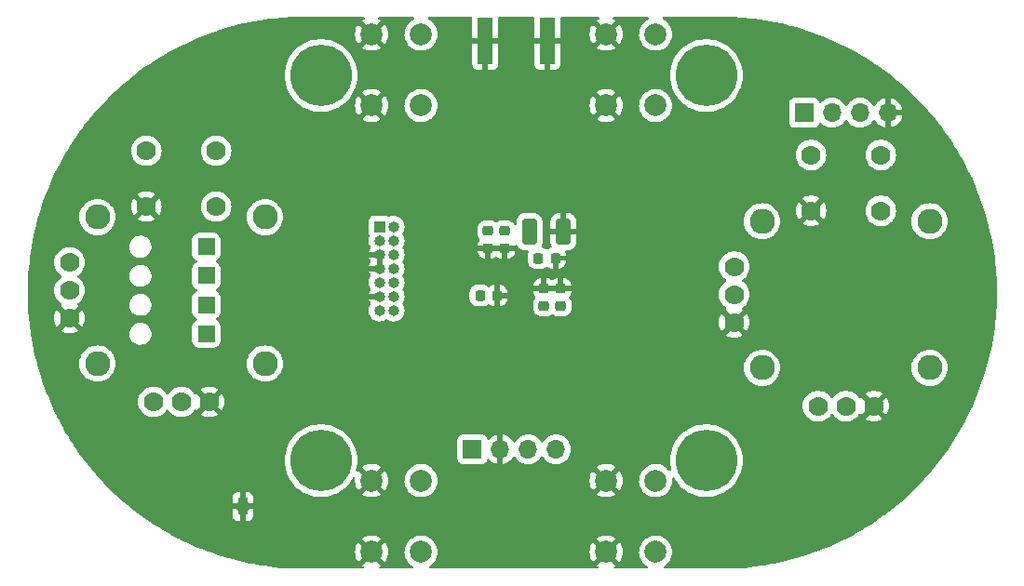
<source format=gbl>
%TF.GenerationSoftware,KiCad,Pcbnew,(7.0.0)*%
%TF.CreationDate,2023-11-05T00:37:01+05:30*%
%TF.ProjectId,Drone_Controller_2.0,44726f6e-655f-4436-9f6e-74726f6c6c65,rev?*%
%TF.SameCoordinates,Original*%
%TF.FileFunction,Copper,L2,Bot*%
%TF.FilePolarity,Positive*%
%FSLAX46Y46*%
G04 Gerber Fmt 4.6, Leading zero omitted, Abs format (unit mm)*
G04 Created by KiCad (PCBNEW (7.0.0)) date 2023-11-05 00:37:01*
%MOMM*%
%LPD*%
G01*
G04 APERTURE LIST*
G04 Aperture macros list*
%AMRoundRect*
0 Rectangle with rounded corners*
0 $1 Rounding radius*
0 $2 $3 $4 $5 $6 $7 $8 $9 X,Y pos of 4 corners*
0 Add a 4 corners polygon primitive as box body*
4,1,4,$2,$3,$4,$5,$6,$7,$8,$9,$2,$3,0*
0 Add four circle primitives for the rounded corners*
1,1,$1+$1,$2,$3*
1,1,$1+$1,$4,$5*
1,1,$1+$1,$6,$7*
1,1,$1+$1,$8,$9*
0 Add four rect primitives between the rounded corners*
20,1,$1+$1,$2,$3,$4,$5,0*
20,1,$1+$1,$4,$5,$6,$7,0*
20,1,$1+$1,$6,$7,$8,$9,0*
20,1,$1+$1,$8,$9,$2,$3,0*%
G04 Aperture macros list end*
%TA.AperFunction,ComponentPad*%
%ADD10RoundRect,0.250000X-0.550000X0.550000X-0.550000X-0.550000X0.550000X-0.550000X0.550000X0.550000X0*%
%TD*%
%TA.AperFunction,ComponentPad*%
%ADD11C,5.600000*%
%TD*%
%TA.AperFunction,ComponentPad*%
%ADD12C,2.000000*%
%TD*%
%TA.AperFunction,ComponentPad*%
%ADD13R,1.700000X1.700000*%
%TD*%
%TA.AperFunction,ComponentPad*%
%ADD14O,1.700000X1.700000*%
%TD*%
%TA.AperFunction,ComponentPad*%
%ADD15R,1.000000X1.000000*%
%TD*%
%TA.AperFunction,ComponentPad*%
%ADD16O,1.000000X1.000000*%
%TD*%
%TA.AperFunction,ComponentPad*%
%ADD17C,0.600000*%
%TD*%
%TA.AperFunction,SMDPad,CuDef*%
%ADD18R,0.900000X1.600000*%
%TD*%
%TA.AperFunction,SMDPad,CuDef*%
%ADD19R,1.350000X4.200000*%
%TD*%
%TA.AperFunction,ComponentPad*%
%ADD20C,1.778000*%
%TD*%
%TA.AperFunction,ComponentPad*%
%ADD21C,2.286000*%
%TD*%
%TA.AperFunction,SMDPad,CuDef*%
%ADD22RoundRect,0.225000X-0.250000X0.225000X-0.250000X-0.225000X0.250000X-0.225000X0.250000X0.225000X0*%
%TD*%
%TA.AperFunction,SMDPad,CuDef*%
%ADD23RoundRect,0.250000X-0.412500X-0.925000X0.412500X-0.925000X0.412500X0.925000X-0.412500X0.925000X0*%
%TD*%
%TA.AperFunction,SMDPad,CuDef*%
%ADD24RoundRect,0.225000X-0.225000X-0.250000X0.225000X-0.250000X0.225000X0.250000X-0.225000X0.250000X0*%
%TD*%
%TA.AperFunction,SMDPad,CuDef*%
%ADD25RoundRect,0.225000X0.250000X-0.225000X0.250000X0.225000X-0.250000X0.225000X-0.250000X-0.225000X0*%
%TD*%
%TA.AperFunction,ViaPad*%
%ADD26C,0.600000*%
%TD*%
G04 APERTURE END LIST*
D10*
%TO.P,J7,1,Pin_1*%
%TO.N,Motor_1*%
X168910000Y-97129600D03*
%TD*%
D11*
%TO.P,H1,1*%
%TO.N,N/C*%
X179324000Y-81534000D03*
%TD*%
D12*
%TO.P,SW2,1,1*%
%TO.N,STM_VSS*%
X183932000Y-124916000D03*
X183932000Y-118416000D03*
%TO.P,SW2,2,2*%
%TO.N,SW_2*%
X188432000Y-124916000D03*
X188432000Y-118416000D03*
%TD*%
D10*
%TO.P,J10,1,Pin_1*%
%TO.N,Motor_4*%
X168910000Y-105054400D03*
%TD*%
%TO.P,J9,1,Pin_1*%
%TO.N,Motor_3*%
X168910000Y-102412800D03*
%TD*%
D11*
%TO.P,H4,1*%
%TO.N,N/C*%
X214376000Y-116586000D03*
%TD*%
D13*
%TO.P,J2,1,Pin_1*%
%TO.N,STM_VDD*%
X193100799Y-115569999D03*
D14*
%TO.P,J2,2,Pin_2*%
%TO.N,STM_VSS*%
X195640799Y-115569999D03*
%TO.P,J2,3,Pin_3*%
%TO.N,MPU_I2C_SDA*%
X198180799Y-115569999D03*
%TO.P,J2,4,Pin_4*%
%TO.N,MPU_I2C_SCL*%
X200720799Y-115569999D03*
%TD*%
D12*
%TO.P,SW4,1,1*%
%TO.N,STM_VSS*%
X205268000Y-84276000D03*
X205268000Y-77776000D03*
%TO.P,SW4,2,2*%
%TO.N,SW_4*%
X209768000Y-84276000D03*
X209768000Y-77776000D03*
%TD*%
D15*
%TO.P,J4,1,NC*%
%TO.N,unconnected-(J4-NC-Pad1)*%
X184657999Y-95300799D03*
D16*
%TO.P,J4,2,NC*%
%TO.N,unconnected-(J4-NC-Pad2)*%
X185927999Y-95300799D03*
%TO.P,J4,3,VCC*%
%TO.N,STM_VDD*%
X184657999Y-96570799D03*
%TO.P,J4,4,JTMS/SWDIO*%
%TO.N,SWDIO*%
X185927999Y-96570799D03*
%TO.P,J4,5,GND*%
%TO.N,STM_VSS*%
X184657999Y-97840799D03*
%TO.P,J4,6,JCLK/SWCLK*%
%TO.N,SWCLK*%
X185927999Y-97840799D03*
%TO.P,J4,7,GND*%
%TO.N,STM_VSS*%
X184657999Y-99110799D03*
%TO.P,J4,8,JTDO/SWO*%
%TO.N,unconnected-(J4-JTDO{slash}SWO-Pad8)*%
X185927999Y-99110799D03*
%TO.P,J4,9,JRCLK/NC*%
%TO.N,unconnected-(J4-JRCLK{slash}NC-Pad9)*%
X184657999Y-100380799D03*
%TO.P,J4,10,JTDI/NC*%
%TO.N,unconnected-(J4-JTDI{slash}NC-Pad10)*%
X185927999Y-100380799D03*
%TO.P,J4,11,GNDDetect*%
%TO.N,STM_VSS*%
X184657999Y-101650799D03*
%TO.P,J4,12,~{RST}*%
%TO.N,NRST*%
X185927999Y-101650799D03*
%TO.P,J4,13,VCP_RX*%
%TO.N,USART1_RX*%
X184657999Y-102920799D03*
%TO.P,J4,14,VCP_TX*%
%TO.N,USART1_TX*%
X185927999Y-102920799D03*
%TD*%
D17*
%TO.P,U7,9,PAD*%
%TO.N,STM_VSS*%
X172227200Y-120263600D03*
D18*
X172227199Y-120763599D03*
D17*
X172227200Y-121263600D03*
%TD*%
D11*
%TO.P,H2,1*%
%TO.N,N/C*%
X214376000Y-81534000D03*
%TD*%
%TO.P,H3,1*%
%TO.N,N/C*%
X179324000Y-116586000D03*
%TD*%
D19*
%TO.P,J3,2,Ext*%
%TO.N,STM_VSS*%
X199928999Y-78406599D03*
X194278999Y-78406599D03*
%TD*%
D20*
%TO.P,U3,B1A,SEL+*%
%TO.N,J_SW1*%
X163449000Y-88392000D03*
%TO.P,U3,B1B*%
%TO.N,N/C*%
X169799000Y-88392000D03*
%TO.P,U3,B2A,SEL-*%
%TO.N,STM_VSS*%
X163449000Y-93472000D03*
%TO.P,U3,B2B*%
%TO.N,N/C*%
X169799000Y-93472000D03*
%TO.P,U3,H1,H+*%
%TO.N,STM_VDD*%
X164084000Y-111252000D03*
%TO.P,U3,H2,H*%
%TO.N,X_1_AXIS*%
X166624000Y-111252000D03*
%TO.P,U3,H3,H-*%
%TO.N,STM_VSS*%
X169164000Y-111252000D03*
D21*
%TO.P,U3,S1,SHIELD*%
%TO.N,unconnected-(U3-SHIELD-PadS1)*%
X159004000Y-94424500D03*
%TO.P,U3,S2,SHIELD__1*%
%TO.N,unconnected-(U3-SHIELD__1-PadS2)*%
X159004000Y-107759500D03*
%TO.P,U3,S3,SHIELD__2*%
%TO.N,unconnected-(U3-SHIELD__2-PadS3)*%
X174244000Y-107759500D03*
%TO.P,U3,S4,SHIELD__3*%
%TO.N,unconnected-(U3-SHIELD__3-PadS4)*%
X174244000Y-94424500D03*
D20*
%TO.P,U3,V1,V+*%
%TO.N,STM_VDD*%
X156464000Y-98552000D03*
%TO.P,U3,V2,V*%
%TO.N,Y_1_AXIS*%
X156464000Y-101092000D03*
%TO.P,U3,V3,V-*%
%TO.N,STM_VSS*%
X156464000Y-103632000D03*
%TD*%
D12*
%TO.P,SW3,1,1*%
%TO.N,STM_VSS*%
X205268000Y-124916000D03*
X205268000Y-118416000D03*
%TO.P,SW3,2,2*%
%TO.N,SW_3*%
X209768000Y-124916000D03*
X209768000Y-118416000D03*
%TD*%
D10*
%TO.P,J8,1,Pin_1*%
%TO.N,Motor_2*%
X168910000Y-99771200D03*
%TD*%
D20*
%TO.P,U4,B1A,SEL+*%
%TO.N,J_SW2*%
X223901000Y-88773000D03*
%TO.P,U4,B1B*%
%TO.N,N/C*%
X230251000Y-88773000D03*
%TO.P,U4,B2A,SEL-*%
%TO.N,STM_VSS*%
X223901000Y-93853000D03*
%TO.P,U4,B2B*%
%TO.N,N/C*%
X230251000Y-93853000D03*
%TO.P,U4,H1,H+*%
%TO.N,STM_VDD*%
X224536000Y-111633000D03*
%TO.P,U4,H2,H*%
%TO.N,X_2_AXIS*%
X227076000Y-111633000D03*
%TO.P,U4,H3,H-*%
%TO.N,STM_VSS*%
X229616000Y-111633000D03*
D21*
%TO.P,U4,S1,SHIELD*%
%TO.N,unconnected-(U4-SHIELD-PadS1)*%
X219456000Y-94805500D03*
%TO.P,U4,S2,SHIELD__1*%
%TO.N,unconnected-(U4-SHIELD__1-PadS2)*%
X219456000Y-108140500D03*
%TO.P,U4,S3,SHIELD__2*%
%TO.N,unconnected-(U4-SHIELD__2-PadS3)*%
X234696000Y-108140500D03*
%TO.P,U4,S4,SHIELD__3*%
%TO.N,unconnected-(U4-SHIELD__3-PadS4)*%
X234696000Y-94805500D03*
D20*
%TO.P,U4,V1,V+*%
%TO.N,STM_VDD*%
X216916000Y-98933000D03*
%TO.P,U4,V2,V*%
%TO.N,Y_2_AXIS*%
X216916000Y-101473000D03*
%TO.P,U4,V3,V-*%
%TO.N,STM_VSS*%
X216916000Y-104013000D03*
%TD*%
D12*
%TO.P,SW1,1,1*%
%TO.N,STM_VSS*%
X183932000Y-84276000D03*
X183932000Y-77776000D03*
%TO.P,SW1,2,2*%
%TO.N,SW_1*%
X188432000Y-84276000D03*
X188432000Y-77776000D03*
%TD*%
D13*
%TO.P,J1,1,Pin_1*%
%TO.N,STM_VDD*%
X223275999Y-84937599D03*
D14*
%TO.P,J1,2,Pin_2*%
%TO.N,USART2_TX*%
X225815999Y-84937599D03*
%TO.P,J1,3,Pin_3*%
%TO.N,USART2_RX*%
X228355999Y-84937599D03*
%TO.P,J1,4,Pin_4*%
%TO.N,STM_VSS*%
X230895999Y-84937599D03*
%TD*%
D22*
%TO.P,C32,1*%
%TO.N,STM_VDD*%
X194538600Y-95694200D03*
%TO.P,C32,2*%
%TO.N,STM_VSS*%
X194538600Y-97244200D03*
%TD*%
D23*
%TO.P,C34,1*%
%TO.N,VDDA*%
X198297800Y-95758000D03*
%TO.P,C34,2*%
%TO.N,STM_VSS*%
X201372800Y-95758000D03*
%TD*%
D24*
%TO.P,C36,1*%
%TO.N,VDDA*%
X199097600Y-98171000D03*
%TO.P,C36,2*%
%TO.N,STM_VSS*%
X200647600Y-98171000D03*
%TD*%
%TO.P,C31,1*%
%TO.N,STM_VDD*%
X193801400Y-101574600D03*
%TO.P,C31,2*%
%TO.N,STM_VSS*%
X195351400Y-101574600D03*
%TD*%
D25*
%TO.P,C33,1*%
%TO.N,STM_VDD*%
X199618600Y-102502000D03*
%TO.P,C33,2*%
%TO.N,STM_VSS*%
X199618600Y-100952000D03*
%TD*%
%TO.P,C35,1*%
%TO.N,STM_VDD*%
X201117200Y-102502000D03*
%TO.P,C35,2*%
%TO.N,STM_VSS*%
X201117200Y-100952000D03*
%TD*%
D22*
%TO.P,C40,1*%
%TO.N,Net-(U6-VCAP1)*%
X196011800Y-95694200D03*
%TO.P,C40,2*%
%TO.N,STM_VSS*%
X196011800Y-97244200D03*
%TD*%
D26*
%TO.N,STM_VSS*%
X199796400Y-108051600D03*
X194056000Y-89560400D03*
X200710800Y-90170000D03*
%TD*%
%TA.AperFunction,Conductor*%
%TO.N,STM_VSS*%
G36*
X183264680Y-76217405D02*
G01*
X183310153Y-76263637D01*
X183326072Y-76326499D01*
X183308083Y-76388801D01*
X183261106Y-76433504D01*
X183113276Y-76513504D01*
X183104717Y-76519096D01*
X183075854Y-76541560D01*
X183067748Y-76552749D01*
X183074408Y-76564855D01*
X183920457Y-77410904D01*
X183932000Y-77417568D01*
X183943542Y-77410904D01*
X184789590Y-76564855D01*
X184796250Y-76552749D01*
X184788143Y-76541559D01*
X184759286Y-76519099D01*
X184750719Y-76513503D01*
X184602894Y-76433504D01*
X184555917Y-76388801D01*
X184537928Y-76326499D01*
X184553847Y-76263637D01*
X184599320Y-76217405D01*
X184661911Y-76200449D01*
X187701037Y-76200449D01*
X187763628Y-76217405D01*
X187809101Y-76263636D01*
X187825020Y-76326499D01*
X187807031Y-76388801D01*
X187760055Y-76433503D01*
X187608491Y-76515526D01*
X187604448Y-76518672D01*
X187604440Y-76518678D01*
X187460288Y-76630877D01*
X187412256Y-76668262D01*
X187408793Y-76672023D01*
X187408784Y-76672032D01*
X187247311Y-76847439D01*
X187247305Y-76847446D01*
X187243836Y-76851215D01*
X187241031Y-76855506D01*
X187241028Y-76855512D01*
X187110631Y-77055099D01*
X187110624Y-77055111D01*
X187107827Y-77059393D01*
X187105772Y-77064077D01*
X187105766Y-77064089D01*
X187012585Y-77276523D01*
X187007937Y-77287119D01*
X187006679Y-77292084D01*
X187006678Y-77292089D01*
X186948151Y-77523204D01*
X186948149Y-77523213D01*
X186946892Y-77528179D01*
X186946468Y-77533288D01*
X186946467Y-77533298D01*
X186928255Y-77753092D01*
X186926357Y-77776000D01*
X186926781Y-77781117D01*
X186946467Y-78018701D01*
X186946468Y-78018709D01*
X186946892Y-78023821D01*
X186948149Y-78028788D01*
X186948151Y-78028795D01*
X186974508Y-78132874D01*
X187007937Y-78264881D01*
X187026012Y-78306087D01*
X187105766Y-78487910D01*
X187105769Y-78487916D01*
X187107827Y-78492607D01*
X187110627Y-78496893D01*
X187110631Y-78496900D01*
X187225635Y-78672926D01*
X187243836Y-78700785D01*
X187247310Y-78704559D01*
X187247311Y-78704560D01*
X187408784Y-78879967D01*
X187408787Y-78879970D01*
X187412256Y-78883738D01*
X187608491Y-79036474D01*
X187827190Y-79154828D01*
X188062386Y-79235571D01*
X188307665Y-79276500D01*
X188551201Y-79276500D01*
X188556335Y-79276500D01*
X188801614Y-79235571D01*
X189036810Y-79154828D01*
X189255509Y-79036474D01*
X189451744Y-78883738D01*
X189620164Y-78700785D01*
X189756173Y-78492607D01*
X189856063Y-78264881D01*
X189917108Y-78023821D01*
X189937643Y-77776000D01*
X189917108Y-77528179D01*
X189856063Y-77287119D01*
X189756173Y-77059393D01*
X189620164Y-76851215D01*
X189469420Y-76687463D01*
X189455215Y-76672032D01*
X189455211Y-76672029D01*
X189451744Y-76668262D01*
X189303333Y-76552749D01*
X189259559Y-76518678D01*
X189259557Y-76518676D01*
X189255509Y-76515526D01*
X189103944Y-76433503D01*
X189056969Y-76388801D01*
X189038980Y-76326499D01*
X189054899Y-76263636D01*
X189100372Y-76217405D01*
X189162963Y-76200449D01*
X192980000Y-76200449D01*
X193042000Y-76217062D01*
X193087387Y-76262449D01*
X193104000Y-76324449D01*
X193104000Y-78140274D01*
X193107450Y-78153149D01*
X193120326Y-78156600D01*
X195437674Y-78156600D01*
X195450549Y-78153149D01*
X195454000Y-78140274D01*
X195454000Y-76324449D01*
X195470613Y-76262449D01*
X195516000Y-76217062D01*
X195578000Y-76200449D01*
X198630000Y-76200449D01*
X198692000Y-76217062D01*
X198737387Y-76262449D01*
X198754000Y-76324449D01*
X198754000Y-78140274D01*
X198757450Y-78153149D01*
X198770326Y-78156600D01*
X201087674Y-78156600D01*
X201100549Y-78153149D01*
X201104000Y-78140274D01*
X201104000Y-77781117D01*
X203763283Y-77781117D01*
X203782962Y-78018618D01*
X203784646Y-78028712D01*
X203843153Y-78259747D01*
X203846472Y-78269414D01*
X203942208Y-78487673D01*
X203947070Y-78496656D01*
X204036999Y-78634304D01*
X204044963Y-78642024D01*
X204054345Y-78636100D01*
X204902904Y-77787542D01*
X204909568Y-77776000D01*
X205626431Y-77776000D01*
X205633095Y-77787542D01*
X206481653Y-78636100D01*
X206491034Y-78642024D01*
X206499002Y-78634299D01*
X206588924Y-78496664D01*
X206593792Y-78487669D01*
X206689527Y-78269414D01*
X206692846Y-78259747D01*
X206751353Y-78028712D01*
X206753037Y-78018618D01*
X206772717Y-77781117D01*
X206772717Y-77770883D01*
X206753037Y-77533381D01*
X206751353Y-77523287D01*
X206692846Y-77292252D01*
X206689527Y-77282585D01*
X206593792Y-77064330D01*
X206588924Y-77055335D01*
X206499002Y-76917699D01*
X206491034Y-76909974D01*
X206481653Y-76915898D01*
X205633095Y-77764457D01*
X205626431Y-77776000D01*
X204909568Y-77776000D01*
X204902904Y-77764457D01*
X204054345Y-76915898D01*
X204044964Y-76909974D01*
X204036997Y-76917699D01*
X203947072Y-77055338D01*
X203942207Y-77064328D01*
X203846472Y-77282585D01*
X203843153Y-77292252D01*
X203784646Y-77523287D01*
X203782962Y-77533381D01*
X203763283Y-77770883D01*
X203763283Y-77781117D01*
X201104000Y-77781117D01*
X201104000Y-76324449D01*
X201120613Y-76262449D01*
X201166000Y-76217062D01*
X201228000Y-76200449D01*
X204538089Y-76200449D01*
X204600680Y-76217405D01*
X204646153Y-76263637D01*
X204662072Y-76326499D01*
X204644083Y-76388801D01*
X204597106Y-76433504D01*
X204449276Y-76513504D01*
X204440717Y-76519096D01*
X204411854Y-76541560D01*
X204403748Y-76552749D01*
X204410408Y-76564855D01*
X205256457Y-77410904D01*
X205268000Y-77417568D01*
X205279542Y-77410904D01*
X206125590Y-76564855D01*
X206132250Y-76552749D01*
X206124143Y-76541559D01*
X206095286Y-76519099D01*
X206086719Y-76513503D01*
X205938894Y-76433504D01*
X205891917Y-76388801D01*
X205873928Y-76326499D01*
X205889847Y-76263637D01*
X205935320Y-76217405D01*
X205997911Y-76200449D01*
X209037037Y-76200449D01*
X209099628Y-76217405D01*
X209145101Y-76263636D01*
X209161020Y-76326499D01*
X209143031Y-76388801D01*
X209096055Y-76433503D01*
X208944491Y-76515526D01*
X208940448Y-76518672D01*
X208940440Y-76518678D01*
X208796288Y-76630877D01*
X208748256Y-76668262D01*
X208744793Y-76672023D01*
X208744784Y-76672032D01*
X208583311Y-76847439D01*
X208583305Y-76847446D01*
X208579836Y-76851215D01*
X208577031Y-76855506D01*
X208577028Y-76855512D01*
X208446631Y-77055099D01*
X208446624Y-77055111D01*
X208443827Y-77059393D01*
X208441772Y-77064077D01*
X208441766Y-77064089D01*
X208348585Y-77276523D01*
X208343937Y-77287119D01*
X208342679Y-77292084D01*
X208342678Y-77292089D01*
X208284151Y-77523204D01*
X208284149Y-77523213D01*
X208282892Y-77528179D01*
X208282468Y-77533288D01*
X208282467Y-77533298D01*
X208264255Y-77753092D01*
X208262357Y-77776000D01*
X208262781Y-77781117D01*
X208282467Y-78018701D01*
X208282468Y-78018709D01*
X208282892Y-78023821D01*
X208284149Y-78028788D01*
X208284151Y-78028795D01*
X208310508Y-78132874D01*
X208343937Y-78264881D01*
X208362012Y-78306087D01*
X208441766Y-78487910D01*
X208441769Y-78487916D01*
X208443827Y-78492607D01*
X208446627Y-78496893D01*
X208446631Y-78496900D01*
X208561635Y-78672926D01*
X208579836Y-78700785D01*
X208583310Y-78704559D01*
X208583311Y-78704560D01*
X208744784Y-78879967D01*
X208744787Y-78879970D01*
X208748256Y-78883738D01*
X208944491Y-79036474D01*
X209163190Y-79154828D01*
X209398386Y-79235571D01*
X209643665Y-79276500D01*
X209887201Y-79276500D01*
X209892335Y-79276500D01*
X210137614Y-79235571D01*
X210372810Y-79154828D01*
X210591509Y-79036474D01*
X210787744Y-78883738D01*
X210956164Y-78700785D01*
X211092173Y-78492607D01*
X211192063Y-78264881D01*
X211253108Y-78023821D01*
X211273643Y-77776000D01*
X211253108Y-77528179D01*
X211192063Y-77287119D01*
X211092173Y-77059393D01*
X210956164Y-76851215D01*
X210805420Y-76687463D01*
X210791215Y-76672032D01*
X210791211Y-76672029D01*
X210787744Y-76668262D01*
X210639333Y-76552749D01*
X210595559Y-76518678D01*
X210595557Y-76518676D01*
X210591509Y-76515526D01*
X210439944Y-76433503D01*
X210392969Y-76388801D01*
X210374980Y-76326499D01*
X210390899Y-76263636D01*
X210436372Y-76217405D01*
X210498963Y-76200449D01*
X215695536Y-76200449D01*
X215697971Y-76200473D01*
X216680528Y-76219768D01*
X216685384Y-76219958D01*
X217665250Y-76277744D01*
X217670047Y-76278121D01*
X218475086Y-76357410D01*
X218475229Y-76357462D01*
X218475231Y-76357425D01*
X218475450Y-76357446D01*
X218652648Y-76375122D01*
X218657278Y-76375672D01*
X219374199Y-76474835D01*
X219374192Y-76474896D01*
X219374407Y-76474864D01*
X219374562Y-76474885D01*
X219635784Y-76511480D01*
X219640234Y-76512189D01*
X220305544Y-76630998D01*
X220612775Y-76686572D01*
X220617159Y-76687450D01*
X221247396Y-76825728D01*
X221581989Y-76900100D01*
X221586349Y-76901153D01*
X221972310Y-77001868D01*
X222189846Y-77058634D01*
X222189833Y-77058682D01*
X222190234Y-77058735D01*
X222542104Y-77151769D01*
X222546313Y-77152964D01*
X223128673Y-77329621D01*
X223414098Y-77417367D01*
X223491464Y-77441151D01*
X223495652Y-77442521D01*
X224059337Y-77637990D01*
X224059753Y-77638135D01*
X224428641Y-77767803D01*
X224432681Y-77769303D01*
X224979821Y-77983449D01*
X224980050Y-77983539D01*
X225352200Y-78131226D01*
X225356140Y-78132869D01*
X225887638Y-78365351D01*
X225888064Y-78365539D01*
X226183612Y-78496656D01*
X226260629Y-78530824D01*
X226264459Y-78532601D01*
X226780889Y-78783088D01*
X226781525Y-78783399D01*
X226815723Y-78800228D01*
X227152689Y-78966054D01*
X227156281Y-78967898D01*
X227501440Y-79152389D01*
X227657932Y-79236036D01*
X227658610Y-79236401D01*
X227732522Y-79276500D01*
X228026709Y-79436104D01*
X228030221Y-79438084D01*
X228517179Y-79723496D01*
X228517275Y-79723552D01*
X228517972Y-79723964D01*
X228700990Y-79832889D01*
X228881515Y-79940331D01*
X228884951Y-79942452D01*
X229357374Y-80244869D01*
X229357718Y-80245092D01*
X229711946Y-80475464D01*
X229715738Y-80477930D01*
X229719024Y-80480142D01*
X229899988Y-80606267D01*
X230176438Y-80798942D01*
X230177175Y-80799460D01*
X230528088Y-81048071D01*
X230531192Y-81050345D01*
X230702461Y-81179992D01*
X230973599Y-81385238D01*
X230974407Y-81385855D01*
X231317221Y-81649809D01*
X231320233Y-81652204D01*
X231747330Y-82002713D01*
X231747999Y-82003266D01*
X232082003Y-82282274D01*
X232084868Y-82284742D01*
X232496197Y-82650259D01*
X232496936Y-82650921D01*
X232821210Y-82944460D01*
X232823884Y-82946954D01*
X233025957Y-83141243D01*
X233219195Y-83327039D01*
X233220057Y-83327876D01*
X233533623Y-83635268D01*
X233536204Y-83637874D01*
X233675185Y-83782422D01*
X233906692Y-84023204D01*
X233915069Y-84031916D01*
X233915940Y-84032832D01*
X234218243Y-84353728D01*
X234220677Y-84356388D01*
X234582782Y-84763879D01*
X234583657Y-84764874D01*
X234873889Y-85098599D01*
X234876176Y-85101306D01*
X235221168Y-85521680D01*
X235222042Y-85522757D01*
X235499642Y-85868834D01*
X235501783Y-85871581D01*
X235829262Y-86304193D01*
X235830129Y-86305353D01*
X236094454Y-86663147D01*
X236096449Y-86665926D01*
X236406075Y-87110178D01*
X236406931Y-87111422D01*
X236657432Y-87480337D01*
X236659272Y-87483129D01*
X236813538Y-87724116D01*
X236950725Y-87938423D01*
X236951564Y-87939752D01*
X237187678Y-88319105D01*
X237189383Y-88321928D01*
X237462258Y-88787498D01*
X237463075Y-88788912D01*
X237684388Y-89178171D01*
X237685950Y-89181005D01*
X237939979Y-89656261D01*
X237940768Y-89657761D01*
X238146743Y-90056119D01*
X238148165Y-90058957D01*
X238383064Y-90543248D01*
X238383819Y-90544834D01*
X238574097Y-90951712D01*
X238575380Y-90954548D01*
X238790792Y-91447021D01*
X238791509Y-91448692D01*
X238965711Y-91863410D01*
X238966858Y-91866238D01*
X239162595Y-92366342D01*
X239163267Y-92368098D01*
X239321016Y-92789876D01*
X239322029Y-92792688D01*
X239497819Y-93299623D01*
X239498441Y-93301462D01*
X239639438Y-93729605D01*
X239640321Y-93732397D01*
X239795963Y-94245477D01*
X239796529Y-94247399D01*
X239920512Y-94681229D01*
X239921267Y-94683993D01*
X240056539Y-95202381D01*
X240057044Y-95204383D01*
X240163758Y-95643112D01*
X240164390Y-95645845D01*
X240279157Y-96168922D01*
X240279595Y-96171003D01*
X240368825Y-96613837D01*
X240369337Y-96616531D01*
X240463444Y-97143512D01*
X240463810Y-97145670D01*
X240535398Y-97591915D01*
X240535794Y-97594567D01*
X240609111Y-98124635D01*
X240609399Y-98126866D01*
X240663216Y-98575827D01*
X240663500Y-98578431D01*
X240715932Y-99110780D01*
X240716137Y-99113082D01*
X240752071Y-99563936D01*
X240752248Y-99566488D01*
X240783735Y-100100408D01*
X240783852Y-100102778D01*
X240801836Y-100554788D01*
X240801910Y-100557283D01*
X240812411Y-101091959D01*
X240812435Y-101094394D01*
X240812435Y-101546806D01*
X240812411Y-101549241D01*
X240801910Y-102083915D01*
X240801836Y-102086410D01*
X240783852Y-102538420D01*
X240783735Y-102540790D01*
X240752248Y-103074710D01*
X240752071Y-103077262D01*
X240716137Y-103528116D01*
X240715932Y-103530418D01*
X240663500Y-104062767D01*
X240663216Y-104065371D01*
X240609399Y-104514332D01*
X240609111Y-104516563D01*
X240535794Y-105046631D01*
X240535398Y-105049283D01*
X240463810Y-105495528D01*
X240463444Y-105497686D01*
X240369337Y-106024667D01*
X240368825Y-106027361D01*
X240279595Y-106470195D01*
X240279157Y-106472276D01*
X240164390Y-106995353D01*
X240163758Y-106998086D01*
X240057044Y-107436815D01*
X240056539Y-107438817D01*
X239921267Y-107957205D01*
X239920512Y-107959969D01*
X239796529Y-108393799D01*
X239795963Y-108395721D01*
X239640321Y-108908801D01*
X239639438Y-108911593D01*
X239498441Y-109339736D01*
X239497819Y-109341575D01*
X239322029Y-109848510D01*
X239321016Y-109851322D01*
X239163267Y-110273100D01*
X239162595Y-110274856D01*
X238966858Y-110774960D01*
X238965711Y-110777788D01*
X238791509Y-111192506D01*
X238790792Y-111194177D01*
X238575380Y-111686650D01*
X238574097Y-111689486D01*
X238383819Y-112096364D01*
X238383064Y-112097950D01*
X238148165Y-112582241D01*
X238146743Y-112585079D01*
X237940768Y-112983437D01*
X237939979Y-112984937D01*
X237685950Y-113460193D01*
X237684388Y-113463027D01*
X237463075Y-113852286D01*
X237462258Y-113853700D01*
X237189383Y-114319270D01*
X237187678Y-114322093D01*
X236951564Y-114701446D01*
X236950725Y-114702775D01*
X236659281Y-115158056D01*
X236657432Y-115160861D01*
X236406931Y-115529776D01*
X236406075Y-115531020D01*
X236096449Y-115975272D01*
X236094454Y-115978051D01*
X235830129Y-116335845D01*
X235829262Y-116337005D01*
X235501783Y-116769617D01*
X235499642Y-116772364D01*
X235222042Y-117118441D01*
X235221168Y-117119518D01*
X234876176Y-117539892D01*
X234873889Y-117542599D01*
X234583657Y-117876324D01*
X234582782Y-117877319D01*
X234220677Y-118284810D01*
X234218243Y-118287470D01*
X233915940Y-118608366D01*
X233915069Y-118609282D01*
X233536204Y-119003324D01*
X233533623Y-119005930D01*
X233220057Y-119313322D01*
X233219195Y-119314159D01*
X232823910Y-119694220D01*
X232821183Y-119696764D01*
X232496986Y-119990232D01*
X232496137Y-119990993D01*
X232084874Y-120356450D01*
X232082003Y-120358924D01*
X231748073Y-120637870D01*
X231747242Y-120638558D01*
X231320237Y-120988991D01*
X231317221Y-120991389D01*
X230974407Y-121255343D01*
X230973599Y-121255960D01*
X230531218Y-121590834D01*
X230528060Y-121593147D01*
X230177219Y-121841707D01*
X230176438Y-121842256D01*
X229719036Y-122161048D01*
X229715738Y-122163268D01*
X229357949Y-122395957D01*
X229357198Y-122396442D01*
X228884950Y-122698746D01*
X228881515Y-122700867D01*
X228517991Y-122917223D01*
X228517275Y-122917646D01*
X228030252Y-123203096D01*
X228026681Y-123205110D01*
X227658610Y-123404797D01*
X227657932Y-123405162D01*
X227156336Y-123673272D01*
X227152634Y-123675172D01*
X226781525Y-123857799D01*
X226780889Y-123858110D01*
X226264459Y-124108597D01*
X226260629Y-124110374D01*
X225888166Y-124275614D01*
X225887574Y-124275875D01*
X225356152Y-124508324D01*
X225352198Y-124509973D01*
X224980270Y-124657572D01*
X224979725Y-124657787D01*
X224432697Y-124871889D01*
X224428624Y-124873401D01*
X224059832Y-125003035D01*
X224059337Y-125003208D01*
X223495652Y-125198677D01*
X223491464Y-125200046D01*
X223128814Y-125311534D01*
X223128371Y-125311670D01*
X222546358Y-125488221D01*
X222542059Y-125489441D01*
X222190238Y-125582462D01*
X222189851Y-125582563D01*
X221586376Y-125740038D01*
X221581972Y-125741102D01*
X221247407Y-125815467D01*
X221247077Y-125815540D01*
X220617224Y-125953735D01*
X220612721Y-125954636D01*
X220305389Y-126010229D01*
X220305116Y-126010278D01*
X219640307Y-126128997D01*
X219635711Y-126129729D01*
X219374414Y-126166334D01*
X219374200Y-126166364D01*
X218657305Y-126265522D01*
X218652624Y-126266079D01*
X218475234Y-126283774D01*
X218475080Y-126283789D01*
X217670075Y-126363075D01*
X217665221Y-126363457D01*
X216685388Y-126421240D01*
X216680523Y-126421431D01*
X215697971Y-126440727D01*
X215695536Y-126440751D01*
X210592833Y-126440751D01*
X210530242Y-126423795D01*
X210484769Y-126377564D01*
X210468850Y-126314701D01*
X210486839Y-126252399D01*
X210533813Y-126207697D01*
X210591509Y-126176474D01*
X210787744Y-126023738D01*
X210956164Y-125840785D01*
X211092173Y-125632607D01*
X211192063Y-125404881D01*
X211253108Y-125163821D01*
X211273643Y-124916000D01*
X211253108Y-124668179D01*
X211192063Y-124427119D01*
X211092173Y-124199393D01*
X210956164Y-123991215D01*
X210897667Y-123927670D01*
X210791215Y-123812032D01*
X210791211Y-123812029D01*
X210787744Y-123808262D01*
X210639333Y-123692749D01*
X210595559Y-123658678D01*
X210595557Y-123658676D01*
X210591509Y-123655526D01*
X210586997Y-123653084D01*
X210377316Y-123539610D01*
X210377310Y-123539607D01*
X210372810Y-123537172D01*
X210367969Y-123535510D01*
X210367962Y-123535507D01*
X210142465Y-123458094D01*
X210142461Y-123458093D01*
X210137614Y-123456429D01*
X210128768Y-123454952D01*
X209897398Y-123416344D01*
X209897387Y-123416343D01*
X209892335Y-123415500D01*
X209643665Y-123415500D01*
X209638613Y-123416343D01*
X209638601Y-123416344D01*
X209403443Y-123455585D01*
X209403441Y-123455585D01*
X209398386Y-123456429D01*
X209393541Y-123458092D01*
X209393534Y-123458094D01*
X209168037Y-123535507D01*
X209168026Y-123535511D01*
X209163190Y-123537172D01*
X209158693Y-123539605D01*
X209158683Y-123539610D01*
X208949002Y-123653084D01*
X208948995Y-123653088D01*
X208944491Y-123655526D01*
X208940448Y-123658672D01*
X208940440Y-123658678D01*
X208752304Y-123805111D01*
X208748256Y-123808262D01*
X208744793Y-123812023D01*
X208744784Y-123812032D01*
X208583311Y-123987439D01*
X208583305Y-123987446D01*
X208579836Y-123991215D01*
X208577031Y-123995506D01*
X208577028Y-123995512D01*
X208446631Y-124195099D01*
X208446624Y-124195111D01*
X208443827Y-124199393D01*
X208441772Y-124204077D01*
X208441766Y-124204089D01*
X208381829Y-124340733D01*
X208343937Y-124427119D01*
X208342679Y-124432084D01*
X208342678Y-124432089D01*
X208284151Y-124663204D01*
X208284149Y-124663213D01*
X208282892Y-124668179D01*
X208282468Y-124673288D01*
X208282467Y-124673298D01*
X208264668Y-124888108D01*
X208262357Y-124916000D01*
X208262781Y-124921117D01*
X208282467Y-125158701D01*
X208282468Y-125158709D01*
X208282892Y-125163821D01*
X208284149Y-125168788D01*
X208284151Y-125168795D01*
X208333756Y-125364677D01*
X208343937Y-125404881D01*
X208345997Y-125409577D01*
X208441766Y-125627910D01*
X208441769Y-125627916D01*
X208443827Y-125632607D01*
X208446627Y-125636893D01*
X208446631Y-125636900D01*
X208563295Y-125815467D01*
X208579836Y-125840785D01*
X208583310Y-125844559D01*
X208583311Y-125844560D01*
X208744784Y-126019967D01*
X208744787Y-126019970D01*
X208748256Y-126023738D01*
X208944491Y-126176474D01*
X209002186Y-126207697D01*
X209049161Y-126252399D01*
X209067150Y-126314701D01*
X209051231Y-126377564D01*
X209005758Y-126423795D01*
X208943167Y-126440751D01*
X206091781Y-126440751D01*
X206029190Y-126423795D01*
X205983717Y-126377563D01*
X205967798Y-126314700D01*
X205985787Y-126252398D01*
X206032764Y-126207696D01*
X206086723Y-126178494D01*
X206095281Y-126172903D01*
X206124146Y-126150437D01*
X206132250Y-126139250D01*
X206125589Y-126127142D01*
X205279542Y-125281095D01*
X205268000Y-125274431D01*
X205256457Y-125281095D01*
X204410408Y-126127143D01*
X204403749Y-126139248D01*
X204411855Y-126150439D01*
X204440717Y-126172903D01*
X204449278Y-126178496D01*
X204503236Y-126207696D01*
X204550213Y-126252398D01*
X204568202Y-126314700D01*
X204552283Y-126377563D01*
X204506810Y-126423795D01*
X204444219Y-126440751D01*
X189256833Y-126440751D01*
X189194242Y-126423795D01*
X189148769Y-126377564D01*
X189132850Y-126314701D01*
X189150839Y-126252399D01*
X189197813Y-126207697D01*
X189255509Y-126176474D01*
X189451744Y-126023738D01*
X189620164Y-125840785D01*
X189756173Y-125632607D01*
X189856063Y-125404881D01*
X189917108Y-125163821D01*
X189937219Y-124921117D01*
X203763283Y-124921117D01*
X203782962Y-125158618D01*
X203784646Y-125168712D01*
X203843153Y-125399747D01*
X203846472Y-125409414D01*
X203942208Y-125627673D01*
X203947070Y-125636656D01*
X204036999Y-125774304D01*
X204044963Y-125782024D01*
X204054345Y-125776100D01*
X204902904Y-124927542D01*
X204909568Y-124916000D01*
X205626431Y-124916000D01*
X205633095Y-124927542D01*
X206481653Y-125776100D01*
X206491034Y-125782024D01*
X206499002Y-125774299D01*
X206588924Y-125636664D01*
X206593792Y-125627669D01*
X206689527Y-125409414D01*
X206692846Y-125399747D01*
X206751353Y-125168712D01*
X206753037Y-125158618D01*
X206772717Y-124921117D01*
X206772717Y-124910883D01*
X206753037Y-124673381D01*
X206751353Y-124663287D01*
X206692846Y-124432252D01*
X206689527Y-124422585D01*
X206593792Y-124204330D01*
X206588924Y-124195335D01*
X206499002Y-124057699D01*
X206491034Y-124049974D01*
X206481653Y-124055898D01*
X205633095Y-124904457D01*
X205626431Y-124916000D01*
X204909568Y-124916000D01*
X204902904Y-124904457D01*
X204054345Y-124055898D01*
X204044964Y-124049974D01*
X204036997Y-124057699D01*
X203947072Y-124195338D01*
X203942207Y-124204328D01*
X203846472Y-124422585D01*
X203843153Y-124432252D01*
X203784646Y-124663287D01*
X203782962Y-124673381D01*
X203763283Y-124910883D01*
X203763283Y-124921117D01*
X189937219Y-124921117D01*
X189937643Y-124916000D01*
X189917108Y-124668179D01*
X189856063Y-124427119D01*
X189756173Y-124199393D01*
X189620164Y-123991215D01*
X189561667Y-123927670D01*
X189455215Y-123812032D01*
X189455211Y-123812029D01*
X189451744Y-123808262D01*
X189303333Y-123692749D01*
X204403748Y-123692749D01*
X204410408Y-123704855D01*
X205256457Y-124550904D01*
X205268000Y-124557568D01*
X205279542Y-124550904D01*
X206125590Y-123704855D01*
X206132250Y-123692749D01*
X206124143Y-123681559D01*
X206095286Y-123659099D01*
X206086719Y-123653503D01*
X205877114Y-123540070D01*
X205867760Y-123535967D01*
X205642343Y-123458582D01*
X205632431Y-123456071D01*
X205397356Y-123416844D01*
X205387161Y-123416000D01*
X205148839Y-123416000D01*
X205138643Y-123416844D01*
X204903568Y-123456071D01*
X204893656Y-123458582D01*
X204668239Y-123535967D01*
X204658885Y-123540070D01*
X204449276Y-123653504D01*
X204440717Y-123659096D01*
X204411854Y-123681560D01*
X204403748Y-123692749D01*
X189303333Y-123692749D01*
X189259559Y-123658678D01*
X189259557Y-123658676D01*
X189255509Y-123655526D01*
X189250997Y-123653084D01*
X189041316Y-123539610D01*
X189041310Y-123539607D01*
X189036810Y-123537172D01*
X189031969Y-123535510D01*
X189031962Y-123535507D01*
X188806465Y-123458094D01*
X188806461Y-123458093D01*
X188801614Y-123456429D01*
X188792768Y-123454952D01*
X188561398Y-123416344D01*
X188561387Y-123416343D01*
X188556335Y-123415500D01*
X188307665Y-123415500D01*
X188302613Y-123416343D01*
X188302601Y-123416344D01*
X188067443Y-123455585D01*
X188067441Y-123455585D01*
X188062386Y-123456429D01*
X188057541Y-123458092D01*
X188057534Y-123458094D01*
X187832037Y-123535507D01*
X187832026Y-123535511D01*
X187827190Y-123537172D01*
X187822693Y-123539605D01*
X187822683Y-123539610D01*
X187613002Y-123653084D01*
X187612995Y-123653088D01*
X187608491Y-123655526D01*
X187604448Y-123658672D01*
X187604440Y-123658678D01*
X187416304Y-123805111D01*
X187412256Y-123808262D01*
X187408793Y-123812023D01*
X187408784Y-123812032D01*
X187247311Y-123987439D01*
X187247305Y-123987446D01*
X187243836Y-123991215D01*
X187241031Y-123995506D01*
X187241028Y-123995512D01*
X187110631Y-124195099D01*
X187110624Y-124195111D01*
X187107827Y-124199393D01*
X187105772Y-124204077D01*
X187105766Y-124204089D01*
X187045829Y-124340733D01*
X187007937Y-124427119D01*
X187006679Y-124432084D01*
X187006678Y-124432089D01*
X186948151Y-124663204D01*
X186948149Y-124663213D01*
X186946892Y-124668179D01*
X186946468Y-124673288D01*
X186946467Y-124673298D01*
X186928668Y-124888108D01*
X186926357Y-124916000D01*
X186926781Y-124921117D01*
X186946467Y-125158701D01*
X186946468Y-125158709D01*
X186946892Y-125163821D01*
X186948149Y-125168788D01*
X186948151Y-125168795D01*
X186997756Y-125364677D01*
X187007937Y-125404881D01*
X187009997Y-125409577D01*
X187105766Y-125627910D01*
X187105769Y-125627916D01*
X187107827Y-125632607D01*
X187110627Y-125636893D01*
X187110631Y-125636900D01*
X187227295Y-125815467D01*
X187243836Y-125840785D01*
X187247310Y-125844559D01*
X187247311Y-125844560D01*
X187408784Y-126019967D01*
X187408787Y-126019970D01*
X187412256Y-126023738D01*
X187608491Y-126176474D01*
X187666186Y-126207697D01*
X187713161Y-126252399D01*
X187731150Y-126314701D01*
X187715231Y-126377564D01*
X187669758Y-126423795D01*
X187607167Y-126440751D01*
X184755781Y-126440751D01*
X184693190Y-126423795D01*
X184647717Y-126377563D01*
X184631798Y-126314700D01*
X184649787Y-126252398D01*
X184696764Y-126207696D01*
X184750723Y-126178494D01*
X184759281Y-126172903D01*
X184788146Y-126150437D01*
X184796250Y-126139250D01*
X184789589Y-126127142D01*
X183943542Y-125281095D01*
X183932000Y-125274431D01*
X183920457Y-125281095D01*
X183074408Y-126127143D01*
X183067749Y-126139248D01*
X183075855Y-126150439D01*
X183104717Y-126172903D01*
X183113278Y-126178496D01*
X183167236Y-126207696D01*
X183214213Y-126252398D01*
X183232202Y-126314700D01*
X183216283Y-126377563D01*
X183170810Y-126423795D01*
X183108219Y-126440751D01*
X177775813Y-126440751D01*
X177773378Y-126440727D01*
X176790825Y-126421431D01*
X176785960Y-126421240D01*
X175806127Y-126363457D01*
X175801273Y-126363075D01*
X174996330Y-126283795D01*
X174996180Y-126283740D01*
X174996177Y-126283780D01*
X174818720Y-126266079D01*
X174814038Y-126265522D01*
X174097617Y-126166429D01*
X174097404Y-126166399D01*
X173835608Y-126129724D01*
X173831012Y-126128992D01*
X173166127Y-126010258D01*
X173165854Y-126010209D01*
X172858650Y-125954640D01*
X172854148Y-125953739D01*
X172224368Y-125815561D01*
X172224037Y-125815488D01*
X171889350Y-125741096D01*
X171884946Y-125740032D01*
X171281620Y-125582595D01*
X171281233Y-125582494D01*
X170929288Y-125489440D01*
X170924989Y-125488220D01*
X170342783Y-125311610D01*
X170342341Y-125311475D01*
X169979908Y-125200055D01*
X169975719Y-125198685D01*
X169411970Y-125003194D01*
X169411475Y-125003021D01*
X169178468Y-124921117D01*
X182427283Y-124921117D01*
X182446962Y-125158618D01*
X182448646Y-125168712D01*
X182507153Y-125399747D01*
X182510472Y-125409414D01*
X182606208Y-125627673D01*
X182611070Y-125636656D01*
X182700999Y-125774304D01*
X182708963Y-125782024D01*
X182718345Y-125776100D01*
X183566904Y-124927542D01*
X183573568Y-124916000D01*
X184290431Y-124916000D01*
X184297095Y-124927542D01*
X185145653Y-125776100D01*
X185155034Y-125782024D01*
X185163002Y-125774299D01*
X185252924Y-125636664D01*
X185257792Y-125627669D01*
X185353527Y-125409414D01*
X185356846Y-125399747D01*
X185415353Y-125168712D01*
X185417037Y-125158618D01*
X185436717Y-124921117D01*
X185436717Y-124910883D01*
X185417037Y-124673381D01*
X185415353Y-124663287D01*
X185356846Y-124432252D01*
X185353527Y-124422585D01*
X185257792Y-124204330D01*
X185252924Y-124195335D01*
X185163002Y-124057699D01*
X185155034Y-124049974D01*
X185145653Y-124055898D01*
X184297095Y-124904457D01*
X184290431Y-124916000D01*
X183573568Y-124916000D01*
X183566904Y-124904457D01*
X182718345Y-124055898D01*
X182708964Y-124049974D01*
X182700997Y-124057699D01*
X182611072Y-124195338D01*
X182606207Y-124204328D01*
X182510472Y-124422585D01*
X182507153Y-124432252D01*
X182448646Y-124663287D01*
X182446962Y-124673381D01*
X182427283Y-124910883D01*
X182427283Y-124921117D01*
X169178468Y-124921117D01*
X169042733Y-124873405D01*
X169038659Y-124871893D01*
X168491528Y-124657749D01*
X168490984Y-124657534D01*
X168119149Y-124509972D01*
X168115195Y-124508323D01*
X167583876Y-124275920D01*
X167583284Y-124275659D01*
X167210695Y-124110363D01*
X167206865Y-124108586D01*
X166690508Y-123858135D01*
X166689872Y-123857824D01*
X166354431Y-123692749D01*
X183067748Y-123692749D01*
X183074408Y-123704855D01*
X183920457Y-124550904D01*
X183932000Y-124557568D01*
X183943542Y-124550904D01*
X184789590Y-123704855D01*
X184796250Y-123692749D01*
X184788143Y-123681559D01*
X184759286Y-123659099D01*
X184750719Y-123653503D01*
X184541114Y-123540070D01*
X184531760Y-123535967D01*
X184306343Y-123458582D01*
X184296431Y-123456071D01*
X184061356Y-123416844D01*
X184051161Y-123416000D01*
X183812839Y-123416000D01*
X183802643Y-123416844D01*
X183567568Y-123456071D01*
X183557656Y-123458582D01*
X183332239Y-123535967D01*
X183322885Y-123540070D01*
X183113276Y-123653504D01*
X183104717Y-123659096D01*
X183075854Y-123681560D01*
X183067748Y-123692749D01*
X166354431Y-123692749D01*
X166318724Y-123675177D01*
X166315039Y-123673286D01*
X165987998Y-123498478D01*
X165813408Y-123405158D01*
X165812729Y-123404793D01*
X165444641Y-123205094D01*
X165441072Y-123203080D01*
X164954168Y-122917702D01*
X164953451Y-122917279D01*
X164589831Y-122700866D01*
X164586396Y-122698745D01*
X164114045Y-122396373D01*
X164113294Y-122395889D01*
X164109883Y-122393671D01*
X163755577Y-122163247D01*
X163752369Y-122161087D01*
X163294798Y-121842178D01*
X163294037Y-121841643D01*
X163231556Y-121797377D01*
X162964419Y-121608118D01*
X171277200Y-121608118D01*
X171277553Y-121614714D01*
X171282773Y-121663267D01*
X171286311Y-121678241D01*
X171330747Y-121797377D01*
X171339162Y-121812789D01*
X171414698Y-121913692D01*
X171427107Y-121926101D01*
X171528010Y-122001637D01*
X171543422Y-122010052D01*
X171662558Y-122054488D01*
X171677532Y-122058026D01*
X171726085Y-122063246D01*
X171732682Y-122063600D01*
X171960874Y-122063600D01*
X171973749Y-122060149D01*
X171977200Y-122047274D01*
X172477200Y-122047274D01*
X172480650Y-122060149D01*
X172493526Y-122063600D01*
X172721718Y-122063600D01*
X172728314Y-122063246D01*
X172776867Y-122058026D01*
X172791841Y-122054488D01*
X172910977Y-122010052D01*
X172926389Y-122001637D01*
X173027292Y-121926101D01*
X173039701Y-121913692D01*
X173115237Y-121812789D01*
X173123652Y-121797377D01*
X173168088Y-121678241D01*
X173171626Y-121663267D01*
X173176846Y-121614714D01*
X173177200Y-121608118D01*
X173177200Y-121029926D01*
X173173749Y-121017050D01*
X173160874Y-121013600D01*
X172842964Y-121013600D01*
X172831685Y-121015843D01*
X172822114Y-121022238D01*
X172485838Y-121358514D01*
X172479443Y-121368085D01*
X172477200Y-121379364D01*
X172477200Y-122047274D01*
X171977200Y-122047274D01*
X171977200Y-121379364D01*
X171974956Y-121368085D01*
X171968561Y-121358514D01*
X171632285Y-121022238D01*
X171622714Y-121015843D01*
X171611436Y-121013600D01*
X171293526Y-121013600D01*
X171280650Y-121017050D01*
X171277200Y-121029926D01*
X171277200Y-121608118D01*
X162964419Y-121608118D01*
X162943282Y-121593143D01*
X162940165Y-121590861D01*
X162660770Y-121379364D01*
X162497673Y-121255902D01*
X162496865Y-121255285D01*
X162204177Y-121029926D01*
X162154121Y-120991384D01*
X162151115Y-120988994D01*
X161724174Y-120638614D01*
X161723343Y-120637926D01*
X161571824Y-120511356D01*
X161554966Y-120497274D01*
X171277200Y-120497274D01*
X171280650Y-120510149D01*
X171293526Y-120513600D01*
X171611436Y-120513600D01*
X171622714Y-120511356D01*
X171632285Y-120504961D01*
X171968561Y-120168685D01*
X171974956Y-120159114D01*
X171977200Y-120147836D01*
X172477200Y-120147836D01*
X172479443Y-120159114D01*
X172485838Y-120168685D01*
X172822114Y-120504961D01*
X172831685Y-120511356D01*
X172842964Y-120513600D01*
X173160874Y-120513600D01*
X173173749Y-120510149D01*
X173177200Y-120497274D01*
X173177200Y-119919082D01*
X173176846Y-119912485D01*
X173171626Y-119863932D01*
X173168088Y-119848958D01*
X173123652Y-119729822D01*
X173115237Y-119714410D01*
X173039701Y-119613507D01*
X173027292Y-119601098D01*
X172926389Y-119525562D01*
X172910977Y-119517147D01*
X172791841Y-119472711D01*
X172776867Y-119469173D01*
X172728314Y-119463953D01*
X172721718Y-119463600D01*
X172493526Y-119463600D01*
X172480650Y-119467050D01*
X172477200Y-119479926D01*
X172477200Y-120147836D01*
X171977200Y-120147836D01*
X171977200Y-119479926D01*
X171973749Y-119467050D01*
X171960874Y-119463600D01*
X171732682Y-119463600D01*
X171726085Y-119463953D01*
X171677532Y-119469173D01*
X171662558Y-119472711D01*
X171543422Y-119517147D01*
X171528010Y-119525562D01*
X171427107Y-119601098D01*
X171414698Y-119613507D01*
X171339162Y-119714410D01*
X171330747Y-119729822D01*
X171286311Y-119848958D01*
X171282773Y-119863932D01*
X171277553Y-119912485D01*
X171277200Y-119919082D01*
X171277200Y-120497274D01*
X161554966Y-120497274D01*
X161389325Y-120358906D01*
X161386457Y-120356435D01*
X161175175Y-120168685D01*
X160975163Y-119990949D01*
X160974357Y-119990227D01*
X160895762Y-119919082D01*
X160650166Y-119696764D01*
X160647452Y-119694232D01*
X160252135Y-119314141D01*
X160251273Y-119313304D01*
X159937727Y-119005932D01*
X159935146Y-119003326D01*
X159721475Y-118781095D01*
X159556189Y-118609187D01*
X159555349Y-118608304D01*
X159253118Y-118287484D01*
X159250684Y-118284824D01*
X159151653Y-118173381D01*
X158888566Y-117877319D01*
X158887733Y-117876372D01*
X158887691Y-117876324D01*
X158597435Y-117542572D01*
X158595156Y-117539874D01*
X158553022Y-117488534D01*
X158463295Y-117379201D01*
X158250170Y-117119506D01*
X158249296Y-117118429D01*
X158086520Y-116915500D01*
X157971689Y-116772343D01*
X157969609Y-116769674D01*
X157830571Y-116586000D01*
X176018652Y-116586000D01*
X176018834Y-116589357D01*
X176037845Y-116940007D01*
X176037846Y-116940018D01*
X176038028Y-116943371D01*
X176038572Y-116946692D01*
X176038573Y-116946697D01*
X176095384Y-117293233D01*
X176095387Y-117293248D01*
X176095929Y-117296552D01*
X176191676Y-117641403D01*
X176213166Y-117695338D01*
X176305515Y-117927119D01*
X176324147Y-117973880D01*
X176491789Y-118290085D01*
X176493676Y-118292868D01*
X176493679Y-118292873D01*
X176547449Y-118372178D01*
X176692635Y-118586311D01*
X176924332Y-118859086D01*
X176926763Y-118861389D01*
X176926769Y-118861395D01*
X177076602Y-119003324D01*
X177184163Y-119105211D01*
X177469081Y-119321800D01*
X177775747Y-119506315D01*
X178100565Y-119656591D01*
X178439726Y-119770868D01*
X178789254Y-119847805D01*
X179145052Y-119886500D01*
X179499590Y-119886500D01*
X179502948Y-119886500D01*
X179858746Y-119847805D01*
X180208274Y-119770868D01*
X180547435Y-119656591D01*
X180584921Y-119639248D01*
X183067749Y-119639248D01*
X183075855Y-119650439D01*
X183104717Y-119672903D01*
X183113279Y-119678496D01*
X183322885Y-119791929D01*
X183332239Y-119796032D01*
X183557656Y-119873417D01*
X183567568Y-119875928D01*
X183802643Y-119915155D01*
X183812839Y-119916000D01*
X184051161Y-119916000D01*
X184061356Y-119915155D01*
X184296431Y-119875928D01*
X184306343Y-119873417D01*
X184531760Y-119796032D01*
X184541114Y-119791929D01*
X184750723Y-119678495D01*
X184759281Y-119672903D01*
X184788146Y-119650437D01*
X184796250Y-119639250D01*
X184789589Y-119627142D01*
X183943542Y-118781095D01*
X183932000Y-118774431D01*
X183920457Y-118781095D01*
X183074408Y-119627143D01*
X183067749Y-119639248D01*
X180584921Y-119639248D01*
X180872253Y-119506315D01*
X181178919Y-119321800D01*
X181463837Y-119105211D01*
X181723668Y-118859086D01*
X181955365Y-118586311D01*
X182156211Y-118290085D01*
X182206334Y-118195542D01*
X182252567Y-118147013D01*
X182317303Y-118129634D01*
X182381626Y-118148485D01*
X182426740Y-118198057D01*
X182439465Y-118263866D01*
X182427283Y-118410883D01*
X182427283Y-118421117D01*
X182446962Y-118658618D01*
X182448646Y-118668712D01*
X182507153Y-118899747D01*
X182510472Y-118909414D01*
X182606208Y-119127673D01*
X182611070Y-119136656D01*
X182700999Y-119274304D01*
X182708963Y-119282024D01*
X182718345Y-119276100D01*
X183566904Y-118427542D01*
X183573567Y-118416000D01*
X184290431Y-118416000D01*
X184297095Y-118427542D01*
X185145653Y-119276100D01*
X185155034Y-119282024D01*
X185163002Y-119274299D01*
X185252924Y-119136664D01*
X185257792Y-119127669D01*
X185353527Y-118909414D01*
X185356846Y-118899747D01*
X185415353Y-118668712D01*
X185417037Y-118658618D01*
X185436717Y-118421117D01*
X185436717Y-118416000D01*
X186926357Y-118416000D01*
X186926781Y-118421117D01*
X186946467Y-118658701D01*
X186946468Y-118658709D01*
X186946892Y-118663821D01*
X186948149Y-118668788D01*
X186948151Y-118668795D01*
X186974902Y-118774431D01*
X187007937Y-118904881D01*
X187009997Y-118909577D01*
X187105766Y-119127910D01*
X187105769Y-119127916D01*
X187107827Y-119132607D01*
X187110627Y-119136893D01*
X187110631Y-119136900D01*
X187232563Y-119323531D01*
X187243836Y-119340785D01*
X187247310Y-119344559D01*
X187247311Y-119344560D01*
X187408784Y-119519967D01*
X187408787Y-119519970D01*
X187412256Y-119523738D01*
X187608491Y-119676474D01*
X187827190Y-119794828D01*
X188062386Y-119875571D01*
X188307665Y-119916500D01*
X188551201Y-119916500D01*
X188556335Y-119916500D01*
X188801614Y-119875571D01*
X189036810Y-119794828D01*
X189255509Y-119676474D01*
X189303337Y-119639248D01*
X204403749Y-119639248D01*
X204411855Y-119650439D01*
X204440717Y-119672903D01*
X204449279Y-119678496D01*
X204658885Y-119791929D01*
X204668239Y-119796032D01*
X204893656Y-119873417D01*
X204903568Y-119875928D01*
X205138643Y-119915155D01*
X205148839Y-119916000D01*
X205387161Y-119916000D01*
X205397356Y-119915155D01*
X205632431Y-119875928D01*
X205642343Y-119873417D01*
X205867760Y-119796032D01*
X205877114Y-119791929D01*
X206086723Y-119678495D01*
X206095281Y-119672903D01*
X206124146Y-119650437D01*
X206132250Y-119639250D01*
X206125589Y-119627142D01*
X205279542Y-118781095D01*
X205268000Y-118774431D01*
X205256457Y-118781095D01*
X204410408Y-119627143D01*
X204403749Y-119639248D01*
X189303337Y-119639248D01*
X189451744Y-119523738D01*
X189620164Y-119340785D01*
X189756173Y-119132607D01*
X189856063Y-118904881D01*
X189917108Y-118663821D01*
X189937219Y-118421117D01*
X203763283Y-118421117D01*
X203782962Y-118658618D01*
X203784646Y-118668712D01*
X203843153Y-118899747D01*
X203846472Y-118909414D01*
X203942208Y-119127673D01*
X203947070Y-119136656D01*
X204036999Y-119274304D01*
X204044963Y-119282024D01*
X204054345Y-119276100D01*
X204902904Y-118427542D01*
X204909567Y-118416000D01*
X205626431Y-118416000D01*
X205633095Y-118427542D01*
X206481653Y-119276100D01*
X206491034Y-119282024D01*
X206499002Y-119274299D01*
X206588924Y-119136664D01*
X206593792Y-119127669D01*
X206689527Y-118909414D01*
X206692846Y-118899747D01*
X206751353Y-118668712D01*
X206753037Y-118658618D01*
X206772717Y-118421117D01*
X206772717Y-118416000D01*
X208262357Y-118416000D01*
X208262781Y-118421117D01*
X208282467Y-118658701D01*
X208282468Y-118658709D01*
X208282892Y-118663821D01*
X208284149Y-118668788D01*
X208284151Y-118668795D01*
X208310902Y-118774431D01*
X208343937Y-118904881D01*
X208345997Y-118909577D01*
X208441766Y-119127910D01*
X208441769Y-119127916D01*
X208443827Y-119132607D01*
X208446627Y-119136893D01*
X208446631Y-119136900D01*
X208568563Y-119323531D01*
X208579836Y-119340785D01*
X208583310Y-119344559D01*
X208583311Y-119344560D01*
X208744784Y-119519967D01*
X208744787Y-119519970D01*
X208748256Y-119523738D01*
X208944491Y-119676474D01*
X209163190Y-119794828D01*
X209398386Y-119875571D01*
X209643665Y-119916500D01*
X209887201Y-119916500D01*
X209892335Y-119916500D01*
X210137614Y-119875571D01*
X210372810Y-119794828D01*
X210591509Y-119676474D01*
X210787744Y-119523738D01*
X210956164Y-119340785D01*
X211092173Y-119132607D01*
X211192063Y-118904881D01*
X211253108Y-118663821D01*
X211273643Y-118416000D01*
X211261129Y-118264985D01*
X211273853Y-118199179D01*
X211318968Y-118149607D01*
X211383290Y-118130756D01*
X211448026Y-118148135D01*
X211494260Y-118196665D01*
X211542211Y-118287110D01*
X211542217Y-118287120D01*
X211543789Y-118290085D01*
X211545676Y-118292868D01*
X211545679Y-118292873D01*
X211599449Y-118372178D01*
X211744635Y-118586311D01*
X211976332Y-118859086D01*
X211978763Y-118861389D01*
X211978769Y-118861395D01*
X212128602Y-119003324D01*
X212236163Y-119105211D01*
X212521081Y-119321800D01*
X212827747Y-119506315D01*
X213152565Y-119656591D01*
X213491726Y-119770868D01*
X213841254Y-119847805D01*
X214197052Y-119886500D01*
X214551590Y-119886500D01*
X214554948Y-119886500D01*
X214910746Y-119847805D01*
X215260274Y-119770868D01*
X215599435Y-119656591D01*
X215924253Y-119506315D01*
X216230919Y-119321800D01*
X216515837Y-119105211D01*
X216775668Y-118859086D01*
X217007365Y-118586311D01*
X217208211Y-118290085D01*
X217375853Y-117973880D01*
X217508324Y-117641403D01*
X217604071Y-117296552D01*
X217661972Y-116943371D01*
X217681348Y-116586000D01*
X217661972Y-116228629D01*
X217604071Y-115875448D01*
X217508324Y-115530597D01*
X217375853Y-115198120D01*
X217208211Y-114881915D01*
X217007365Y-114585689D01*
X216775668Y-114312914D01*
X216773235Y-114310609D01*
X216773230Y-114310604D01*
X216518267Y-114069091D01*
X216515837Y-114066789D01*
X216230919Y-113850200D01*
X216228045Y-113848471D01*
X216228041Y-113848468D01*
X215927135Y-113667419D01*
X215927134Y-113667418D01*
X215924253Y-113665685D01*
X215921197Y-113664271D01*
X215602490Y-113516822D01*
X215602483Y-113516819D01*
X215599435Y-113515409D01*
X215511005Y-113485613D01*
X215263457Y-113402204D01*
X215263448Y-113402201D01*
X215260274Y-113401132D01*
X215257006Y-113400412D01*
X215256993Y-113400409D01*
X214914033Y-113324918D01*
X214914023Y-113324916D01*
X214910746Y-113324195D01*
X214554948Y-113285500D01*
X214197052Y-113285500D01*
X214193715Y-113285862D01*
X214193713Y-113285863D01*
X213844600Y-113323831D01*
X213844598Y-113323831D01*
X213841254Y-113324195D01*
X213837979Y-113324915D01*
X213837966Y-113324918D01*
X213495006Y-113400409D01*
X213494988Y-113400413D01*
X213491726Y-113401132D01*
X213488555Y-113402200D01*
X213488542Y-113402204D01*
X213155752Y-113514335D01*
X213155749Y-113514336D01*
X213152565Y-113515409D01*
X213149522Y-113516816D01*
X213149509Y-113516822D01*
X212830802Y-113664271D01*
X212830792Y-113664275D01*
X212827747Y-113665685D01*
X212824873Y-113667414D01*
X212824864Y-113667419D01*
X212523958Y-113848468D01*
X212523945Y-113848476D01*
X212521081Y-113850200D01*
X212518423Y-113852220D01*
X212518412Y-113852228D01*
X212238822Y-114064767D01*
X212238814Y-114064773D01*
X212236163Y-114066789D01*
X212233739Y-114069084D01*
X212233732Y-114069091D01*
X211978769Y-114310604D01*
X211978754Y-114310619D01*
X211976332Y-114312914D01*
X211974169Y-114315459D01*
X211974158Y-114315472D01*
X211746808Y-114583130D01*
X211746802Y-114583137D01*
X211744635Y-114585689D01*
X211742755Y-114588461D01*
X211742748Y-114588471D01*
X211545679Y-114879126D01*
X211545671Y-114879138D01*
X211543789Y-114881915D01*
X211542214Y-114884885D01*
X211542212Y-114884889D01*
X211377722Y-115195148D01*
X211377717Y-115195157D01*
X211376147Y-115198120D01*
X211374906Y-115201232D01*
X211374902Y-115201243D01*
X211244924Y-115527464D01*
X211243676Y-115530597D01*
X211242775Y-115533841D01*
X211242773Y-115533848D01*
X211231238Y-115575395D01*
X211147929Y-115875448D01*
X211147388Y-115878747D01*
X211147384Y-115878766D01*
X211091938Y-116216976D01*
X211090028Y-116228629D01*
X211089846Y-116231979D01*
X211089845Y-116231992D01*
X211070834Y-116582643D01*
X211070652Y-116586000D01*
X211070834Y-116589357D01*
X211089845Y-116940007D01*
X211089846Y-116940018D01*
X211090028Y-116943371D01*
X211090572Y-116946692D01*
X211090573Y-116946697D01*
X211147384Y-117293233D01*
X211147387Y-117293248D01*
X211147929Y-117296552D01*
X211148827Y-117299785D01*
X211148828Y-117299790D01*
X211170876Y-117379201D01*
X211170588Y-117446569D01*
X211135117Y-117503844D01*
X211074935Y-117534119D01*
X211007804Y-117528459D01*
X210956617Y-117490797D01*
X210956164Y-117491215D01*
X210954021Y-117488887D01*
X210954020Y-117488886D01*
X210952688Y-117487439D01*
X210791215Y-117312032D01*
X210791211Y-117312029D01*
X210787744Y-117308262D01*
X210639333Y-117192749D01*
X210595559Y-117158678D01*
X210595557Y-117158676D01*
X210591509Y-117155526D01*
X210586997Y-117153084D01*
X210377316Y-117039610D01*
X210377310Y-117039607D01*
X210372810Y-117037172D01*
X210367969Y-117035510D01*
X210367962Y-117035507D01*
X210142465Y-116958094D01*
X210142461Y-116958093D01*
X210137614Y-116956429D01*
X210128768Y-116954952D01*
X209897398Y-116916344D01*
X209897387Y-116916343D01*
X209892335Y-116915500D01*
X209643665Y-116915500D01*
X209638613Y-116916343D01*
X209638601Y-116916344D01*
X209403443Y-116955585D01*
X209403441Y-116955585D01*
X209398386Y-116956429D01*
X209393541Y-116958092D01*
X209393534Y-116958094D01*
X209168037Y-117035507D01*
X209168026Y-117035511D01*
X209163190Y-117037172D01*
X209158693Y-117039605D01*
X209158683Y-117039610D01*
X208949002Y-117153084D01*
X208948995Y-117153088D01*
X208944491Y-117155526D01*
X208940448Y-117158672D01*
X208940440Y-117158678D01*
X208752304Y-117305111D01*
X208748256Y-117308262D01*
X208744793Y-117312023D01*
X208744784Y-117312032D01*
X208583311Y-117487439D01*
X208583307Y-117487444D01*
X208579836Y-117491215D01*
X208577031Y-117495506D01*
X208577028Y-117495512D01*
X208446631Y-117695099D01*
X208446624Y-117695111D01*
X208443827Y-117699393D01*
X208441772Y-117704077D01*
X208441766Y-117704089D01*
X208365781Y-117877319D01*
X208343937Y-117927119D01*
X208342679Y-117932084D01*
X208342678Y-117932089D01*
X208284151Y-118163204D01*
X208284149Y-118163213D01*
X208282892Y-118168179D01*
X208282468Y-118173288D01*
X208282467Y-118173298D01*
X208265988Y-118372177D01*
X208262357Y-118416000D01*
X206772717Y-118416000D01*
X206772717Y-118410883D01*
X206753037Y-118173381D01*
X206751353Y-118163287D01*
X206692846Y-117932252D01*
X206689527Y-117922585D01*
X206593792Y-117704330D01*
X206588924Y-117695335D01*
X206499002Y-117557699D01*
X206491034Y-117549974D01*
X206481653Y-117555898D01*
X205633095Y-118404457D01*
X205626431Y-118416000D01*
X204909567Y-118416000D01*
X204909568Y-118415999D01*
X204902904Y-118404457D01*
X204054345Y-117555898D01*
X204044964Y-117549974D01*
X204036997Y-117557699D01*
X203947072Y-117695338D01*
X203942207Y-117704328D01*
X203846472Y-117922585D01*
X203843153Y-117932252D01*
X203784646Y-118163287D01*
X203782962Y-118173381D01*
X203763283Y-118410883D01*
X203763283Y-118421117D01*
X189937219Y-118421117D01*
X189937643Y-118416000D01*
X189917108Y-118168179D01*
X189856063Y-117927119D01*
X189756173Y-117699393D01*
X189718286Y-117641403D01*
X189668128Y-117564630D01*
X189620164Y-117491215D01*
X189605476Y-117475260D01*
X189455215Y-117312032D01*
X189455211Y-117312029D01*
X189451744Y-117308262D01*
X189303333Y-117192749D01*
X204403748Y-117192749D01*
X204410408Y-117204855D01*
X205256457Y-118050904D01*
X205268000Y-118057568D01*
X205279542Y-118050904D01*
X206125590Y-117204855D01*
X206132250Y-117192749D01*
X206124143Y-117181559D01*
X206095286Y-117159099D01*
X206086719Y-117153503D01*
X205877114Y-117040070D01*
X205867760Y-117035967D01*
X205642343Y-116958582D01*
X205632431Y-116956071D01*
X205397356Y-116916844D01*
X205387161Y-116916000D01*
X205148839Y-116916000D01*
X205138643Y-116916844D01*
X204903568Y-116956071D01*
X204893656Y-116958582D01*
X204668239Y-117035967D01*
X204658885Y-117040070D01*
X204449276Y-117153504D01*
X204440717Y-117159096D01*
X204411854Y-117181560D01*
X204403748Y-117192749D01*
X189303333Y-117192749D01*
X189259559Y-117158678D01*
X189259557Y-117158676D01*
X189255509Y-117155526D01*
X189250997Y-117153084D01*
X189041316Y-117039610D01*
X189041310Y-117039607D01*
X189036810Y-117037172D01*
X189031969Y-117035510D01*
X189031962Y-117035507D01*
X188806465Y-116958094D01*
X188806461Y-116958093D01*
X188801614Y-116956429D01*
X188792768Y-116954952D01*
X188561398Y-116916344D01*
X188561387Y-116916343D01*
X188556335Y-116915500D01*
X188307665Y-116915500D01*
X188302613Y-116916343D01*
X188302601Y-116916344D01*
X188067443Y-116955585D01*
X188067441Y-116955585D01*
X188062386Y-116956429D01*
X188057541Y-116958092D01*
X188057534Y-116958094D01*
X187832037Y-117035507D01*
X187832026Y-117035511D01*
X187827190Y-117037172D01*
X187822693Y-117039605D01*
X187822683Y-117039610D01*
X187613002Y-117153084D01*
X187612995Y-117153088D01*
X187608491Y-117155526D01*
X187604448Y-117158672D01*
X187604440Y-117158678D01*
X187416304Y-117305111D01*
X187412256Y-117308262D01*
X187408793Y-117312023D01*
X187408784Y-117312032D01*
X187247311Y-117487439D01*
X187247307Y-117487444D01*
X187243836Y-117491215D01*
X187241031Y-117495506D01*
X187241028Y-117495512D01*
X187110631Y-117695099D01*
X187110624Y-117695111D01*
X187107827Y-117699393D01*
X187105772Y-117704077D01*
X187105766Y-117704089D01*
X187029781Y-117877319D01*
X187007937Y-117927119D01*
X187006679Y-117932084D01*
X187006678Y-117932089D01*
X186948151Y-118163204D01*
X186948149Y-118163213D01*
X186946892Y-118168179D01*
X186946468Y-118173288D01*
X186946467Y-118173298D01*
X186929988Y-118372177D01*
X186926357Y-118416000D01*
X185436717Y-118416000D01*
X185436717Y-118410883D01*
X185417037Y-118173381D01*
X185415353Y-118163287D01*
X185356846Y-117932252D01*
X185353527Y-117922585D01*
X185257792Y-117704330D01*
X185252924Y-117695335D01*
X185163002Y-117557699D01*
X185155034Y-117549974D01*
X185145653Y-117555898D01*
X184297095Y-118404457D01*
X184290431Y-118416000D01*
X183573567Y-118416000D01*
X183573568Y-118415999D01*
X183566904Y-118404457D01*
X182718345Y-117555898D01*
X182708164Y-117549469D01*
X182683649Y-117557744D01*
X182683456Y-117557174D01*
X182670084Y-117564630D01*
X182606061Y-117563755D01*
X182551010Y-117531059D01*
X182519608Y-117475260D01*
X182520228Y-117411237D01*
X182552071Y-117296552D01*
X182569089Y-117192749D01*
X183067748Y-117192749D01*
X183074408Y-117204855D01*
X183920457Y-118050904D01*
X183932000Y-118057568D01*
X183943542Y-118050904D01*
X184789590Y-117204855D01*
X184796250Y-117192749D01*
X184788143Y-117181559D01*
X184759286Y-117159099D01*
X184750719Y-117153503D01*
X184541114Y-117040070D01*
X184531760Y-117035967D01*
X184306343Y-116958582D01*
X184296431Y-116956071D01*
X184061356Y-116916844D01*
X184051161Y-116916000D01*
X183812839Y-116916000D01*
X183802643Y-116916844D01*
X183567568Y-116956071D01*
X183557656Y-116958582D01*
X183332239Y-117035967D01*
X183322885Y-117040070D01*
X183113276Y-117153504D01*
X183104717Y-117159096D01*
X183075854Y-117181560D01*
X183067748Y-117192749D01*
X182569089Y-117192749D01*
X182609972Y-116943371D01*
X182629348Y-116586000D01*
X182622765Y-116464578D01*
X191750300Y-116464578D01*
X191750301Y-116467872D01*
X191750653Y-116471150D01*
X191750654Y-116471161D01*
X191755879Y-116519768D01*
X191755880Y-116519773D01*
X191756709Y-116527483D01*
X191759419Y-116534749D01*
X191759420Y-116534753D01*
X191777282Y-116582643D01*
X191807004Y-116662331D01*
X191812318Y-116669430D01*
X191812319Y-116669431D01*
X191868167Y-116744035D01*
X191893254Y-116777546D01*
X192008469Y-116863796D01*
X192143317Y-116914091D01*
X192202927Y-116920500D01*
X193998672Y-116920499D01*
X194058283Y-116914091D01*
X194193131Y-116863796D01*
X194308346Y-116777546D01*
X194394596Y-116662331D01*
X194443803Y-116530398D01*
X194478781Y-116480022D01*
X194533625Y-116452568D01*
X194594919Y-116454757D01*
X194647665Y-116486053D01*
X194765890Y-116604278D01*
X194774156Y-116611215D01*
X194958791Y-116740498D01*
X194968123Y-116745886D01*
X195172402Y-116841143D01*
X195182536Y-116844831D01*
X195377019Y-116896943D01*
X195388248Y-116897311D01*
X195390800Y-116886369D01*
X195890800Y-116886369D01*
X195893351Y-116897311D01*
X195904580Y-116896943D01*
X196099063Y-116844831D01*
X196109197Y-116841143D01*
X196313476Y-116745886D01*
X196322808Y-116740498D01*
X196507443Y-116611215D01*
X196515709Y-116604278D01*
X196675078Y-116444909D01*
X196682019Y-116436638D01*
X196808919Y-116255406D01*
X196853237Y-116216540D01*
X196910494Y-116202529D01*
X196967751Y-116216540D01*
X197012069Y-116255405D01*
X197139199Y-116436966D01*
X197139202Y-116436970D01*
X197142305Y-116441401D01*
X197309399Y-116608495D01*
X197313831Y-116611598D01*
X197313833Y-116611600D01*
X197458060Y-116712589D01*
X197502970Y-116744035D01*
X197717137Y-116843903D01*
X197945392Y-116905063D01*
X198180800Y-116925659D01*
X198416208Y-116905063D01*
X198644463Y-116843903D01*
X198858630Y-116744035D01*
X199052201Y-116608495D01*
X199219295Y-116441401D01*
X199349224Y-116255842D01*
X199393543Y-116216976D01*
X199450800Y-116202965D01*
X199508057Y-116216976D01*
X199552375Y-116255842D01*
X199679195Y-116436961D01*
X199679201Y-116436968D01*
X199682305Y-116441401D01*
X199849399Y-116608495D01*
X199853831Y-116611598D01*
X199853833Y-116611600D01*
X199998060Y-116712589D01*
X200042970Y-116744035D01*
X200257137Y-116843903D01*
X200485392Y-116905063D01*
X200720800Y-116925659D01*
X200956208Y-116905063D01*
X201184463Y-116843903D01*
X201398630Y-116744035D01*
X201592201Y-116608495D01*
X201759295Y-116441401D01*
X201894835Y-116247830D01*
X201994703Y-116033663D01*
X202055863Y-115805408D01*
X202076459Y-115570000D01*
X202055863Y-115334592D01*
X201994703Y-115106337D01*
X201894835Y-114892171D01*
X201759295Y-114698599D01*
X201592201Y-114531505D01*
X201587770Y-114528402D01*
X201587766Y-114528399D01*
X201403059Y-114399066D01*
X201403057Y-114399064D01*
X201398630Y-114395965D01*
X201393733Y-114393681D01*
X201393727Y-114393678D01*
X201189372Y-114298386D01*
X201189370Y-114298385D01*
X201184463Y-114296097D01*
X201179238Y-114294697D01*
X201179230Y-114294694D01*
X200961434Y-114236337D01*
X200961430Y-114236336D01*
X200956208Y-114234937D01*
X200950820Y-114234465D01*
X200950817Y-114234465D01*
X200726195Y-114214813D01*
X200720800Y-114214341D01*
X200715405Y-114214813D01*
X200490782Y-114234465D01*
X200490777Y-114234465D01*
X200485392Y-114234937D01*
X200480171Y-114236335D01*
X200480165Y-114236337D01*
X200262369Y-114294694D01*
X200262357Y-114294698D01*
X200257137Y-114296097D01*
X200252232Y-114298383D01*
X200252227Y-114298386D01*
X200047881Y-114393675D01*
X200047877Y-114393677D01*
X200042971Y-114395965D01*
X200038538Y-114399068D01*
X200038531Y-114399073D01*
X199853834Y-114528399D01*
X199853829Y-114528402D01*
X199849399Y-114531505D01*
X199845575Y-114535328D01*
X199845569Y-114535334D01*
X199686134Y-114694769D01*
X199686128Y-114694775D01*
X199682305Y-114698599D01*
X199679202Y-114703029D01*
X199679199Y-114703034D01*
X199552375Y-114884159D01*
X199508057Y-114923025D01*
X199450800Y-114937036D01*
X199393543Y-114923025D01*
X199349225Y-114884159D01*
X199337200Y-114866986D01*
X199219295Y-114698599D01*
X199052201Y-114531505D01*
X199047770Y-114528402D01*
X199047766Y-114528399D01*
X198863059Y-114399066D01*
X198863057Y-114399064D01*
X198858630Y-114395965D01*
X198853733Y-114393681D01*
X198853727Y-114393678D01*
X198649372Y-114298386D01*
X198649370Y-114298385D01*
X198644463Y-114296097D01*
X198639238Y-114294697D01*
X198639230Y-114294694D01*
X198421434Y-114236337D01*
X198421430Y-114236336D01*
X198416208Y-114234937D01*
X198410820Y-114234465D01*
X198410817Y-114234465D01*
X198186195Y-114214813D01*
X198180800Y-114214341D01*
X198175405Y-114214813D01*
X197950782Y-114234465D01*
X197950777Y-114234465D01*
X197945392Y-114234937D01*
X197940171Y-114236335D01*
X197940165Y-114236337D01*
X197722369Y-114294694D01*
X197722357Y-114294698D01*
X197717137Y-114296097D01*
X197712232Y-114298383D01*
X197712227Y-114298386D01*
X197507881Y-114393675D01*
X197507877Y-114393677D01*
X197502971Y-114395965D01*
X197498538Y-114399068D01*
X197498531Y-114399073D01*
X197313834Y-114528399D01*
X197313829Y-114528402D01*
X197309399Y-114531505D01*
X197305575Y-114535328D01*
X197305569Y-114535334D01*
X197146134Y-114694769D01*
X197146128Y-114694775D01*
X197142305Y-114698599D01*
X197139203Y-114703028D01*
X197139203Y-114703029D01*
X197012069Y-114884596D01*
X196967751Y-114923461D01*
X196910494Y-114937472D01*
X196853237Y-114923461D01*
X196808919Y-114884595D01*
X196682015Y-114703357D01*
X196675080Y-114695092D01*
X196515709Y-114535721D01*
X196507443Y-114528784D01*
X196322808Y-114399501D01*
X196313476Y-114394113D01*
X196109197Y-114298856D01*
X196099063Y-114295168D01*
X195904580Y-114243056D01*
X195893351Y-114242688D01*
X195890800Y-114253631D01*
X195890800Y-116886369D01*
X195390800Y-116886369D01*
X195390800Y-114253631D01*
X195388248Y-114242688D01*
X195377019Y-114243056D01*
X195182536Y-114295168D01*
X195172402Y-114298856D01*
X194968132Y-114394110D01*
X194958782Y-114399508D01*
X194774157Y-114528784D01*
X194765898Y-114535714D01*
X194647665Y-114653947D01*
X194594918Y-114685242D01*
X194533625Y-114687431D01*
X194478781Y-114659977D01*
X194443802Y-114609598D01*
X194435922Y-114588471D01*
X194394596Y-114477669D01*
X194308346Y-114362454D01*
X194239083Y-114310604D01*
X194200231Y-114281519D01*
X194200230Y-114281518D01*
X194193131Y-114276204D01*
X194086242Y-114236337D01*
X194065552Y-114228620D01*
X194065550Y-114228619D01*
X194058283Y-114225909D01*
X194050570Y-114225079D01*
X194050567Y-114225079D01*
X194001980Y-114219855D01*
X194001969Y-114219854D01*
X193998673Y-114219500D01*
X193995350Y-114219500D01*
X192206239Y-114219500D01*
X192206220Y-114219500D01*
X192202928Y-114219501D01*
X192199650Y-114219853D01*
X192199638Y-114219854D01*
X192151031Y-114225079D01*
X192151025Y-114225080D01*
X192143317Y-114225909D01*
X192136052Y-114228618D01*
X192136046Y-114228620D01*
X192016780Y-114273104D01*
X192016778Y-114273104D01*
X192008469Y-114276204D01*
X192001372Y-114281516D01*
X192001368Y-114281519D01*
X191900350Y-114357141D01*
X191900346Y-114357144D01*
X191893254Y-114362454D01*
X191887944Y-114369546D01*
X191887941Y-114369550D01*
X191812319Y-114470568D01*
X191812316Y-114470572D01*
X191807004Y-114477669D01*
X191803904Y-114485978D01*
X191803904Y-114485980D01*
X191759420Y-114605247D01*
X191759419Y-114605250D01*
X191756709Y-114612517D01*
X191755879Y-114620227D01*
X191755879Y-114620232D01*
X191750655Y-114668819D01*
X191750654Y-114668831D01*
X191750300Y-114672127D01*
X191750300Y-114675448D01*
X191750300Y-114675449D01*
X191750300Y-116464560D01*
X191750300Y-116464578D01*
X182622765Y-116464578D01*
X182609972Y-116228629D01*
X182552071Y-115875448D01*
X182456324Y-115530597D01*
X182323853Y-115198120D01*
X182156211Y-114881915D01*
X181955365Y-114585689D01*
X181723668Y-114312914D01*
X181721235Y-114310609D01*
X181721230Y-114310604D01*
X181466267Y-114069091D01*
X181463837Y-114066789D01*
X181178919Y-113850200D01*
X181176045Y-113848471D01*
X181176041Y-113848468D01*
X180875135Y-113667419D01*
X180875134Y-113667418D01*
X180872253Y-113665685D01*
X180869197Y-113664271D01*
X180550490Y-113516822D01*
X180550483Y-113516819D01*
X180547435Y-113515409D01*
X180459005Y-113485613D01*
X180211457Y-113402204D01*
X180211448Y-113402201D01*
X180208274Y-113401132D01*
X180205006Y-113400412D01*
X180204993Y-113400409D01*
X179862033Y-113324918D01*
X179862023Y-113324916D01*
X179858746Y-113324195D01*
X179502948Y-113285500D01*
X179145052Y-113285500D01*
X179141715Y-113285862D01*
X179141713Y-113285863D01*
X178792600Y-113323831D01*
X178792598Y-113323831D01*
X178789254Y-113324195D01*
X178785979Y-113324915D01*
X178785966Y-113324918D01*
X178443006Y-113400409D01*
X178442988Y-113400413D01*
X178439726Y-113401132D01*
X178436555Y-113402200D01*
X178436542Y-113402204D01*
X178103752Y-113514335D01*
X178103749Y-113514336D01*
X178100565Y-113515409D01*
X178097522Y-113516816D01*
X178097509Y-113516822D01*
X177778802Y-113664271D01*
X177778792Y-113664275D01*
X177775747Y-113665685D01*
X177772873Y-113667414D01*
X177772864Y-113667419D01*
X177471958Y-113848468D01*
X177471945Y-113848476D01*
X177469081Y-113850200D01*
X177466423Y-113852220D01*
X177466412Y-113852228D01*
X177186822Y-114064767D01*
X177186814Y-114064773D01*
X177184163Y-114066789D01*
X177181739Y-114069084D01*
X177181732Y-114069091D01*
X176926769Y-114310604D01*
X176926754Y-114310619D01*
X176924332Y-114312914D01*
X176922169Y-114315459D01*
X176922158Y-114315472D01*
X176694808Y-114583130D01*
X176694802Y-114583137D01*
X176692635Y-114585689D01*
X176690755Y-114588461D01*
X176690748Y-114588471D01*
X176493679Y-114879126D01*
X176493671Y-114879138D01*
X176491789Y-114881915D01*
X176490214Y-114884885D01*
X176490212Y-114884889D01*
X176325722Y-115195148D01*
X176325717Y-115195157D01*
X176324147Y-115198120D01*
X176322906Y-115201232D01*
X176322902Y-115201243D01*
X176192924Y-115527464D01*
X176191676Y-115530597D01*
X176190775Y-115533841D01*
X176190773Y-115533848D01*
X176179238Y-115575395D01*
X176095929Y-115875448D01*
X176095388Y-115878747D01*
X176095384Y-115878766D01*
X176039938Y-116216976D01*
X176038028Y-116228629D01*
X176037846Y-116231979D01*
X176037845Y-116231992D01*
X176018834Y-116582643D01*
X176018652Y-116586000D01*
X157830571Y-116586000D01*
X157714415Y-116432553D01*
X157642052Y-116336958D01*
X157641185Y-116335798D01*
X157542730Y-116202529D01*
X157376889Y-115978045D01*
X157374913Y-115975291D01*
X157065258Y-115530996D01*
X157064402Y-115529753D01*
X156837198Y-115195148D01*
X156813898Y-115160833D01*
X156812084Y-115158082D01*
X156520572Y-114702696D01*
X156519884Y-114701605D01*
X156283654Y-114322067D01*
X156281952Y-114319249D01*
X156276885Y-114310604D01*
X156009070Y-113853667D01*
X156008283Y-113852305D01*
X155786961Y-113463027D01*
X155785406Y-113460206D01*
X155713093Y-113324918D01*
X155531340Y-112984883D01*
X155530581Y-112983439D01*
X155530318Y-112982931D01*
X155324595Y-112585060D01*
X155323176Y-112582228D01*
X155296093Y-112526390D01*
X155088279Y-112097939D01*
X155087537Y-112096381D01*
X155084669Y-112090249D01*
X154897246Y-111689475D01*
X154895967Y-111686647D01*
X154867452Y-111621457D01*
X154705849Y-111252000D01*
X162689738Y-111252000D01*
X162690162Y-111257117D01*
X162708329Y-111476368D01*
X162708330Y-111476376D01*
X162708754Y-111481488D01*
X162710011Y-111486455D01*
X162710013Y-111486462D01*
X162747122Y-111633000D01*
X162765283Y-111704716D01*
X162767343Y-111709412D01*
X162855723Y-111910900D01*
X162855726Y-111910905D01*
X162857783Y-111915595D01*
X162890870Y-111966238D01*
X162980929Y-112104085D01*
X162980932Y-112104089D01*
X162983731Y-112108373D01*
X162987196Y-112112137D01*
X162987200Y-112112142D01*
X163065114Y-112196779D01*
X163139692Y-112277792D01*
X163321411Y-112419229D01*
X163523931Y-112528828D01*
X163741729Y-112603598D01*
X163968863Y-112641500D01*
X164194004Y-112641500D01*
X164199137Y-112641500D01*
X164426271Y-112603598D01*
X164644069Y-112528828D01*
X164846589Y-112419229D01*
X165028308Y-112277792D01*
X165184269Y-112108373D01*
X165196004Y-112090412D01*
X165250191Y-112007472D01*
X165294982Y-111966238D01*
X165354000Y-111951293D01*
X165413018Y-111966238D01*
X165457809Y-112007472D01*
X165520925Y-112104080D01*
X165520932Y-112104089D01*
X165523731Y-112108373D01*
X165527196Y-112112137D01*
X165527200Y-112112142D01*
X165605114Y-112196779D01*
X165679692Y-112277792D01*
X165861411Y-112419229D01*
X166063931Y-112528828D01*
X166281729Y-112603598D01*
X166508863Y-112641500D01*
X166734004Y-112641500D01*
X166739137Y-112641500D01*
X166966271Y-112603598D01*
X167184069Y-112528828D01*
X167386589Y-112419229D01*
X167416238Y-112396152D01*
X168378845Y-112396152D01*
X168386951Y-112407341D01*
X168397643Y-112415662D01*
X168406190Y-112421246D01*
X168599628Y-112525930D01*
X168608980Y-112530032D01*
X168816998Y-112601444D01*
X168826910Y-112603955D01*
X169043842Y-112640155D01*
X169054037Y-112641000D01*
X169273963Y-112641000D01*
X169284157Y-112640155D01*
X169501089Y-112603955D01*
X169511001Y-112601444D01*
X169719019Y-112530032D01*
X169728371Y-112525930D01*
X169921805Y-112421248D01*
X169930360Y-112415659D01*
X169941045Y-112407342D01*
X169949152Y-112396151D01*
X169942493Y-112384046D01*
X169175542Y-111617095D01*
X169164000Y-111610431D01*
X169152457Y-111617095D01*
X168385505Y-112384046D01*
X168378845Y-112396152D01*
X167416238Y-112396152D01*
X167568308Y-112277792D01*
X167724269Y-112108373D01*
X167736004Y-112090412D01*
X167790490Y-112007014D01*
X167835281Y-111965780D01*
X167894299Y-111950835D01*
X167953317Y-111965780D01*
X167998108Y-112007014D01*
X168013193Y-112030104D01*
X168021160Y-112037828D01*
X168030540Y-112031905D01*
X168798904Y-111263542D01*
X168805568Y-111252000D01*
X169522431Y-111252000D01*
X169529095Y-111263542D01*
X170297457Y-112031904D01*
X170306838Y-112037828D01*
X170314806Y-112030103D01*
X170386967Y-111919652D01*
X170391836Y-111910657D01*
X170480181Y-111709249D01*
X170483500Y-111699582D01*
X170500361Y-111633000D01*
X223141738Y-111633000D01*
X223142162Y-111638117D01*
X223160329Y-111857368D01*
X223160330Y-111857376D01*
X223160754Y-111862488D01*
X223162011Y-111867455D01*
X223162013Y-111867462D01*
X223195094Y-111998095D01*
X223217283Y-112085716D01*
X223219343Y-112090412D01*
X223307723Y-112291900D01*
X223307726Y-112291905D01*
X223309783Y-112296595D01*
X223342870Y-112347238D01*
X223432929Y-112485085D01*
X223432932Y-112485089D01*
X223435731Y-112489373D01*
X223439196Y-112493137D01*
X223439200Y-112493142D01*
X223539348Y-112601931D01*
X223591692Y-112658792D01*
X223773411Y-112800229D01*
X223975931Y-112909828D01*
X224193729Y-112984598D01*
X224420863Y-113022500D01*
X224646004Y-113022500D01*
X224651137Y-113022500D01*
X224878271Y-112984598D01*
X225096069Y-112909828D01*
X225298589Y-112800229D01*
X225480308Y-112658792D01*
X225636269Y-112489373D01*
X225689863Y-112407342D01*
X225702191Y-112388472D01*
X225746982Y-112347238D01*
X225806000Y-112332293D01*
X225865018Y-112347238D01*
X225909809Y-112388472D01*
X225972925Y-112485080D01*
X225972932Y-112485089D01*
X225975731Y-112489373D01*
X225979196Y-112493137D01*
X225979200Y-112493142D01*
X226079348Y-112601931D01*
X226131692Y-112658792D01*
X226313411Y-112800229D01*
X226515931Y-112909828D01*
X226733729Y-112984598D01*
X226960863Y-113022500D01*
X227186004Y-113022500D01*
X227191137Y-113022500D01*
X227418271Y-112984598D01*
X227636069Y-112909828D01*
X227838589Y-112800229D01*
X227868238Y-112777152D01*
X228830845Y-112777152D01*
X228838951Y-112788341D01*
X228849643Y-112796662D01*
X228858190Y-112802246D01*
X229051628Y-112906930D01*
X229060980Y-112911032D01*
X229268998Y-112982444D01*
X229278910Y-112984955D01*
X229495842Y-113021155D01*
X229506037Y-113022000D01*
X229725963Y-113022000D01*
X229736157Y-113021155D01*
X229953089Y-112984955D01*
X229963001Y-112982444D01*
X230171019Y-112911032D01*
X230180371Y-112906930D01*
X230373805Y-112802248D01*
X230382360Y-112796659D01*
X230393045Y-112788342D01*
X230401152Y-112777151D01*
X230394493Y-112765046D01*
X229627542Y-111998095D01*
X229615999Y-111991431D01*
X229604457Y-111998095D01*
X228837505Y-112765046D01*
X228830845Y-112777152D01*
X227868238Y-112777152D01*
X228020308Y-112658792D01*
X228176269Y-112489373D01*
X228242490Y-112388013D01*
X228287281Y-112346780D01*
X228346299Y-112331835D01*
X228405317Y-112346780D01*
X228450108Y-112388014D01*
X228465193Y-112411104D01*
X228473160Y-112418828D01*
X228482540Y-112412905D01*
X229250904Y-111644542D01*
X229257567Y-111633000D01*
X229974431Y-111633000D01*
X229981095Y-111644542D01*
X230749457Y-112412904D01*
X230758838Y-112418828D01*
X230766806Y-112411103D01*
X230838967Y-112300652D01*
X230843836Y-112291657D01*
X230932181Y-112090249D01*
X230935500Y-112080582D01*
X230989491Y-111867379D01*
X230991175Y-111857285D01*
X231009336Y-111638117D01*
X231009336Y-111627883D01*
X230991175Y-111408714D01*
X230989491Y-111398620D01*
X230935500Y-111185417D01*
X230932181Y-111175750D01*
X230843835Y-110974340D01*
X230838970Y-110965350D01*
X230766806Y-110854895D01*
X230758838Y-110847170D01*
X230749457Y-110853094D01*
X229981095Y-111621457D01*
X229974431Y-111633000D01*
X229257567Y-111633000D01*
X229257568Y-111632999D01*
X229250904Y-111621457D01*
X228482540Y-110853093D01*
X228473160Y-110847170D01*
X228465192Y-110854895D01*
X228450107Y-110877985D01*
X228405316Y-110919218D01*
X228346299Y-110934163D01*
X228287282Y-110919218D01*
X228242491Y-110877985D01*
X228179076Y-110780922D01*
X228179070Y-110780914D01*
X228176269Y-110776627D01*
X228172801Y-110772860D01*
X228172799Y-110772857D01*
X228023781Y-110610981D01*
X228020308Y-110607208D01*
X228002490Y-110593340D01*
X227868237Y-110488847D01*
X228830846Y-110488847D01*
X228837506Y-110500953D01*
X229604457Y-111267904D01*
X229615999Y-111274568D01*
X229627542Y-111267904D01*
X230394492Y-110500954D01*
X230401152Y-110488845D01*
X230393047Y-110477657D01*
X230382360Y-110469340D01*
X230373807Y-110463752D01*
X230180371Y-110359069D01*
X230171019Y-110354967D01*
X229963001Y-110283555D01*
X229953089Y-110281044D01*
X229736157Y-110244844D01*
X229725963Y-110244000D01*
X229506037Y-110244000D01*
X229495842Y-110244844D01*
X229278910Y-110281044D01*
X229268998Y-110283555D01*
X229060980Y-110354967D01*
X229051628Y-110359069D01*
X228858189Y-110463753D01*
X228849639Y-110469340D01*
X228838955Y-110477655D01*
X228830846Y-110488847D01*
X227868237Y-110488847D01*
X227842635Y-110468920D01*
X227842634Y-110468919D01*
X227838589Y-110465771D01*
X227783157Y-110435772D01*
X227640573Y-110358609D01*
X227640568Y-110358607D01*
X227636069Y-110356172D01*
X227631228Y-110354510D01*
X227631221Y-110354507D01*
X227423124Y-110283068D01*
X227423123Y-110283067D01*
X227418271Y-110281402D01*
X227413221Y-110280559D01*
X227413212Y-110280557D01*
X227196199Y-110244344D01*
X227196190Y-110244343D01*
X227191137Y-110243500D01*
X226960863Y-110243500D01*
X226955810Y-110244343D01*
X226955800Y-110244344D01*
X226738787Y-110280557D01*
X226738775Y-110280559D01*
X226733729Y-110281402D01*
X226728879Y-110283066D01*
X226728875Y-110283068D01*
X226520778Y-110354507D01*
X226520767Y-110354511D01*
X226515931Y-110356172D01*
X226511435Y-110358604D01*
X226511426Y-110358609D01*
X226317919Y-110463331D01*
X226317915Y-110463333D01*
X226313411Y-110465771D01*
X226309371Y-110468915D01*
X226309364Y-110468920D01*
X226135739Y-110604057D01*
X226135731Y-110604064D01*
X226131692Y-110607208D01*
X226128222Y-110610976D01*
X226128218Y-110610981D01*
X225979200Y-110772857D01*
X225979191Y-110772867D01*
X225975731Y-110776627D01*
X225972936Y-110780904D01*
X225972929Y-110780914D01*
X225909809Y-110877528D01*
X225865017Y-110918761D01*
X225806000Y-110933706D01*
X225746983Y-110918761D01*
X225702191Y-110877528D01*
X225639070Y-110780914D01*
X225639068Y-110780912D01*
X225636269Y-110776627D01*
X225632801Y-110772860D01*
X225632799Y-110772857D01*
X225483781Y-110610981D01*
X225480308Y-110607208D01*
X225462490Y-110593340D01*
X225302635Y-110468920D01*
X225302634Y-110468919D01*
X225298589Y-110465771D01*
X225243157Y-110435772D01*
X225100573Y-110358609D01*
X225100568Y-110358607D01*
X225096069Y-110356172D01*
X225091228Y-110354510D01*
X225091221Y-110354507D01*
X224883124Y-110283068D01*
X224883123Y-110283067D01*
X224878271Y-110281402D01*
X224873221Y-110280559D01*
X224873212Y-110280557D01*
X224656199Y-110244344D01*
X224656190Y-110244343D01*
X224651137Y-110243500D01*
X224420863Y-110243500D01*
X224415810Y-110244343D01*
X224415800Y-110244344D01*
X224198787Y-110280557D01*
X224198775Y-110280559D01*
X224193729Y-110281402D01*
X224188879Y-110283066D01*
X224188875Y-110283068D01*
X223980778Y-110354507D01*
X223980767Y-110354511D01*
X223975931Y-110356172D01*
X223971435Y-110358604D01*
X223971426Y-110358609D01*
X223777919Y-110463331D01*
X223777915Y-110463333D01*
X223773411Y-110465771D01*
X223769371Y-110468915D01*
X223769364Y-110468920D01*
X223595739Y-110604057D01*
X223595731Y-110604064D01*
X223591692Y-110607208D01*
X223588222Y-110610976D01*
X223588218Y-110610981D01*
X223439200Y-110772857D01*
X223439191Y-110772867D01*
X223435731Y-110776627D01*
X223432936Y-110780904D01*
X223432929Y-110780914D01*
X223312585Y-110965116D01*
X223309783Y-110969405D01*
X223307728Y-110974089D01*
X223307723Y-110974099D01*
X223219343Y-111175587D01*
X223217283Y-111180284D01*
X223216025Y-111185249D01*
X223216024Y-111185254D01*
X223162013Y-111398537D01*
X223162011Y-111398546D01*
X223160754Y-111403512D01*
X223160330Y-111408621D01*
X223160329Y-111408631D01*
X223143608Y-111610431D01*
X223141738Y-111633000D01*
X170500361Y-111633000D01*
X170537491Y-111486379D01*
X170539175Y-111476285D01*
X170557336Y-111257117D01*
X170557336Y-111246883D01*
X170539175Y-111027714D01*
X170537491Y-111017620D01*
X170483500Y-110804417D01*
X170480181Y-110794750D01*
X170391835Y-110593340D01*
X170386970Y-110584350D01*
X170314806Y-110473895D01*
X170306838Y-110466170D01*
X170297457Y-110472094D01*
X169529095Y-111240457D01*
X169522431Y-111252000D01*
X168805568Y-111252000D01*
X168798904Y-111240457D01*
X168030540Y-110472093D01*
X168021160Y-110466170D01*
X168013192Y-110473895D01*
X167998107Y-110496985D01*
X167953316Y-110538218D01*
X167894299Y-110553163D01*
X167835282Y-110538218D01*
X167790491Y-110496985D01*
X167727076Y-110399922D01*
X167727070Y-110399914D01*
X167724269Y-110395627D01*
X167720801Y-110391860D01*
X167720799Y-110391857D01*
X167611475Y-110273100D01*
X167568308Y-110226208D01*
X167431792Y-110119954D01*
X167416237Y-110107847D01*
X168378846Y-110107847D01*
X168385506Y-110119953D01*
X169152457Y-110886904D01*
X169164000Y-110893568D01*
X169175542Y-110886904D01*
X169942492Y-110119954D01*
X169949152Y-110107845D01*
X169941047Y-110096657D01*
X169930360Y-110088340D01*
X169921807Y-110082752D01*
X169728371Y-109978069D01*
X169719019Y-109973967D01*
X169511001Y-109902555D01*
X169501089Y-109900044D01*
X169284157Y-109863844D01*
X169273963Y-109863000D01*
X169054037Y-109863000D01*
X169043842Y-109863844D01*
X168826910Y-109900044D01*
X168816998Y-109902555D01*
X168608980Y-109973967D01*
X168599628Y-109978069D01*
X168406189Y-110082753D01*
X168397639Y-110088340D01*
X168386955Y-110096655D01*
X168378846Y-110107847D01*
X167416237Y-110107847D01*
X167390635Y-110087920D01*
X167390634Y-110087919D01*
X167386589Y-110084771D01*
X167257873Y-110015113D01*
X167188573Y-109977609D01*
X167188568Y-109977607D01*
X167184069Y-109975172D01*
X167179228Y-109973510D01*
X167179221Y-109973507D01*
X166971124Y-109902068D01*
X166971123Y-109902067D01*
X166966271Y-109900402D01*
X166961221Y-109899559D01*
X166961212Y-109899557D01*
X166744199Y-109863344D01*
X166744190Y-109863343D01*
X166739137Y-109862500D01*
X166508863Y-109862500D01*
X166503810Y-109863343D01*
X166503800Y-109863344D01*
X166286787Y-109899557D01*
X166286775Y-109899559D01*
X166281729Y-109900402D01*
X166276879Y-109902066D01*
X166276875Y-109902068D01*
X166068778Y-109973507D01*
X166068767Y-109973511D01*
X166063931Y-109975172D01*
X166059435Y-109977604D01*
X166059426Y-109977609D01*
X165865919Y-110082331D01*
X165865915Y-110082333D01*
X165861411Y-110084771D01*
X165857371Y-110087915D01*
X165857364Y-110087920D01*
X165683739Y-110223057D01*
X165683731Y-110223064D01*
X165679692Y-110226208D01*
X165676222Y-110229976D01*
X165676218Y-110229981D01*
X165527200Y-110391857D01*
X165527191Y-110391867D01*
X165523731Y-110395627D01*
X165520936Y-110399904D01*
X165520929Y-110399914D01*
X165457809Y-110496528D01*
X165413017Y-110537761D01*
X165354000Y-110552706D01*
X165294983Y-110537761D01*
X165250191Y-110496528D01*
X165187070Y-110399914D01*
X165187068Y-110399912D01*
X165184269Y-110395627D01*
X165180801Y-110391860D01*
X165180799Y-110391857D01*
X165071475Y-110273100D01*
X165028308Y-110226208D01*
X164891792Y-110119954D01*
X164850635Y-110087920D01*
X164850634Y-110087919D01*
X164846589Y-110084771D01*
X164717873Y-110015113D01*
X164648573Y-109977609D01*
X164648568Y-109977607D01*
X164644069Y-109975172D01*
X164639228Y-109973510D01*
X164639221Y-109973507D01*
X164431124Y-109902068D01*
X164431123Y-109902067D01*
X164426271Y-109900402D01*
X164421221Y-109899559D01*
X164421212Y-109899557D01*
X164204199Y-109863344D01*
X164204190Y-109863343D01*
X164199137Y-109862500D01*
X163968863Y-109862500D01*
X163963810Y-109863343D01*
X163963800Y-109863344D01*
X163746787Y-109899557D01*
X163746775Y-109899559D01*
X163741729Y-109900402D01*
X163736879Y-109902066D01*
X163736875Y-109902068D01*
X163528778Y-109973507D01*
X163528767Y-109973511D01*
X163523931Y-109975172D01*
X163519435Y-109977604D01*
X163519426Y-109977609D01*
X163325919Y-110082331D01*
X163325915Y-110082333D01*
X163321411Y-110084771D01*
X163317371Y-110087915D01*
X163317364Y-110087920D01*
X163143739Y-110223057D01*
X163143731Y-110223064D01*
X163139692Y-110226208D01*
X163136222Y-110229976D01*
X163136218Y-110229981D01*
X162987200Y-110391857D01*
X162987191Y-110391867D01*
X162983731Y-110395627D01*
X162980936Y-110399904D01*
X162980929Y-110399914D01*
X162860585Y-110584116D01*
X162857783Y-110588405D01*
X162855728Y-110593089D01*
X162855723Y-110593099D01*
X162773337Y-110780922D01*
X162765283Y-110799284D01*
X162764025Y-110804249D01*
X162764024Y-110804254D01*
X162710013Y-111017537D01*
X162710011Y-111017546D01*
X162708754Y-111022512D01*
X162708330Y-111027621D01*
X162708329Y-111027631D01*
X162695269Y-111185254D01*
X162689738Y-111252000D01*
X154705849Y-111252000D01*
X154680521Y-111194095D01*
X154679872Y-111192583D01*
X154505620Y-110777747D01*
X154504507Y-110775004D01*
X154308729Y-110274794D01*
X154308105Y-110273163D01*
X154150328Y-109851312D01*
X154149319Y-109848510D01*
X154121673Y-109768785D01*
X153973506Y-109341509D01*
X153972927Y-109339797D01*
X153831896Y-108911551D01*
X153831040Y-108908844D01*
X153675341Y-108395574D01*
X153674853Y-108393915D01*
X153550830Y-107959948D01*
X153550093Y-107957252D01*
X153498490Y-107759500D01*
X157355418Y-107759500D01*
X157375715Y-108017395D01*
X157376850Y-108022124D01*
X157376851Y-108022128D01*
X157434967Y-108264203D01*
X157434969Y-108264211D01*
X157436105Y-108268940D01*
X157535103Y-108507941D01*
X157537650Y-108512098D01*
X157537651Y-108512099D01*
X157667721Y-108724355D01*
X157667724Y-108724360D01*
X157670269Y-108728512D01*
X157673430Y-108732214D01*
X157673433Y-108732217D01*
X157826598Y-108911551D01*
X157838276Y-108925224D01*
X158034988Y-109093231D01*
X158039142Y-109095776D01*
X158039144Y-109095778D01*
X158061556Y-109109512D01*
X158255559Y-109228397D01*
X158494560Y-109327395D01*
X158746105Y-109387785D01*
X159004000Y-109408082D01*
X159261895Y-109387785D01*
X159513440Y-109327395D01*
X159752441Y-109228397D01*
X159973012Y-109093231D01*
X160169724Y-108925224D01*
X160337731Y-108728512D01*
X160472897Y-108507941D01*
X160571895Y-108268940D01*
X160632285Y-108017395D01*
X160652582Y-107759500D01*
X172595418Y-107759500D01*
X172615715Y-108017395D01*
X172616850Y-108022124D01*
X172616851Y-108022128D01*
X172674967Y-108264203D01*
X172674969Y-108264211D01*
X172676105Y-108268940D01*
X172775103Y-108507941D01*
X172777650Y-108512098D01*
X172777651Y-108512099D01*
X172907721Y-108724355D01*
X172907724Y-108724360D01*
X172910269Y-108728512D01*
X172913430Y-108732214D01*
X172913433Y-108732217D01*
X173066598Y-108911551D01*
X173078276Y-108925224D01*
X173274988Y-109093231D01*
X173279142Y-109095776D01*
X173279144Y-109095778D01*
X173301556Y-109109512D01*
X173495559Y-109228397D01*
X173734560Y-109327395D01*
X173986105Y-109387785D01*
X174244000Y-109408082D01*
X174501895Y-109387785D01*
X174753440Y-109327395D01*
X174992441Y-109228397D01*
X175213012Y-109093231D01*
X175409724Y-108925224D01*
X175577731Y-108728512D01*
X175712897Y-108507941D01*
X175811895Y-108268940D01*
X175842730Y-108140500D01*
X217807418Y-108140500D01*
X217827715Y-108398395D01*
X217828850Y-108403124D01*
X217828851Y-108403128D01*
X217886967Y-108645203D01*
X217886969Y-108645211D01*
X217888105Y-108649940D01*
X217987103Y-108888941D01*
X217989650Y-108893098D01*
X217989651Y-108893099D01*
X218119721Y-109105355D01*
X218119724Y-109105360D01*
X218122269Y-109109512D01*
X218290276Y-109306224D01*
X218486988Y-109474231D01*
X218707559Y-109609397D01*
X218946560Y-109708395D01*
X219198105Y-109768785D01*
X219456000Y-109789082D01*
X219713895Y-109768785D01*
X219965440Y-109708395D01*
X220204441Y-109609397D01*
X220425012Y-109474231D01*
X220621724Y-109306224D01*
X220789731Y-109109512D01*
X220924897Y-108888941D01*
X221023895Y-108649940D01*
X221084285Y-108398395D01*
X221104582Y-108140500D01*
X233047418Y-108140500D01*
X233067715Y-108398395D01*
X233068850Y-108403124D01*
X233068851Y-108403128D01*
X233126967Y-108645203D01*
X233126969Y-108645211D01*
X233128105Y-108649940D01*
X233227103Y-108888941D01*
X233229650Y-108893098D01*
X233229651Y-108893099D01*
X233359721Y-109105355D01*
X233359724Y-109105360D01*
X233362269Y-109109512D01*
X233530276Y-109306224D01*
X233726988Y-109474231D01*
X233947559Y-109609397D01*
X234186560Y-109708395D01*
X234438105Y-109768785D01*
X234696000Y-109789082D01*
X234953895Y-109768785D01*
X235205440Y-109708395D01*
X235444441Y-109609397D01*
X235665012Y-109474231D01*
X235861724Y-109306224D01*
X236029731Y-109109512D01*
X236164897Y-108888941D01*
X236263895Y-108649940D01*
X236324285Y-108398395D01*
X236344582Y-108140500D01*
X236324285Y-107882605D01*
X236263895Y-107631060D01*
X236164897Y-107392059D01*
X236029731Y-107171488D01*
X235861724Y-106974776D01*
X235665012Y-106806769D01*
X235660860Y-106804224D01*
X235660855Y-106804221D01*
X235448599Y-106674151D01*
X235448598Y-106674150D01*
X235444441Y-106671603D01*
X235205440Y-106572605D01*
X235200711Y-106571469D01*
X235200703Y-106571467D01*
X234958628Y-106513351D01*
X234958624Y-106513350D01*
X234953895Y-106512215D01*
X234949042Y-106511833D01*
X234700854Y-106492300D01*
X234696000Y-106491918D01*
X234691146Y-106492300D01*
X234442957Y-106511833D01*
X234442955Y-106511833D01*
X234438105Y-106512215D01*
X234433377Y-106513349D01*
X234433371Y-106513351D01*
X234191296Y-106571467D01*
X234191284Y-106571470D01*
X234186560Y-106572605D01*
X234182063Y-106574467D01*
X234182059Y-106574469D01*
X233952063Y-106669737D01*
X233952059Y-106669738D01*
X233947559Y-106671603D01*
X233943406Y-106674147D01*
X233943400Y-106674151D01*
X233731144Y-106804221D01*
X233731133Y-106804228D01*
X233726988Y-106806769D01*
X233723291Y-106809926D01*
X233723282Y-106809933D01*
X233533976Y-106971615D01*
X233533969Y-106971621D01*
X233530276Y-106974776D01*
X233527121Y-106978469D01*
X233527115Y-106978476D01*
X233365433Y-107167782D01*
X233365426Y-107167791D01*
X233362269Y-107171488D01*
X233359728Y-107175633D01*
X233359721Y-107175644D01*
X233229651Y-107387900D01*
X233229647Y-107387906D01*
X233227103Y-107392059D01*
X233225238Y-107396559D01*
X233225237Y-107396563D01*
X233179718Y-107506457D01*
X233128105Y-107631060D01*
X233126970Y-107635784D01*
X233126967Y-107635796D01*
X233068851Y-107877871D01*
X233068849Y-107877877D01*
X233067715Y-107882605D01*
X233047418Y-108140500D01*
X221104582Y-108140500D01*
X221084285Y-107882605D01*
X221023895Y-107631060D01*
X220924897Y-107392059D01*
X220789731Y-107171488D01*
X220621724Y-106974776D01*
X220425012Y-106806769D01*
X220420860Y-106804224D01*
X220420855Y-106804221D01*
X220208599Y-106674151D01*
X220208598Y-106674150D01*
X220204441Y-106671603D01*
X219965440Y-106572605D01*
X219960711Y-106571469D01*
X219960703Y-106571467D01*
X219718628Y-106513351D01*
X219718624Y-106513350D01*
X219713895Y-106512215D01*
X219709042Y-106511833D01*
X219460854Y-106492300D01*
X219456000Y-106491918D01*
X219451146Y-106492300D01*
X219202957Y-106511833D01*
X219202955Y-106511833D01*
X219198105Y-106512215D01*
X219193377Y-106513349D01*
X219193371Y-106513351D01*
X218951296Y-106571467D01*
X218951284Y-106571470D01*
X218946560Y-106572605D01*
X218942063Y-106574467D01*
X218942059Y-106574469D01*
X218712063Y-106669737D01*
X218712059Y-106669738D01*
X218707559Y-106671603D01*
X218703406Y-106674147D01*
X218703400Y-106674151D01*
X218491144Y-106804221D01*
X218491133Y-106804228D01*
X218486988Y-106806769D01*
X218483291Y-106809926D01*
X218483282Y-106809933D01*
X218293976Y-106971615D01*
X218293969Y-106971621D01*
X218290276Y-106974776D01*
X218287121Y-106978469D01*
X218287115Y-106978476D01*
X218125433Y-107167782D01*
X218125426Y-107167791D01*
X218122269Y-107171488D01*
X218119728Y-107175633D01*
X218119721Y-107175644D01*
X217989651Y-107387900D01*
X217989647Y-107387906D01*
X217987103Y-107392059D01*
X217985238Y-107396559D01*
X217985237Y-107396563D01*
X217939718Y-107506457D01*
X217888105Y-107631060D01*
X217886970Y-107635784D01*
X217886967Y-107635796D01*
X217828851Y-107877871D01*
X217828849Y-107877877D01*
X217827715Y-107882605D01*
X217807418Y-108140500D01*
X175842730Y-108140500D01*
X175872285Y-108017395D01*
X175892582Y-107759500D01*
X175872285Y-107501605D01*
X175811895Y-107250060D01*
X175712897Y-107011059D01*
X175577731Y-106790488D01*
X175505000Y-106705331D01*
X175412884Y-106597476D01*
X175409724Y-106593776D01*
X175267421Y-106472238D01*
X175216717Y-106428933D01*
X175216714Y-106428930D01*
X175213012Y-106425769D01*
X175208860Y-106423224D01*
X175208855Y-106423221D01*
X174996599Y-106293151D01*
X174996598Y-106293150D01*
X174992441Y-106290603D01*
X174753440Y-106191605D01*
X174748711Y-106190469D01*
X174748703Y-106190467D01*
X174506628Y-106132351D01*
X174506624Y-106132350D01*
X174501895Y-106131215D01*
X174497042Y-106130833D01*
X174248854Y-106111300D01*
X174244000Y-106110918D01*
X174239146Y-106111300D01*
X173990957Y-106130833D01*
X173990955Y-106130833D01*
X173986105Y-106131215D01*
X173981377Y-106132349D01*
X173981371Y-106132351D01*
X173739296Y-106190467D01*
X173739284Y-106190470D01*
X173734560Y-106191605D01*
X173730063Y-106193467D01*
X173730059Y-106193469D01*
X173500063Y-106288737D01*
X173500059Y-106288738D01*
X173495559Y-106290603D01*
X173491406Y-106293147D01*
X173491400Y-106293151D01*
X173279144Y-106423221D01*
X173279133Y-106423228D01*
X173274988Y-106425769D01*
X173271291Y-106428926D01*
X173271282Y-106428933D01*
X173081976Y-106590615D01*
X173081969Y-106590621D01*
X173078276Y-106593776D01*
X173075121Y-106597469D01*
X173075115Y-106597476D01*
X172913433Y-106786782D01*
X172913426Y-106786791D01*
X172910269Y-106790488D01*
X172907728Y-106794633D01*
X172907721Y-106794644D01*
X172777651Y-107006900D01*
X172777647Y-107006906D01*
X172775103Y-107011059D01*
X172773238Y-107015559D01*
X172773237Y-107015563D01*
X172703144Y-107184783D01*
X172676105Y-107250060D01*
X172674970Y-107254784D01*
X172674967Y-107254796D01*
X172616851Y-107496871D01*
X172616849Y-107496877D01*
X172615715Y-107501605D01*
X172615333Y-107506455D01*
X172615333Y-107506457D01*
X172605154Y-107635796D01*
X172595418Y-107759500D01*
X160652582Y-107759500D01*
X160632285Y-107501605D01*
X160571895Y-107250060D01*
X160472897Y-107011059D01*
X160337731Y-106790488D01*
X160265000Y-106705331D01*
X160172884Y-106597476D01*
X160169724Y-106593776D01*
X160027421Y-106472238D01*
X159976717Y-106428933D01*
X159976714Y-106428930D01*
X159973012Y-106425769D01*
X159968860Y-106423224D01*
X159968855Y-106423221D01*
X159756599Y-106293151D01*
X159756598Y-106293150D01*
X159752441Y-106290603D01*
X159513440Y-106191605D01*
X159508711Y-106190469D01*
X159508703Y-106190467D01*
X159266628Y-106132351D01*
X159266624Y-106132350D01*
X159261895Y-106131215D01*
X159257042Y-106130833D01*
X159008854Y-106111300D01*
X159004000Y-106110918D01*
X158999146Y-106111300D01*
X158750957Y-106130833D01*
X158750955Y-106130833D01*
X158746105Y-106131215D01*
X158741377Y-106132349D01*
X158741371Y-106132351D01*
X158499296Y-106190467D01*
X158499284Y-106190470D01*
X158494560Y-106191605D01*
X158490063Y-106193467D01*
X158490059Y-106193469D01*
X158260063Y-106288737D01*
X158260059Y-106288738D01*
X158255559Y-106290603D01*
X158251406Y-106293147D01*
X158251400Y-106293151D01*
X158039144Y-106423221D01*
X158039133Y-106423228D01*
X158034988Y-106425769D01*
X158031291Y-106428926D01*
X158031282Y-106428933D01*
X157841976Y-106590615D01*
X157841969Y-106590621D01*
X157838276Y-106593776D01*
X157835121Y-106597469D01*
X157835115Y-106597476D01*
X157673433Y-106786782D01*
X157673426Y-106786791D01*
X157670269Y-106790488D01*
X157667728Y-106794633D01*
X157667721Y-106794644D01*
X157537651Y-107006900D01*
X157537647Y-107006906D01*
X157535103Y-107011059D01*
X157533238Y-107015559D01*
X157533237Y-107015563D01*
X157463144Y-107184783D01*
X157436105Y-107250060D01*
X157434970Y-107254784D01*
X157434967Y-107254796D01*
X157376851Y-107496871D01*
X157376849Y-107496877D01*
X157375715Y-107501605D01*
X157375333Y-107506455D01*
X157375333Y-107506457D01*
X157365154Y-107635796D01*
X157355418Y-107759500D01*
X153498490Y-107759500D01*
X153414790Y-107438742D01*
X153414305Y-107436815D01*
X153307585Y-106998069D01*
X153306981Y-106995455D01*
X153192137Y-106472027D01*
X153191784Y-106470346D01*
X153102510Y-106027293D01*
X153102028Y-106024758D01*
X153007880Y-105497548D01*
X153007561Y-105495664D01*
X152944943Y-105105336D01*
X161905631Y-105105336D01*
X161906582Y-105111548D01*
X161906583Y-105111554D01*
X161935491Y-105300256D01*
X161935493Y-105300264D01*
X161936444Y-105306471D01*
X161938625Y-105312361D01*
X161938627Y-105312367D01*
X162004928Y-105491386D01*
X162004930Y-105491390D01*
X162007114Y-105497287D01*
X162010440Y-105502623D01*
X162010442Y-105502627D01*
X162106999Y-105657540D01*
X162114748Y-105669971D01*
X162254941Y-105817453D01*
X162421951Y-105933695D01*
X162608942Y-106013940D01*
X162808259Y-106054900D01*
X162957600Y-106054900D01*
X162960742Y-106054900D01*
X163112438Y-106039474D01*
X163306588Y-105978559D01*
X163484502Y-105879809D01*
X163638895Y-105747266D01*
X163713196Y-105651278D01*
X167609500Y-105651278D01*
X167609501Y-105654408D01*
X167609820Y-105657540D01*
X167609821Y-105657541D01*
X167619312Y-105750461D01*
X167619313Y-105750469D01*
X167620001Y-105757197D01*
X167622129Y-105763619D01*
X167622130Y-105763623D01*
X167661642Y-105882861D01*
X167675186Y-105923734D01*
X167678977Y-105929880D01*
X167763497Y-106066911D01*
X167763500Y-106066915D01*
X167767288Y-106073056D01*
X167891344Y-106197112D01*
X167897485Y-106200900D01*
X167897488Y-106200902D01*
X167930556Y-106221298D01*
X168040666Y-106289214D01*
X168207203Y-106344399D01*
X168309991Y-106354900D01*
X169510008Y-106354899D01*
X169612797Y-106344399D01*
X169779334Y-106289214D01*
X169928656Y-106197112D01*
X170052712Y-106073056D01*
X170144814Y-105923734D01*
X170199999Y-105757197D01*
X170210500Y-105654409D01*
X170210500Y-105157152D01*
X216130845Y-105157152D01*
X216138951Y-105168341D01*
X216149643Y-105176662D01*
X216158190Y-105182246D01*
X216351628Y-105286930D01*
X216360980Y-105291032D01*
X216568998Y-105362444D01*
X216578910Y-105364955D01*
X216795842Y-105401155D01*
X216806037Y-105402000D01*
X217025963Y-105402000D01*
X217036157Y-105401155D01*
X217253089Y-105364955D01*
X217263001Y-105362444D01*
X217471019Y-105291032D01*
X217480371Y-105286930D01*
X217673805Y-105182248D01*
X217682360Y-105176659D01*
X217693045Y-105168342D01*
X217701152Y-105157151D01*
X217694493Y-105145046D01*
X216927542Y-104378095D01*
X216916000Y-104371431D01*
X216904457Y-104378095D01*
X216137505Y-105145046D01*
X216130845Y-105157152D01*
X170210500Y-105157152D01*
X170210499Y-104454392D01*
X170199999Y-104351603D01*
X170144814Y-104185066D01*
X170074586Y-104071208D01*
X170056502Y-104041888D01*
X170056500Y-104041885D01*
X170052712Y-104035744D01*
X170035085Y-104018117D01*
X215522664Y-104018117D01*
X215540824Y-104237285D01*
X215542508Y-104247379D01*
X215596499Y-104460582D01*
X215599818Y-104470249D01*
X215688164Y-104671659D01*
X215693030Y-104680649D01*
X215765193Y-104791103D01*
X215773160Y-104798828D01*
X215782540Y-104792905D01*
X216550904Y-104024542D01*
X216557568Y-104013000D01*
X217274431Y-104013000D01*
X217281095Y-104024542D01*
X218049457Y-104792904D01*
X218058838Y-104798828D01*
X218066806Y-104791103D01*
X218138967Y-104680652D01*
X218143836Y-104671657D01*
X218232181Y-104470249D01*
X218235500Y-104460582D01*
X218289491Y-104247379D01*
X218291175Y-104237285D01*
X218309336Y-104018117D01*
X218309336Y-104007883D01*
X218291175Y-103788714D01*
X218289491Y-103778620D01*
X218235500Y-103565417D01*
X218232181Y-103555750D01*
X218143835Y-103354340D01*
X218138970Y-103345350D01*
X218066806Y-103234895D01*
X218058838Y-103227170D01*
X218049457Y-103233094D01*
X217281095Y-104001457D01*
X217274431Y-104013000D01*
X216557568Y-104013000D01*
X216550904Y-104001457D01*
X215782540Y-103233093D01*
X215773160Y-103227170D01*
X215765193Y-103234894D01*
X215693030Y-103345350D01*
X215688164Y-103354340D01*
X215599818Y-103555750D01*
X215596499Y-103565417D01*
X215542508Y-103778620D01*
X215540824Y-103788714D01*
X215522664Y-104007883D01*
X215522664Y-104018117D01*
X170035085Y-104018117D01*
X169928656Y-103911688D01*
X169811033Y-103839138D01*
X169767853Y-103794032D01*
X169752130Y-103733600D01*
X169767853Y-103673168D01*
X169811033Y-103628061D01*
X169928656Y-103555512D01*
X170052712Y-103431456D01*
X170144814Y-103282134D01*
X170199999Y-103115597D01*
X170210500Y-103012809D01*
X170210500Y-102920800D01*
X183652659Y-102920800D01*
X183653256Y-102926862D01*
X183671378Y-103110867D01*
X183671379Y-103110873D01*
X183671976Y-103116932D01*
X183673743Y-103122757D01*
X183673744Y-103122762D01*
X183707760Y-103234895D01*
X183729186Y-103305527D01*
X183732055Y-103310895D01*
X183732057Y-103310899D01*
X183819215Y-103473961D01*
X183819219Y-103473967D01*
X183822090Y-103479338D01*
X183825956Y-103484049D01*
X183825957Y-103484050D01*
X183880414Y-103550406D01*
X183947117Y-103631683D01*
X184099462Y-103756710D01*
X184104834Y-103759581D01*
X184104838Y-103759584D01*
X184246839Y-103835484D01*
X184273273Y-103849614D01*
X184461868Y-103906824D01*
X184658000Y-103926141D01*
X184854132Y-103906824D01*
X185042727Y-103849614D01*
X185216538Y-103756710D01*
X185221251Y-103752842D01*
X185224110Y-103750932D01*
X185268809Y-103732418D01*
X185317191Y-103732418D01*
X185361890Y-103750932D01*
X185364751Y-103752843D01*
X185369462Y-103756710D01*
X185374834Y-103759581D01*
X185374838Y-103759584D01*
X185516839Y-103835484D01*
X185543273Y-103849614D01*
X185731868Y-103906824D01*
X185928000Y-103926141D01*
X186124132Y-103906824D01*
X186312727Y-103849614D01*
X186486538Y-103756710D01*
X186638883Y-103631683D01*
X186763910Y-103479338D01*
X186856814Y-103305527D01*
X186914024Y-103116932D01*
X186933341Y-102920800D01*
X186918707Y-102772213D01*
X198643100Y-102772213D01*
X198643101Y-102775344D01*
X198643420Y-102778476D01*
X198643421Y-102778477D01*
X198652562Y-102867972D01*
X198652563Y-102867980D01*
X198653251Y-102874708D01*
X198655379Y-102881131D01*
X198655380Y-102881134D01*
X198702401Y-103023034D01*
X198706597Y-103035697D01*
X198710388Y-103041843D01*
X198710389Y-103041845D01*
X198760299Y-103122762D01*
X198795632Y-103180044D01*
X198915556Y-103299968D01*
X199059903Y-103389003D01*
X199220892Y-103442349D01*
X199320255Y-103452500D01*
X199916944Y-103452499D01*
X200016308Y-103442349D01*
X200177297Y-103389003D01*
X200302804Y-103311588D01*
X200367900Y-103293127D01*
X200432995Y-103311588D01*
X200558503Y-103389003D01*
X200719492Y-103442349D01*
X200818855Y-103452500D01*
X201415544Y-103452499D01*
X201514908Y-103442349D01*
X201675897Y-103389003D01*
X201820244Y-103299968D01*
X201940168Y-103180044D01*
X202029203Y-103035697D01*
X202082549Y-102874708D01*
X202092700Y-102775345D01*
X202092699Y-102228656D01*
X202082549Y-102129292D01*
X202029203Y-101968303D01*
X201940168Y-101823956D01*
X201930539Y-101814327D01*
X201898444Y-101758735D01*
X201898448Y-101694544D01*
X201930548Y-101638955D01*
X201934672Y-101634831D01*
X201943564Y-101623584D01*
X202024953Y-101491633D01*
X202031019Y-101478625D01*
X202032883Y-101473000D01*
X215521738Y-101473000D01*
X215522162Y-101478117D01*
X215540329Y-101697368D01*
X215540330Y-101697376D01*
X215540754Y-101702488D01*
X215542011Y-101707455D01*
X215542013Y-101707462D01*
X215596024Y-101920745D01*
X215597283Y-101925716D01*
X215599343Y-101930412D01*
X215687723Y-102131900D01*
X215687726Y-102131905D01*
X215689783Y-102136595D01*
X215749929Y-102228655D01*
X215812929Y-102325085D01*
X215812932Y-102325089D01*
X215815731Y-102329373D01*
X215819196Y-102333137D01*
X215819200Y-102333142D01*
X215882001Y-102401362D01*
X215971692Y-102498792D01*
X216153411Y-102640229D01*
X216154052Y-102640576D01*
X216194283Y-102684272D01*
X216209234Y-102743286D01*
X216194296Y-102802304D01*
X216153069Y-102847099D01*
X216149639Y-102849340D01*
X216138955Y-102857655D01*
X216130846Y-102868847D01*
X216137506Y-102880953D01*
X216904457Y-103647904D01*
X216916000Y-103654568D01*
X216927542Y-103647904D01*
X217694492Y-102880954D01*
X217701152Y-102868845D01*
X217693047Y-102857657D01*
X217682362Y-102849341D01*
X217678939Y-102847105D01*
X217637706Y-102802309D01*
X217622765Y-102743288D01*
X217637717Y-102684270D01*
X217677949Y-102640574D01*
X217678589Y-102640229D01*
X217860308Y-102498792D01*
X218016269Y-102329373D01*
X218142217Y-102136595D01*
X218234717Y-101925716D01*
X218291246Y-101702488D01*
X218310262Y-101473000D01*
X218291246Y-101243512D01*
X218234717Y-101020284D01*
X218142217Y-100809405D01*
X218016269Y-100616627D01*
X218012801Y-100612860D01*
X218012799Y-100612857D01*
X217890886Y-100480425D01*
X217860308Y-100447208D01*
X217830639Y-100424116D01*
X217758617Y-100368059D01*
X217678589Y-100305771D01*
X217678306Y-100305618D01*
X217638170Y-100262017D01*
X217623225Y-100203000D01*
X217638170Y-100143983D01*
X217678306Y-100100381D01*
X217678589Y-100100229D01*
X217860308Y-99958792D01*
X218016269Y-99789373D01*
X218142217Y-99596595D01*
X218234717Y-99385716D01*
X218291246Y-99162488D01*
X218310262Y-98933000D01*
X218291246Y-98703512D01*
X218234717Y-98480284D01*
X218142217Y-98269405D01*
X218016269Y-98076627D01*
X218012801Y-98072860D01*
X218012799Y-98072857D01*
X217873004Y-97921000D01*
X217860308Y-97907208D01*
X217846220Y-97896243D01*
X217682635Y-97768920D01*
X217682634Y-97768919D01*
X217678589Y-97765771D01*
X217605947Y-97726459D01*
X217480573Y-97658609D01*
X217480568Y-97658607D01*
X217476069Y-97656172D01*
X217471228Y-97654510D01*
X217471221Y-97654507D01*
X217263124Y-97583068D01*
X217263123Y-97583067D01*
X217258271Y-97581402D01*
X217253221Y-97580559D01*
X217253212Y-97580557D01*
X217036199Y-97544344D01*
X217036190Y-97544343D01*
X217031137Y-97543500D01*
X216800863Y-97543500D01*
X216795810Y-97544343D01*
X216795800Y-97544344D01*
X216578787Y-97580557D01*
X216578775Y-97580559D01*
X216573729Y-97581402D01*
X216568879Y-97583066D01*
X216568875Y-97583068D01*
X216360778Y-97654507D01*
X216360767Y-97654511D01*
X216355931Y-97656172D01*
X216351435Y-97658604D01*
X216351426Y-97658609D01*
X216157919Y-97763331D01*
X216157915Y-97763333D01*
X216153411Y-97765771D01*
X216149371Y-97768915D01*
X216149364Y-97768920D01*
X215975739Y-97904057D01*
X215975731Y-97904064D01*
X215971692Y-97907208D01*
X215968222Y-97910976D01*
X215968218Y-97910981D01*
X215819200Y-98072857D01*
X215819191Y-98072867D01*
X215815731Y-98076627D01*
X215812936Y-98080904D01*
X215812929Y-98080914D01*
X215718450Y-98225527D01*
X215689783Y-98269405D01*
X215687728Y-98274089D01*
X215687723Y-98274099D01*
X215602081Y-98469345D01*
X215597283Y-98480284D01*
X215596025Y-98485249D01*
X215596024Y-98485254D01*
X215542013Y-98698537D01*
X215542011Y-98698546D01*
X215540754Y-98703512D01*
X215540330Y-98708621D01*
X215540329Y-98708631D01*
X215525143Y-98891905D01*
X215521738Y-98933000D01*
X215522162Y-98938117D01*
X215540329Y-99157368D01*
X215540330Y-99157376D01*
X215540754Y-99162488D01*
X215542011Y-99167455D01*
X215542013Y-99167462D01*
X215596024Y-99380745D01*
X215597283Y-99385716D01*
X215615837Y-99428014D01*
X215687723Y-99591900D01*
X215687726Y-99591905D01*
X215689783Y-99596595D01*
X215737308Y-99669338D01*
X215812929Y-99785085D01*
X215812932Y-99785089D01*
X215815731Y-99789373D01*
X215819196Y-99793137D01*
X215819200Y-99793142D01*
X215850956Y-99827638D01*
X215971692Y-99958792D01*
X215975738Y-99961941D01*
X215975739Y-99961942D01*
X216149372Y-100097086D01*
X216149377Y-100097089D01*
X216153411Y-100100229D01*
X216153693Y-100100381D01*
X216193831Y-100143986D01*
X216208774Y-100203000D01*
X216193831Y-100262014D01*
X216153693Y-100305618D01*
X216153411Y-100305771D01*
X216149385Y-100308904D01*
X216149372Y-100308913D01*
X215975739Y-100444057D01*
X215975731Y-100444064D01*
X215971692Y-100447208D01*
X215968222Y-100450976D01*
X215968218Y-100450981D01*
X215819200Y-100612857D01*
X215819191Y-100612867D01*
X215815731Y-100616627D01*
X215812936Y-100620904D01*
X215812929Y-100620914D01*
X215702555Y-100789856D01*
X215689783Y-100809405D01*
X215687728Y-100814089D01*
X215687723Y-100814099D01*
X215609663Y-100992060D01*
X215597283Y-101020284D01*
X215596025Y-101025249D01*
X215596024Y-101025254D01*
X215542013Y-101238537D01*
X215542011Y-101238546D01*
X215540754Y-101243512D01*
X215540330Y-101248621D01*
X215540329Y-101248631D01*
X215523740Y-101448837D01*
X215521738Y-101473000D01*
X202032883Y-101473000D01*
X202079927Y-101331030D01*
X202082743Y-101317874D01*
X202091880Y-101228444D01*
X202092200Y-101222168D01*
X202092200Y-101218326D01*
X202088749Y-101205450D01*
X202075874Y-101202000D01*
X198659927Y-101202000D01*
X198647051Y-101205450D01*
X198643601Y-101218326D01*
X198643601Y-101222165D01*
X198643921Y-101228447D01*
X198653055Y-101317867D01*
X198655874Y-101331036D01*
X198704780Y-101478625D01*
X198710846Y-101491633D01*
X198792232Y-101623580D01*
X198801137Y-101634842D01*
X198805259Y-101638964D01*
X198837352Y-101694547D01*
X198837355Y-101758730D01*
X198805268Y-101814317D01*
X198800744Y-101818841D01*
X198800732Y-101818855D01*
X198795632Y-101823956D01*
X198791842Y-101830099D01*
X198791839Y-101830104D01*
X198710389Y-101962154D01*
X198710386Y-101962159D01*
X198706597Y-101968303D01*
X198704326Y-101975154D01*
X198704325Y-101975158D01*
X198656018Y-102120942D01*
X198653251Y-102129292D01*
X198652563Y-102136022D01*
X198652562Y-102136029D01*
X198643419Y-102225523D01*
X198643418Y-102225541D01*
X198643100Y-102228655D01*
X198643100Y-102231802D01*
X198643100Y-102231803D01*
X198643100Y-102772194D01*
X198643100Y-102772213D01*
X186918707Y-102772213D01*
X186914024Y-102724668D01*
X186856814Y-102536073D01*
X186827644Y-102481500D01*
X186766784Y-102367638D01*
X186766781Y-102367634D01*
X186763910Y-102362262D01*
X186760043Y-102357551D01*
X186758132Y-102354690D01*
X186739618Y-102309991D01*
X186739618Y-102261609D01*
X186758132Y-102216910D01*
X186760043Y-102214049D01*
X186763910Y-102209338D01*
X186856814Y-102035527D01*
X186907083Y-101869813D01*
X192850900Y-101869813D01*
X192850901Y-101872944D01*
X192851220Y-101876076D01*
X192851221Y-101876077D01*
X192860362Y-101965572D01*
X192860363Y-101965580D01*
X192861051Y-101972308D01*
X192863179Y-101978731D01*
X192863180Y-101978734D01*
X192912125Y-102126441D01*
X192914397Y-102133297D01*
X192918188Y-102139443D01*
X192918189Y-102139445D01*
X192993262Y-102261157D01*
X193003432Y-102277644D01*
X193123356Y-102397568D01*
X193267703Y-102486603D01*
X193428692Y-102539949D01*
X193528055Y-102550100D01*
X194074744Y-102550099D01*
X194174108Y-102539949D01*
X194335097Y-102486603D01*
X194479444Y-102397568D01*
X194489065Y-102387946D01*
X194544651Y-102355847D01*
X194608842Y-102355844D01*
X194664434Y-102387939D01*
X194668557Y-102392062D01*
X194679819Y-102400967D01*
X194811766Y-102482353D01*
X194824774Y-102488419D01*
X194972369Y-102537327D01*
X194985525Y-102540143D01*
X195074955Y-102549280D01*
X195081232Y-102549600D01*
X195085074Y-102549600D01*
X195097949Y-102546149D01*
X195101400Y-102533274D01*
X195101400Y-102533273D01*
X195601400Y-102533273D01*
X195604850Y-102546148D01*
X195617726Y-102549599D01*
X195621565Y-102549599D01*
X195627847Y-102549278D01*
X195717267Y-102540144D01*
X195730436Y-102537325D01*
X195878025Y-102488419D01*
X195891033Y-102482353D01*
X196022980Y-102400967D01*
X196034242Y-102392062D01*
X196143862Y-102282442D01*
X196152767Y-102271180D01*
X196234153Y-102139233D01*
X196240219Y-102126225D01*
X196289127Y-101978630D01*
X196291943Y-101965474D01*
X196301080Y-101876044D01*
X196301400Y-101869768D01*
X196301400Y-101840926D01*
X196297949Y-101828050D01*
X196285074Y-101824600D01*
X195617726Y-101824600D01*
X195604850Y-101828050D01*
X195601400Y-101840926D01*
X195601400Y-102533273D01*
X195101400Y-102533273D01*
X195101400Y-101308274D01*
X195601400Y-101308274D01*
X195604850Y-101321149D01*
X195617726Y-101324600D01*
X196285073Y-101324600D01*
X196297948Y-101321149D01*
X196301399Y-101308274D01*
X196301399Y-101279435D01*
X196301078Y-101273152D01*
X196291944Y-101183732D01*
X196289125Y-101170563D01*
X196240219Y-101022974D01*
X196234153Y-101009966D01*
X196152767Y-100878019D01*
X196143862Y-100866757D01*
X196034242Y-100757137D01*
X196022980Y-100748232D01*
X195921558Y-100685674D01*
X198643600Y-100685674D01*
X198647050Y-100698549D01*
X198659926Y-100702000D01*
X199352274Y-100702000D01*
X199365149Y-100698549D01*
X199368600Y-100685674D01*
X199868600Y-100685674D01*
X199872050Y-100698549D01*
X199884926Y-100702000D01*
X200850874Y-100702000D01*
X200863749Y-100698549D01*
X200867200Y-100685674D01*
X201367200Y-100685674D01*
X201370650Y-100698549D01*
X201383526Y-100702000D01*
X202075873Y-100702000D01*
X202088748Y-100698549D01*
X202092199Y-100685674D01*
X202092199Y-100681835D01*
X202091878Y-100675552D01*
X202082744Y-100586132D01*
X202079925Y-100572963D01*
X202031019Y-100425374D01*
X202024953Y-100412366D01*
X201943567Y-100280419D01*
X201934662Y-100269157D01*
X201825042Y-100159537D01*
X201813780Y-100150632D01*
X201681833Y-100069246D01*
X201668825Y-100063180D01*
X201521230Y-100014272D01*
X201508074Y-100011456D01*
X201418644Y-100002319D01*
X201412368Y-100002000D01*
X201383526Y-100002000D01*
X201370650Y-100005450D01*
X201367200Y-100018326D01*
X201367200Y-100685674D01*
X200867200Y-100685674D01*
X200867200Y-100018327D01*
X200863749Y-100005451D01*
X200850874Y-100002001D01*
X200822035Y-100002001D01*
X200815752Y-100002321D01*
X200726332Y-100011455D01*
X200713163Y-100014274D01*
X200565574Y-100063180D01*
X200552566Y-100069246D01*
X200432997Y-100142998D01*
X200367900Y-100161460D01*
X200302803Y-100142998D01*
X200183233Y-100069246D01*
X200170225Y-100063180D01*
X200022630Y-100014272D01*
X200009474Y-100011456D01*
X199920044Y-100002319D01*
X199913768Y-100002000D01*
X199884926Y-100002000D01*
X199872050Y-100005450D01*
X199868600Y-100018326D01*
X199868600Y-100685674D01*
X199368600Y-100685674D01*
X199368600Y-100018327D01*
X199365149Y-100005451D01*
X199352274Y-100002001D01*
X199323435Y-100002001D01*
X199317152Y-100002321D01*
X199227732Y-100011455D01*
X199214563Y-100014274D01*
X199066974Y-100063180D01*
X199053966Y-100069246D01*
X198922019Y-100150632D01*
X198910757Y-100159537D01*
X198801137Y-100269157D01*
X198792232Y-100280419D01*
X198710846Y-100412366D01*
X198704780Y-100425374D01*
X198655872Y-100572969D01*
X198653056Y-100586125D01*
X198643919Y-100675555D01*
X198643600Y-100681832D01*
X198643600Y-100685674D01*
X195921558Y-100685674D01*
X195891033Y-100666846D01*
X195878025Y-100660780D01*
X195730430Y-100611872D01*
X195717274Y-100609056D01*
X195627844Y-100599919D01*
X195621568Y-100599600D01*
X195617726Y-100599600D01*
X195604850Y-100603050D01*
X195601400Y-100615926D01*
X195601400Y-101308274D01*
X195101400Y-101308274D01*
X195101400Y-100615927D01*
X195097949Y-100603051D01*
X195085074Y-100599601D01*
X195081235Y-100599601D01*
X195074952Y-100599921D01*
X194985532Y-100609055D01*
X194972363Y-100611874D01*
X194824774Y-100660780D01*
X194811766Y-100666846D01*
X194679816Y-100748234D01*
X194668557Y-100757136D01*
X194664424Y-100761269D01*
X194608837Y-100793355D01*
X194544654Y-100793352D01*
X194489071Y-100761259D01*
X194484554Y-100756742D01*
X194479444Y-100751632D01*
X194473294Y-100747838D01*
X194473292Y-100747837D01*
X194341245Y-100666389D01*
X194341243Y-100666388D01*
X194335097Y-100662597D01*
X194328242Y-100660325D01*
X194328241Y-100660325D01*
X194180536Y-100611381D01*
X194180535Y-100611380D01*
X194174108Y-100609251D01*
X194167375Y-100608563D01*
X194167370Y-100608562D01*
X194077876Y-100599419D01*
X194077859Y-100599418D01*
X194074745Y-100599100D01*
X194071596Y-100599100D01*
X193531205Y-100599100D01*
X193531185Y-100599100D01*
X193528056Y-100599101D01*
X193524924Y-100599420D01*
X193524922Y-100599421D01*
X193435427Y-100608562D01*
X193435417Y-100608563D01*
X193428692Y-100609251D01*
X193422270Y-100611378D01*
X193422265Y-100611380D01*
X193274558Y-100660325D01*
X193274554Y-100660326D01*
X193267703Y-100662597D01*
X193261559Y-100666386D01*
X193261554Y-100666389D01*
X193129507Y-100747837D01*
X193129501Y-100747841D01*
X193123356Y-100751632D01*
X193118249Y-100756738D01*
X193118245Y-100756742D01*
X193008542Y-100866445D01*
X193008538Y-100866449D01*
X193003432Y-100871556D01*
X192999641Y-100877701D01*
X192999637Y-100877707D01*
X192918189Y-101009754D01*
X192918186Y-101009759D01*
X192914397Y-101015903D01*
X192912126Y-101022754D01*
X192912125Y-101022758D01*
X192869156Y-101152432D01*
X192861051Y-101176892D01*
X192860363Y-101183622D01*
X192860362Y-101183629D01*
X192851219Y-101273123D01*
X192851218Y-101273141D01*
X192850900Y-101276255D01*
X192850900Y-101279402D01*
X192850900Y-101279403D01*
X192850900Y-101869794D01*
X192850900Y-101869813D01*
X186907083Y-101869813D01*
X186914024Y-101846932D01*
X186933341Y-101650800D01*
X186914024Y-101454668D01*
X186856814Y-101266073D01*
X186763910Y-101092262D01*
X186760043Y-101087550D01*
X186758132Y-101084690D01*
X186739616Y-101039988D01*
X186739617Y-100991603D01*
X186758136Y-100946903D01*
X186760039Y-100944054D01*
X186763910Y-100939338D01*
X186856814Y-100765527D01*
X186914024Y-100576932D01*
X186933341Y-100380800D01*
X186914024Y-100184668D01*
X186856814Y-99996073D01*
X186819257Y-99925809D01*
X186766784Y-99827638D01*
X186766781Y-99827634D01*
X186763910Y-99822262D01*
X186760043Y-99817551D01*
X186758132Y-99814690D01*
X186739618Y-99769991D01*
X186739618Y-99721609D01*
X186758132Y-99676910D01*
X186760043Y-99674049D01*
X186763910Y-99669338D01*
X186856814Y-99495527D01*
X186914024Y-99306932D01*
X186933341Y-99110800D01*
X186914024Y-98914668D01*
X186856814Y-98726073D01*
X186842096Y-98698537D01*
X186766784Y-98557638D01*
X186766781Y-98557634D01*
X186763910Y-98552262D01*
X186760043Y-98547551D01*
X186758132Y-98544690D01*
X186739618Y-98499991D01*
X186739618Y-98451609D01*
X186758132Y-98406910D01*
X186760043Y-98404049D01*
X186763910Y-98399338D01*
X186856814Y-98225527D01*
X186914024Y-98036932D01*
X186933341Y-97840800D01*
X186931045Y-97817493D01*
X186926449Y-97770825D01*
X186914024Y-97644668D01*
X186874497Y-97514365D01*
X193563601Y-97514365D01*
X193563921Y-97520647D01*
X193573055Y-97610067D01*
X193575874Y-97623236D01*
X193624780Y-97770825D01*
X193630846Y-97783833D01*
X193712232Y-97915780D01*
X193721137Y-97927042D01*
X193830757Y-98036662D01*
X193842019Y-98045567D01*
X193973966Y-98126953D01*
X193986974Y-98133019D01*
X194134569Y-98181927D01*
X194147725Y-98184743D01*
X194237155Y-98193880D01*
X194243432Y-98194200D01*
X194272274Y-98194200D01*
X194285149Y-98190749D01*
X194288600Y-98177874D01*
X194288600Y-98177873D01*
X194788600Y-98177873D01*
X194792050Y-98190748D01*
X194804926Y-98194199D01*
X194833765Y-98194199D01*
X194840047Y-98193878D01*
X194929467Y-98184744D01*
X194942636Y-98181925D01*
X195090225Y-98133019D01*
X195103229Y-98126955D01*
X195210101Y-98061035D01*
X195275199Y-98042573D01*
X195340296Y-98061035D01*
X195447166Y-98126953D01*
X195460174Y-98133019D01*
X195607769Y-98181927D01*
X195620925Y-98184743D01*
X195710355Y-98193880D01*
X195716632Y-98194200D01*
X195745474Y-98194200D01*
X195758349Y-98190749D01*
X195761800Y-98177874D01*
X195761800Y-98177873D01*
X196261800Y-98177873D01*
X196265250Y-98190748D01*
X196278126Y-98194199D01*
X196306965Y-98194199D01*
X196313247Y-98193878D01*
X196402667Y-98184744D01*
X196415836Y-98181925D01*
X196563425Y-98133019D01*
X196576433Y-98126953D01*
X196708380Y-98045567D01*
X196719642Y-98036662D01*
X196829262Y-97927042D01*
X196838167Y-97915780D01*
X196919553Y-97783833D01*
X196925619Y-97770825D01*
X196974527Y-97623230D01*
X196977343Y-97610074D01*
X196986480Y-97520644D01*
X196986800Y-97514368D01*
X196986800Y-97510526D01*
X196983349Y-97497650D01*
X196970474Y-97494200D01*
X196278126Y-97494200D01*
X196265250Y-97497650D01*
X196261800Y-97510526D01*
X196261800Y-98177873D01*
X195761800Y-98177873D01*
X195761800Y-97510526D01*
X195758349Y-97497650D01*
X195745474Y-97494200D01*
X194804926Y-97494200D01*
X194792050Y-97497650D01*
X194788600Y-97510526D01*
X194788600Y-98177873D01*
X194288600Y-98177873D01*
X194288600Y-97510526D01*
X194285149Y-97497650D01*
X194272274Y-97494200D01*
X193579927Y-97494200D01*
X193567051Y-97497650D01*
X193563601Y-97510526D01*
X193563601Y-97514365D01*
X186874497Y-97514365D01*
X186856814Y-97456073D01*
X186763910Y-97282262D01*
X186760046Y-97277554D01*
X186758130Y-97274686D01*
X186739617Y-97229987D01*
X186739618Y-97181605D01*
X186758134Y-97136907D01*
X186760043Y-97134049D01*
X186763910Y-97129338D01*
X186856814Y-96955527D01*
X186914024Y-96766932D01*
X186933341Y-96570800D01*
X186914024Y-96374668D01*
X186856814Y-96186073D01*
X186830085Y-96136066D01*
X186766784Y-96017638D01*
X186766781Y-96017634D01*
X186763910Y-96012262D01*
X186760043Y-96007551D01*
X186758132Y-96004690D01*
X186741450Y-95964413D01*
X193563100Y-95964413D01*
X193563101Y-95967544D01*
X193563420Y-95970676D01*
X193563421Y-95970677D01*
X193572562Y-96060172D01*
X193572563Y-96060180D01*
X193573251Y-96066908D01*
X193575379Y-96073331D01*
X193575380Y-96073334D01*
X193622075Y-96214251D01*
X193626597Y-96227897D01*
X193630388Y-96234043D01*
X193630389Y-96234045D01*
X193685289Y-96323052D01*
X193715632Y-96372244D01*
X193720741Y-96377353D01*
X193720742Y-96377354D01*
X193725259Y-96381871D01*
X193757352Y-96437454D01*
X193757355Y-96501637D01*
X193725269Y-96557224D01*
X193721136Y-96561357D01*
X193712234Y-96572616D01*
X193630846Y-96704566D01*
X193624780Y-96717574D01*
X193575872Y-96865169D01*
X193573056Y-96878325D01*
X193563919Y-96967755D01*
X193563600Y-96974032D01*
X193563600Y-96977874D01*
X193567050Y-96990749D01*
X193579926Y-96994200D01*
X196970473Y-96994200D01*
X196984612Y-96990411D01*
X197003451Y-96971572D01*
X197053843Y-96940992D01*
X197112661Y-96937135D01*
X197166615Y-96960873D01*
X197200090Y-97002578D01*
X197200486Y-97002334D01*
X197204272Y-97008473D01*
X197204274Y-97008476D01*
X197288797Y-97145511D01*
X197288800Y-97145515D01*
X197292588Y-97151656D01*
X197416644Y-97275712D01*
X197422785Y-97279500D01*
X197422788Y-97279502D01*
X197436509Y-97287965D01*
X197565966Y-97367814D01*
X197732503Y-97422999D01*
X197835291Y-97433500D01*
X198100259Y-97433499D01*
X198159899Y-97448784D01*
X198204837Y-97490872D01*
X198223992Y-97549386D01*
X198212887Y-97608588D01*
X198210597Y-97612303D01*
X198208329Y-97619147D01*
X198208325Y-97619156D01*
X198159743Y-97765771D01*
X198157251Y-97773292D01*
X198156563Y-97780022D01*
X198156562Y-97780029D01*
X198147419Y-97869523D01*
X198147418Y-97869541D01*
X198147100Y-97872655D01*
X198147100Y-97875802D01*
X198147100Y-97875803D01*
X198147100Y-98466194D01*
X198147100Y-98466213D01*
X198147101Y-98469344D01*
X198147420Y-98472476D01*
X198147421Y-98472477D01*
X198156562Y-98561972D01*
X198156563Y-98561980D01*
X198157251Y-98568708D01*
X198159379Y-98575131D01*
X198159380Y-98575134D01*
X198208325Y-98722841D01*
X198210597Y-98729697D01*
X198214388Y-98735843D01*
X198214389Y-98735845D01*
X198236083Y-98771017D01*
X198299632Y-98874044D01*
X198419556Y-98993968D01*
X198563903Y-99083003D01*
X198724892Y-99136349D01*
X198824255Y-99146500D01*
X199370944Y-99146499D01*
X199470308Y-99136349D01*
X199631297Y-99083003D01*
X199775644Y-98993968D01*
X199785265Y-98984346D01*
X199840851Y-98952247D01*
X199905042Y-98952244D01*
X199960634Y-98984339D01*
X199964757Y-98988462D01*
X199976019Y-98997367D01*
X200107966Y-99078753D01*
X200120974Y-99084819D01*
X200268569Y-99133727D01*
X200281725Y-99136543D01*
X200371155Y-99145680D01*
X200377432Y-99146000D01*
X200381274Y-99146000D01*
X200394149Y-99142549D01*
X200397600Y-99129674D01*
X200397600Y-99129673D01*
X200897600Y-99129673D01*
X200901050Y-99142548D01*
X200913926Y-99145999D01*
X200917765Y-99145999D01*
X200924047Y-99145678D01*
X201013467Y-99136544D01*
X201026636Y-99133725D01*
X201174225Y-99084819D01*
X201187233Y-99078753D01*
X201319180Y-98997367D01*
X201330442Y-98988462D01*
X201440062Y-98878842D01*
X201448967Y-98867580D01*
X201530353Y-98735633D01*
X201536419Y-98722625D01*
X201585327Y-98575030D01*
X201588143Y-98561874D01*
X201597280Y-98472444D01*
X201597600Y-98466168D01*
X201597600Y-98437326D01*
X201594149Y-98424450D01*
X201581274Y-98421000D01*
X200913926Y-98421000D01*
X200901050Y-98424450D01*
X200897600Y-98437326D01*
X200897600Y-99129673D01*
X200397600Y-99129673D01*
X200397600Y-98045000D01*
X200414213Y-97983000D01*
X200459600Y-97937613D01*
X200521600Y-97921000D01*
X201581273Y-97921000D01*
X201594148Y-97917549D01*
X201597599Y-97904674D01*
X201597599Y-97875835D01*
X201597278Y-97869552D01*
X201588144Y-97780132D01*
X201585325Y-97766963D01*
X201536419Y-97619374D01*
X201531771Y-97609406D01*
X201520417Y-97548891D01*
X201539571Y-97490375D01*
X201584509Y-97448285D01*
X201644152Y-97432999D01*
X201832129Y-97432999D01*
X201838411Y-97432678D01*
X201931259Y-97423194D01*
X201944422Y-97420376D01*
X202097567Y-97369629D01*
X202110566Y-97363567D01*
X202247494Y-97279109D01*
X202258755Y-97270205D01*
X202372505Y-97156455D01*
X202381409Y-97145194D01*
X202465867Y-97008266D01*
X202471929Y-96995267D01*
X202522675Y-96842125D01*
X202525494Y-96828958D01*
X202534980Y-96736109D01*
X202535300Y-96729832D01*
X202535300Y-96024326D01*
X202531849Y-96011450D01*
X202518974Y-96008000D01*
X200226627Y-96008000D01*
X200213751Y-96011450D01*
X200210301Y-96024326D01*
X200210301Y-96729829D01*
X200210621Y-96736111D01*
X200220105Y-96828959D01*
X200222923Y-96842122D01*
X200273670Y-96995267D01*
X200279732Y-97008266D01*
X200297939Y-97037785D01*
X200315758Y-97090280D01*
X200308922Y-97145293D01*
X200278797Y-97191829D01*
X200231404Y-97220588D01*
X200120972Y-97257181D01*
X200107966Y-97263246D01*
X199976016Y-97344634D01*
X199964757Y-97353536D01*
X199960624Y-97357669D01*
X199905037Y-97389755D01*
X199840854Y-97389752D01*
X199785271Y-97357659D01*
X199780754Y-97353142D01*
X199775644Y-97348032D01*
X199769494Y-97344238D01*
X199769492Y-97344237D01*
X199637445Y-97262789D01*
X199637443Y-97262788D01*
X199631297Y-97258997D01*
X199624442Y-97256725D01*
X199624441Y-97256725D01*
X199476733Y-97207780D01*
X199476732Y-97207779D01*
X199470308Y-97205651D01*
X199464245Y-97205031D01*
X199411643Y-97179622D01*
X199376447Y-97132611D01*
X199366830Y-97074677D01*
X199384948Y-97018815D01*
X199395114Y-97002334D01*
X199450299Y-96835797D01*
X199460800Y-96733009D01*
X199460799Y-95491674D01*
X200210300Y-95491674D01*
X200213750Y-95504549D01*
X200226626Y-95508000D01*
X201106474Y-95508000D01*
X201119349Y-95504549D01*
X201122800Y-95491674D01*
X201622800Y-95491674D01*
X201626250Y-95504549D01*
X201639126Y-95508000D01*
X202518973Y-95508000D01*
X202531848Y-95504549D01*
X202535299Y-95491674D01*
X202535299Y-94805500D01*
X217807418Y-94805500D01*
X217807800Y-94810354D01*
X217822501Y-94997152D01*
X217827715Y-95063395D01*
X217828850Y-95068124D01*
X217828851Y-95068128D01*
X217886967Y-95310203D01*
X217886969Y-95310211D01*
X217888105Y-95314940D01*
X217987103Y-95553941D01*
X217989650Y-95558098D01*
X217989651Y-95558099D01*
X218119721Y-95770355D01*
X218119724Y-95770360D01*
X218122269Y-95774512D01*
X218125430Y-95778214D01*
X218125433Y-95778217D01*
X218239360Y-95911609D01*
X218290276Y-95971224D01*
X218329460Y-96004690D01*
X218447889Y-96105838D01*
X218486988Y-96139231D01*
X218491142Y-96141776D01*
X218491144Y-96141778D01*
X218498700Y-96146408D01*
X218707559Y-96274397D01*
X218946560Y-96373395D01*
X219198105Y-96433785D01*
X219456000Y-96454082D01*
X219713895Y-96433785D01*
X219965440Y-96373395D01*
X220204441Y-96274397D01*
X220425012Y-96139231D01*
X220621724Y-95971224D01*
X220789731Y-95774512D01*
X220924897Y-95553941D01*
X221023895Y-95314940D01*
X221084285Y-95063395D01*
X221089498Y-94997152D01*
X223115845Y-94997152D01*
X223123951Y-95008341D01*
X223134643Y-95016662D01*
X223143190Y-95022246D01*
X223336628Y-95126930D01*
X223345980Y-95131032D01*
X223553998Y-95202444D01*
X223563910Y-95204955D01*
X223780842Y-95241155D01*
X223791037Y-95242000D01*
X224010963Y-95242000D01*
X224021157Y-95241155D01*
X224238089Y-95204955D01*
X224248001Y-95202444D01*
X224456019Y-95131032D01*
X224465371Y-95126930D01*
X224658805Y-95022248D01*
X224667360Y-95016659D01*
X224678045Y-95008342D01*
X224686152Y-94997151D01*
X224679493Y-94985046D01*
X223912542Y-94218095D01*
X223901000Y-94211431D01*
X223889457Y-94218095D01*
X223122505Y-94985046D01*
X223115845Y-94997152D01*
X221089498Y-94997152D01*
X221104582Y-94805500D01*
X221084285Y-94547605D01*
X221023895Y-94296060D01*
X220924897Y-94057059D01*
X220802985Y-93858117D01*
X222507664Y-93858117D01*
X222525824Y-94077285D01*
X222527508Y-94087379D01*
X222581499Y-94300582D01*
X222584818Y-94310249D01*
X222673164Y-94511659D01*
X222678030Y-94520649D01*
X222750193Y-94631103D01*
X222758160Y-94638828D01*
X222767540Y-94632905D01*
X223535904Y-93864542D01*
X223542568Y-93852999D01*
X224259431Y-93852999D01*
X224266095Y-93864542D01*
X225034457Y-94632904D01*
X225043838Y-94638828D01*
X225051806Y-94631103D01*
X225123967Y-94520652D01*
X225128836Y-94511657D01*
X225217181Y-94310249D01*
X225220500Y-94300582D01*
X225274491Y-94087379D01*
X225276175Y-94077285D01*
X225294336Y-93858117D01*
X225294336Y-93853000D01*
X228856738Y-93853000D01*
X228857162Y-93858117D01*
X228875329Y-94077368D01*
X228875330Y-94077376D01*
X228875754Y-94082488D01*
X228877011Y-94087455D01*
X228877013Y-94087462D01*
X228929837Y-94296056D01*
X228932283Y-94305716D01*
X228934343Y-94310412D01*
X229022723Y-94511900D01*
X229022726Y-94511905D01*
X229024783Y-94516595D01*
X229070163Y-94586054D01*
X229147929Y-94705085D01*
X229147932Y-94705089D01*
X229150731Y-94709373D01*
X229154196Y-94713137D01*
X229154200Y-94713142D01*
X229254348Y-94821931D01*
X229306692Y-94878792D01*
X229310738Y-94881941D01*
X229310739Y-94881942D01*
X229354591Y-94916073D01*
X229488411Y-95020229D01*
X229690931Y-95129828D01*
X229908729Y-95204598D01*
X230135863Y-95242500D01*
X230361004Y-95242500D01*
X230366137Y-95242500D01*
X230593271Y-95204598D01*
X230811069Y-95129828D01*
X231013589Y-95020229D01*
X231195308Y-94878792D01*
X231262778Y-94805500D01*
X233047418Y-94805500D01*
X233047800Y-94810354D01*
X233062501Y-94997152D01*
X233067715Y-95063395D01*
X233068850Y-95068124D01*
X233068851Y-95068128D01*
X233126967Y-95310203D01*
X233126969Y-95310211D01*
X233128105Y-95314940D01*
X233227103Y-95553941D01*
X233229650Y-95558098D01*
X233229651Y-95558099D01*
X233359721Y-95770355D01*
X233359724Y-95770360D01*
X233362269Y-95774512D01*
X233365430Y-95778214D01*
X233365433Y-95778217D01*
X233479360Y-95911609D01*
X233530276Y-95971224D01*
X233569460Y-96004690D01*
X233687889Y-96105838D01*
X233726988Y-96139231D01*
X233731142Y-96141776D01*
X233731144Y-96141778D01*
X233738700Y-96146408D01*
X233947559Y-96274397D01*
X234186560Y-96373395D01*
X234438105Y-96433785D01*
X234696000Y-96454082D01*
X234953895Y-96433785D01*
X235205440Y-96373395D01*
X235444441Y-96274397D01*
X235665012Y-96139231D01*
X235861724Y-95971224D01*
X236029731Y-95774512D01*
X236164897Y-95553941D01*
X236263895Y-95314940D01*
X236324285Y-95063395D01*
X236344582Y-94805500D01*
X236324285Y-94547605D01*
X236263895Y-94296060D01*
X236164897Y-94057059D01*
X236029731Y-93836488D01*
X235861724Y-93639776D01*
X235766030Y-93558046D01*
X235668717Y-93474933D01*
X235668714Y-93474930D01*
X235665012Y-93471769D01*
X235660860Y-93469224D01*
X235660855Y-93469221D01*
X235448599Y-93339151D01*
X235448598Y-93339150D01*
X235444441Y-93336603D01*
X235205440Y-93237605D01*
X235200711Y-93236469D01*
X235200703Y-93236467D01*
X234958628Y-93178351D01*
X234958624Y-93178350D01*
X234953895Y-93177215D01*
X234949042Y-93176833D01*
X234700854Y-93157300D01*
X234696000Y-93156918D01*
X234691146Y-93157300D01*
X234442957Y-93176833D01*
X234442955Y-93176833D01*
X234438105Y-93177215D01*
X234433377Y-93178349D01*
X234433371Y-93178351D01*
X234191296Y-93236467D01*
X234191284Y-93236470D01*
X234186560Y-93237605D01*
X234182063Y-93239467D01*
X234182059Y-93239469D01*
X233952063Y-93334737D01*
X233952059Y-93334738D01*
X233947559Y-93336603D01*
X233943406Y-93339147D01*
X233943400Y-93339151D01*
X233731144Y-93469221D01*
X233731133Y-93469228D01*
X233726988Y-93471769D01*
X233723291Y-93474926D01*
X233723282Y-93474933D01*
X233533976Y-93636615D01*
X233533969Y-93636621D01*
X233530276Y-93639776D01*
X233527121Y-93643469D01*
X233527115Y-93643476D01*
X233365433Y-93832782D01*
X233365426Y-93832791D01*
X233362269Y-93836488D01*
X233359728Y-93840633D01*
X233359721Y-93840644D01*
X233229651Y-94052900D01*
X233229647Y-94052906D01*
X233227103Y-94057059D01*
X233225238Y-94061559D01*
X233225237Y-94061563D01*
X233146395Y-94251905D01*
X233128105Y-94296060D01*
X233126970Y-94300784D01*
X233126967Y-94300796D01*
X233068851Y-94542871D01*
X233068849Y-94542877D01*
X233067715Y-94547605D01*
X233067333Y-94552455D01*
X233067333Y-94552457D01*
X233049189Y-94782992D01*
X233047418Y-94805500D01*
X231262778Y-94805500D01*
X231351269Y-94709373D01*
X231477217Y-94516595D01*
X231569717Y-94305716D01*
X231626246Y-94082488D01*
X231645262Y-93853000D01*
X231626246Y-93623512D01*
X231569717Y-93400284D01*
X231477217Y-93189405D01*
X231351269Y-92996627D01*
X231347801Y-92992860D01*
X231347799Y-92992857D01*
X231198781Y-92830981D01*
X231195308Y-92827208D01*
X231177490Y-92813340D01*
X231017635Y-92688920D01*
X231017634Y-92688919D01*
X231013589Y-92685771D01*
X230958157Y-92655772D01*
X230815573Y-92578609D01*
X230815568Y-92578607D01*
X230811069Y-92576172D01*
X230806228Y-92574510D01*
X230806221Y-92574507D01*
X230598124Y-92503068D01*
X230598123Y-92503067D01*
X230593271Y-92501402D01*
X230588221Y-92500559D01*
X230588212Y-92500557D01*
X230371199Y-92464344D01*
X230371190Y-92464343D01*
X230366137Y-92463500D01*
X230135863Y-92463500D01*
X230130810Y-92464343D01*
X230130800Y-92464344D01*
X229913787Y-92500557D01*
X229913775Y-92500559D01*
X229908729Y-92501402D01*
X229903879Y-92503066D01*
X229903875Y-92503068D01*
X229695778Y-92574507D01*
X229695767Y-92574511D01*
X229690931Y-92576172D01*
X229686435Y-92578604D01*
X229686426Y-92578609D01*
X229492919Y-92683331D01*
X229492915Y-92683333D01*
X229488411Y-92685771D01*
X229484371Y-92688915D01*
X229484364Y-92688920D01*
X229310739Y-92824057D01*
X229310731Y-92824064D01*
X229306692Y-92827208D01*
X229303222Y-92830976D01*
X229303218Y-92830981D01*
X229154200Y-92992857D01*
X229154191Y-92992867D01*
X229150731Y-92996627D01*
X229147936Y-93000904D01*
X229147929Y-93000914D01*
X229045758Y-93157300D01*
X229024783Y-93189405D01*
X229022728Y-93194089D01*
X229022723Y-93194099D01*
X228960216Y-93336603D01*
X228932283Y-93400284D01*
X228931025Y-93405249D01*
X228931024Y-93405254D01*
X228877013Y-93618537D01*
X228877011Y-93618546D01*
X228875754Y-93623512D01*
X228875330Y-93628621D01*
X228875329Y-93628631D01*
X228866955Y-93729697D01*
X228856738Y-93853000D01*
X225294336Y-93853000D01*
X225294336Y-93847883D01*
X225276175Y-93628714D01*
X225274491Y-93618620D01*
X225220500Y-93405417D01*
X225217181Y-93395750D01*
X225128835Y-93194340D01*
X225123970Y-93185350D01*
X225051806Y-93074895D01*
X225043838Y-93067170D01*
X225034457Y-93073094D01*
X224266095Y-93841457D01*
X224259431Y-93852999D01*
X223542568Y-93852999D01*
X223535904Y-93841457D01*
X222767540Y-93073093D01*
X222758160Y-93067170D01*
X222750193Y-93074894D01*
X222678030Y-93185350D01*
X222673164Y-93194340D01*
X222584818Y-93395750D01*
X222581499Y-93405417D01*
X222527508Y-93618620D01*
X222525824Y-93628714D01*
X222507664Y-93847883D01*
X222507664Y-93858117D01*
X220802985Y-93858117D01*
X220789731Y-93836488D01*
X220621724Y-93639776D01*
X220526030Y-93558046D01*
X220428717Y-93474933D01*
X220428714Y-93474930D01*
X220425012Y-93471769D01*
X220420860Y-93469224D01*
X220420855Y-93469221D01*
X220208599Y-93339151D01*
X220208598Y-93339150D01*
X220204441Y-93336603D01*
X219965440Y-93237605D01*
X219960711Y-93236469D01*
X219960703Y-93236467D01*
X219718628Y-93178351D01*
X219718624Y-93178350D01*
X219713895Y-93177215D01*
X219709042Y-93176833D01*
X219460854Y-93157300D01*
X219456000Y-93156918D01*
X219451146Y-93157300D01*
X219202957Y-93176833D01*
X219202955Y-93176833D01*
X219198105Y-93177215D01*
X219193377Y-93178349D01*
X219193371Y-93178351D01*
X218951296Y-93236467D01*
X218951284Y-93236470D01*
X218946560Y-93237605D01*
X218942063Y-93239467D01*
X218942059Y-93239469D01*
X218712063Y-93334737D01*
X218712059Y-93334738D01*
X218707559Y-93336603D01*
X218703406Y-93339147D01*
X218703400Y-93339151D01*
X218491144Y-93469221D01*
X218491133Y-93469228D01*
X218486988Y-93471769D01*
X218483291Y-93474926D01*
X218483282Y-93474933D01*
X218293976Y-93636615D01*
X218293969Y-93636621D01*
X218290276Y-93639776D01*
X218287121Y-93643469D01*
X218287115Y-93643476D01*
X218125433Y-93832782D01*
X218125426Y-93832791D01*
X218122269Y-93836488D01*
X218119728Y-93840633D01*
X218119721Y-93840644D01*
X217989651Y-94052900D01*
X217989647Y-94052906D01*
X217987103Y-94057059D01*
X217985238Y-94061559D01*
X217985237Y-94061563D01*
X217906395Y-94251905D01*
X217888105Y-94296060D01*
X217886970Y-94300784D01*
X217886967Y-94300796D01*
X217828851Y-94542871D01*
X217828849Y-94542877D01*
X217827715Y-94547605D01*
X217827333Y-94552455D01*
X217827333Y-94552457D01*
X217809189Y-94782992D01*
X217807418Y-94805500D01*
X202535299Y-94805500D01*
X202535299Y-94786171D01*
X202534978Y-94779888D01*
X202525494Y-94687040D01*
X202522676Y-94673877D01*
X202471929Y-94520732D01*
X202465867Y-94507733D01*
X202381409Y-94370805D01*
X202372505Y-94359544D01*
X202258755Y-94245794D01*
X202247494Y-94236890D01*
X202110566Y-94152432D01*
X202097567Y-94146370D01*
X201944425Y-94095624D01*
X201931258Y-94092805D01*
X201838409Y-94083319D01*
X201832132Y-94083000D01*
X201639126Y-94083000D01*
X201626250Y-94086450D01*
X201622800Y-94099326D01*
X201622800Y-95491674D01*
X201122800Y-95491674D01*
X201122800Y-94099327D01*
X201119349Y-94086451D01*
X201106474Y-94083001D01*
X200913471Y-94083001D01*
X200907188Y-94083321D01*
X200814340Y-94092805D01*
X200801177Y-94095623D01*
X200648032Y-94146370D01*
X200635033Y-94152432D01*
X200498105Y-94236890D01*
X200486844Y-94245794D01*
X200373094Y-94359544D01*
X200364190Y-94370805D01*
X200279732Y-94507733D01*
X200273670Y-94520732D01*
X200222924Y-94673874D01*
X200220105Y-94687041D01*
X200210619Y-94779890D01*
X200210300Y-94786168D01*
X200210300Y-95491674D01*
X199460799Y-95491674D01*
X199460799Y-94782992D01*
X199450299Y-94680203D01*
X199395114Y-94513666D01*
X199317237Y-94387406D01*
X199306802Y-94370488D01*
X199306800Y-94370485D01*
X199303012Y-94364344D01*
X199178956Y-94240288D01*
X199172815Y-94236500D01*
X199172811Y-94236497D01*
X199035780Y-94151977D01*
X199029634Y-94148186D01*
X199004577Y-94139883D01*
X198869525Y-94095131D01*
X198869524Y-94095130D01*
X198863097Y-94093001D01*
X198856364Y-94092313D01*
X198856359Y-94092312D01*
X198763440Y-94082819D01*
X198763423Y-94082818D01*
X198760309Y-94082500D01*
X198757160Y-94082500D01*
X197838441Y-94082500D01*
X197838421Y-94082500D01*
X197835292Y-94082501D01*
X197832160Y-94082820D01*
X197832158Y-94082821D01*
X197739238Y-94092312D01*
X197739228Y-94092313D01*
X197732503Y-94093001D01*
X197726081Y-94095128D01*
X197726076Y-94095130D01*
X197572821Y-94145914D01*
X197572817Y-94145915D01*
X197565966Y-94148186D01*
X197559822Y-94151975D01*
X197559819Y-94151977D01*
X197422788Y-94236497D01*
X197422780Y-94236503D01*
X197416644Y-94240288D01*
X197411542Y-94245389D01*
X197411538Y-94245393D01*
X197297693Y-94359238D01*
X197297689Y-94359242D01*
X197292588Y-94364344D01*
X197288803Y-94370480D01*
X197288797Y-94370488D01*
X197210277Y-94497792D01*
X197200486Y-94513666D01*
X197198215Y-94520517D01*
X197198214Y-94520521D01*
X197162817Y-94627342D01*
X197145301Y-94680203D01*
X197144613Y-94686933D01*
X197144612Y-94686940D01*
X197135119Y-94779859D01*
X197135118Y-94779877D01*
X197134800Y-94782991D01*
X197134800Y-94786139D01*
X197134800Y-94786140D01*
X197134800Y-95065346D01*
X197118546Y-95126720D01*
X197074045Y-95172004D01*
X197012964Y-95189327D01*
X196951316Y-95174147D01*
X196905262Y-95130444D01*
X196903378Y-95127390D01*
X196834768Y-95016156D01*
X196714844Y-94896232D01*
X196708694Y-94892438D01*
X196708692Y-94892437D01*
X196576645Y-94810989D01*
X196576643Y-94810988D01*
X196570497Y-94807197D01*
X196563642Y-94804925D01*
X196563641Y-94804925D01*
X196415936Y-94755981D01*
X196415935Y-94755980D01*
X196409508Y-94753851D01*
X196402775Y-94753163D01*
X196402770Y-94753162D01*
X196313276Y-94744019D01*
X196313259Y-94744018D01*
X196310145Y-94743700D01*
X196306996Y-94743700D01*
X195716605Y-94743700D01*
X195716585Y-94743700D01*
X195713456Y-94743701D01*
X195710324Y-94744020D01*
X195710322Y-94744021D01*
X195620827Y-94753162D01*
X195620817Y-94753163D01*
X195614092Y-94753851D01*
X195607670Y-94755978D01*
X195607665Y-94755980D01*
X195459958Y-94804925D01*
X195459954Y-94804926D01*
X195453103Y-94807197D01*
X195446959Y-94810986D01*
X195446954Y-94810989D01*
X195340297Y-94876777D01*
X195275200Y-94895239D01*
X195210103Y-94876777D01*
X195103445Y-94810989D01*
X195103443Y-94810988D01*
X195097297Y-94807197D01*
X195090442Y-94804925D01*
X195090441Y-94804925D01*
X194942736Y-94755981D01*
X194942735Y-94755980D01*
X194936308Y-94753851D01*
X194929575Y-94753163D01*
X194929570Y-94753162D01*
X194840076Y-94744019D01*
X194840059Y-94744018D01*
X194836945Y-94743700D01*
X194833796Y-94743700D01*
X194243405Y-94743700D01*
X194243385Y-94743700D01*
X194240256Y-94743701D01*
X194237124Y-94744020D01*
X194237122Y-94744021D01*
X194147627Y-94753162D01*
X194147617Y-94753163D01*
X194140892Y-94753851D01*
X194134470Y-94755978D01*
X194134465Y-94755980D01*
X193986758Y-94804925D01*
X193986754Y-94804926D01*
X193979903Y-94807197D01*
X193973759Y-94810986D01*
X193973754Y-94810989D01*
X193841707Y-94892437D01*
X193841701Y-94892441D01*
X193835556Y-94896232D01*
X193830449Y-94901338D01*
X193830445Y-94901342D01*
X193720742Y-95011045D01*
X193720738Y-95011049D01*
X193715632Y-95016156D01*
X193711841Y-95022301D01*
X193711837Y-95022307D01*
X193630389Y-95154354D01*
X193630386Y-95154359D01*
X193626597Y-95160503D01*
X193624326Y-95167354D01*
X193624325Y-95167358D01*
X193575422Y-95314940D01*
X193573251Y-95321492D01*
X193572563Y-95328222D01*
X193572562Y-95328229D01*
X193563419Y-95417723D01*
X193563418Y-95417741D01*
X193563100Y-95420855D01*
X193563100Y-95424002D01*
X193563100Y-95424003D01*
X193563100Y-95964394D01*
X193563100Y-95964413D01*
X186741450Y-95964413D01*
X186739618Y-95959991D01*
X186739618Y-95911609D01*
X186758132Y-95866910D01*
X186760043Y-95864049D01*
X186763910Y-95859338D01*
X186856814Y-95685527D01*
X186914024Y-95496932D01*
X186933341Y-95300800D01*
X186914024Y-95104668D01*
X186856814Y-94916073D01*
X186827377Y-94861000D01*
X186766784Y-94747638D01*
X186766781Y-94747634D01*
X186763910Y-94742262D01*
X186638883Y-94589917D01*
X186543526Y-94511659D01*
X186491250Y-94468757D01*
X186491249Y-94468756D01*
X186486538Y-94464890D01*
X186481167Y-94462019D01*
X186481161Y-94462015D01*
X186318099Y-94374857D01*
X186318095Y-94374855D01*
X186312727Y-94371986D01*
X186287535Y-94364344D01*
X186129962Y-94316544D01*
X186129957Y-94316543D01*
X186124132Y-94314776D01*
X186118073Y-94314179D01*
X186118067Y-94314178D01*
X185934062Y-94296056D01*
X185928000Y-94295459D01*
X185921938Y-94296056D01*
X185737932Y-94314178D01*
X185737924Y-94314179D01*
X185731868Y-94314776D01*
X185726044Y-94316542D01*
X185726037Y-94316544D01*
X185549100Y-94370218D01*
X185549096Y-94370219D01*
X185543273Y-94371986D01*
X185537901Y-94374857D01*
X185532275Y-94377188D01*
X185531441Y-94375175D01*
X185473274Y-94387406D01*
X185415656Y-94365763D01*
X185415216Y-94366570D01*
X185409512Y-94363455D01*
X185408382Y-94363031D01*
X185407431Y-94362319D01*
X185407430Y-94362318D01*
X185400331Y-94357004D01*
X185287112Y-94314776D01*
X185272752Y-94309420D01*
X185272750Y-94309419D01*
X185265483Y-94306709D01*
X185257770Y-94305879D01*
X185257767Y-94305879D01*
X185209180Y-94300655D01*
X185209169Y-94300654D01*
X185205873Y-94300300D01*
X185202550Y-94300300D01*
X184113439Y-94300300D01*
X184113420Y-94300300D01*
X184110128Y-94300301D01*
X184106850Y-94300653D01*
X184106838Y-94300654D01*
X184058231Y-94305879D01*
X184058225Y-94305880D01*
X184050517Y-94306709D01*
X184043252Y-94309418D01*
X184043246Y-94309420D01*
X183923980Y-94353904D01*
X183923978Y-94353904D01*
X183915669Y-94357004D01*
X183908572Y-94362316D01*
X183908568Y-94362319D01*
X183807550Y-94437941D01*
X183807546Y-94437944D01*
X183800454Y-94443254D01*
X183795144Y-94450346D01*
X183795141Y-94450350D01*
X183719519Y-94551368D01*
X183719516Y-94551372D01*
X183714204Y-94558469D01*
X183711104Y-94566778D01*
X183711104Y-94566780D01*
X183666620Y-94686047D01*
X183666619Y-94686050D01*
X183663909Y-94693317D01*
X183663080Y-94701031D01*
X183657855Y-94749619D01*
X183657854Y-94749631D01*
X183657500Y-94752927D01*
X183657500Y-94756248D01*
X183657500Y-94756249D01*
X183657500Y-95845360D01*
X183657500Y-95845378D01*
X183657501Y-95848672D01*
X183657853Y-95851950D01*
X183657854Y-95851961D01*
X183663079Y-95900568D01*
X183663080Y-95900573D01*
X183663909Y-95908283D01*
X183666619Y-95915549D01*
X183666620Y-95915553D01*
X183674198Y-95935870D01*
X183714204Y-96043131D01*
X183719518Y-96050230D01*
X183719519Y-96050231D01*
X183720231Y-96051182D01*
X183720655Y-96052312D01*
X183723770Y-96058016D01*
X183722963Y-96058456D01*
X183744606Y-96116074D01*
X183732375Y-96174241D01*
X183734388Y-96175075D01*
X183732058Y-96180700D01*
X183729186Y-96186073D01*
X183727419Y-96191896D01*
X183727418Y-96191900D01*
X183673744Y-96368837D01*
X183673742Y-96368844D01*
X183671976Y-96374668D01*
X183671379Y-96380724D01*
X183671378Y-96380732D01*
X183653996Y-96557224D01*
X183652659Y-96570800D01*
X183653256Y-96576862D01*
X183671378Y-96760867D01*
X183671379Y-96760873D01*
X183671976Y-96766932D01*
X183673743Y-96772757D01*
X183673744Y-96772762D01*
X183705525Y-96877529D01*
X183729186Y-96955527D01*
X183732055Y-96960895D01*
X183732057Y-96960899D01*
X183819217Y-97123964D01*
X183819219Y-97123967D01*
X183822090Y-97129338D01*
X183825953Y-97134045D01*
X183828170Y-97137363D01*
X183846683Y-97182060D01*
X183846684Y-97230439D01*
X183828172Y-97275137D01*
X183819632Y-97287917D01*
X183732520Y-97450894D01*
X183727883Y-97462087D01*
X183693054Y-97576903D01*
X183692361Y-97588187D01*
X183703363Y-97590800D01*
X184784000Y-97590800D01*
X184846000Y-97607413D01*
X184891387Y-97652800D01*
X184908000Y-97714800D01*
X184908000Y-99236800D01*
X184891387Y-99298800D01*
X184846000Y-99344187D01*
X184784000Y-99360800D01*
X183703363Y-99360800D01*
X183692361Y-99363412D01*
X183693054Y-99374696D01*
X183727883Y-99489512D01*
X183732520Y-99500705D01*
X183819634Y-99663685D01*
X183828170Y-99676460D01*
X183846683Y-99721157D01*
X183846684Y-99769536D01*
X183828171Y-99814234D01*
X183825947Y-99817562D01*
X183822090Y-99822262D01*
X183819225Y-99827621D01*
X183819219Y-99827631D01*
X183732057Y-99990700D01*
X183732053Y-99990707D01*
X183729186Y-99996073D01*
X183727419Y-100001896D01*
X183727418Y-100001900D01*
X183673744Y-100178837D01*
X183673742Y-100178844D01*
X183671976Y-100184668D01*
X183671379Y-100190724D01*
X183671378Y-100190732D01*
X183659739Y-100308913D01*
X183652659Y-100380800D01*
X183653256Y-100386862D01*
X183671378Y-100570867D01*
X183671379Y-100570873D01*
X183671976Y-100576932D01*
X183673743Y-100582757D01*
X183673744Y-100582762D01*
X183723940Y-100748234D01*
X183729186Y-100765527D01*
X183732055Y-100770895D01*
X183732057Y-100770899D01*
X183819217Y-100933964D01*
X183819219Y-100933967D01*
X183822090Y-100939338D01*
X183825953Y-100944045D01*
X183828170Y-100947363D01*
X183846683Y-100992060D01*
X183846684Y-101040439D01*
X183828172Y-101085137D01*
X183819632Y-101097917D01*
X183732520Y-101260894D01*
X183727883Y-101272087D01*
X183693054Y-101386903D01*
X183692361Y-101398187D01*
X183703363Y-101400800D01*
X184784000Y-101400800D01*
X184846000Y-101417413D01*
X184891387Y-101462800D01*
X184908000Y-101524800D01*
X184908000Y-101776800D01*
X184891387Y-101838800D01*
X184846000Y-101884187D01*
X184784000Y-101900800D01*
X183703363Y-101900800D01*
X183692361Y-101903412D01*
X183693054Y-101914696D01*
X183727883Y-102029512D01*
X183732520Y-102040705D01*
X183819634Y-102203685D01*
X183828170Y-102216460D01*
X183846683Y-102261157D01*
X183846684Y-102309536D01*
X183828171Y-102354234D01*
X183825947Y-102357562D01*
X183822090Y-102362262D01*
X183819225Y-102367621D01*
X183819219Y-102367631D01*
X183732057Y-102530700D01*
X183732053Y-102530707D01*
X183729186Y-102536073D01*
X183727419Y-102541896D01*
X183727418Y-102541900D01*
X183673744Y-102718837D01*
X183673742Y-102718844D01*
X183671976Y-102724668D01*
X183671379Y-102730724D01*
X183671378Y-102730732D01*
X183656583Y-102880954D01*
X183652659Y-102920800D01*
X170210500Y-102920800D01*
X170210499Y-101812792D01*
X170199999Y-101710003D01*
X170144814Y-101543466D01*
X170074586Y-101429608D01*
X170056502Y-101400288D01*
X170056500Y-101400285D01*
X170052712Y-101394144D01*
X169928656Y-101270088D01*
X169811033Y-101197538D01*
X169767853Y-101152432D01*
X169752130Y-101092000D01*
X169767853Y-101031568D01*
X169811033Y-100986461D01*
X169928656Y-100913912D01*
X170052712Y-100789856D01*
X170144814Y-100640534D01*
X170199999Y-100473997D01*
X170210500Y-100371209D01*
X170210499Y-99171192D01*
X170199999Y-99068403D01*
X170144814Y-98901866D01*
X170117873Y-98858187D01*
X183692361Y-98858187D01*
X183703363Y-98860800D01*
X184391674Y-98860800D01*
X184404549Y-98857349D01*
X184408000Y-98844474D01*
X184408000Y-98107126D01*
X184404549Y-98094250D01*
X184391674Y-98090800D01*
X183703363Y-98090800D01*
X183692361Y-98093412D01*
X183693054Y-98104696D01*
X183727883Y-98219512D01*
X183732520Y-98230705D01*
X183819634Y-98393685D01*
X183828474Y-98406916D01*
X183846985Y-98451611D01*
X183846985Y-98499989D01*
X183828474Y-98544684D01*
X183819634Y-98557914D01*
X183732520Y-98720894D01*
X183727883Y-98732087D01*
X183693054Y-98846903D01*
X183692361Y-98858187D01*
X170117873Y-98858187D01*
X170073633Y-98786462D01*
X170056502Y-98758688D01*
X170056500Y-98758685D01*
X170052712Y-98752544D01*
X169928656Y-98628488D01*
X169811033Y-98555938D01*
X169767853Y-98510832D01*
X169752130Y-98450400D01*
X169767853Y-98389968D01*
X169811033Y-98344861D01*
X169928656Y-98272312D01*
X170052712Y-98148256D01*
X170144814Y-97998934D01*
X170199999Y-97832397D01*
X170210500Y-97729609D01*
X170210499Y-96529592D01*
X170199999Y-96426803D01*
X170144814Y-96260266D01*
X170074586Y-96146408D01*
X170056502Y-96117088D01*
X170056500Y-96117085D01*
X170052712Y-96110944D01*
X169928656Y-95986888D01*
X169922515Y-95983100D01*
X169922511Y-95983097D01*
X169785480Y-95898577D01*
X169779334Y-95894786D01*
X169640171Y-95848672D01*
X169619225Y-95841731D01*
X169619224Y-95841730D01*
X169612797Y-95839601D01*
X169606064Y-95838913D01*
X169606059Y-95838912D01*
X169513140Y-95829419D01*
X169513123Y-95829418D01*
X169510009Y-95829100D01*
X169506860Y-95829100D01*
X168313140Y-95829100D01*
X168313120Y-95829100D01*
X168309992Y-95829101D01*
X168306860Y-95829420D01*
X168306858Y-95829421D01*
X168213938Y-95838912D01*
X168213928Y-95838913D01*
X168207203Y-95839601D01*
X168200781Y-95841728D01*
X168200776Y-95841730D01*
X168047521Y-95892514D01*
X168047517Y-95892515D01*
X168040666Y-95894786D01*
X168034522Y-95898575D01*
X168034519Y-95898577D01*
X167897488Y-95983097D01*
X167897480Y-95983103D01*
X167891344Y-95986888D01*
X167886242Y-95991989D01*
X167886238Y-95991993D01*
X167772393Y-96105838D01*
X167772389Y-96105842D01*
X167767288Y-96110944D01*
X167763503Y-96117080D01*
X167763497Y-96117088D01*
X167678977Y-96254119D01*
X167675186Y-96260266D01*
X167672915Y-96267117D01*
X167672914Y-96267121D01*
X167622131Y-96420374D01*
X167620001Y-96426803D01*
X167619313Y-96433533D01*
X167619312Y-96433540D01*
X167609819Y-96526459D01*
X167609818Y-96526477D01*
X167609500Y-96529591D01*
X167609500Y-96532738D01*
X167609500Y-96532739D01*
X167609500Y-97726459D01*
X167609500Y-97726478D01*
X167609501Y-97729608D01*
X167609820Y-97732740D01*
X167609821Y-97732741D01*
X167619312Y-97825661D01*
X167619313Y-97825669D01*
X167620001Y-97832397D01*
X167622129Y-97838819D01*
X167622130Y-97838823D01*
X167661642Y-97958061D01*
X167675186Y-97998934D01*
X167678977Y-98005080D01*
X167763497Y-98142111D01*
X167763500Y-98142115D01*
X167767288Y-98148256D01*
X167891344Y-98272312D01*
X168008966Y-98344861D01*
X168052146Y-98389968D01*
X168067869Y-98450400D01*
X168052146Y-98510832D01*
X168008966Y-98555938D01*
X167978014Y-98575030D01*
X167897489Y-98624698D01*
X167891344Y-98628488D01*
X167886242Y-98633589D01*
X167886238Y-98633593D01*
X167772393Y-98747438D01*
X167772389Y-98747442D01*
X167767288Y-98752544D01*
X167763503Y-98758680D01*
X167763497Y-98758688D01*
X167678977Y-98895719D01*
X167675186Y-98901866D01*
X167672915Y-98908717D01*
X167672914Y-98908721D01*
X167638458Y-99012703D01*
X167620001Y-99068403D01*
X167619313Y-99075133D01*
X167619312Y-99075140D01*
X167609819Y-99168059D01*
X167609818Y-99168077D01*
X167609500Y-99171191D01*
X167609500Y-99174338D01*
X167609500Y-99174339D01*
X167609500Y-100368059D01*
X167609500Y-100368078D01*
X167609501Y-100371208D01*
X167609820Y-100374340D01*
X167609821Y-100374341D01*
X167619312Y-100467261D01*
X167619313Y-100467269D01*
X167620001Y-100473997D01*
X167622129Y-100480419D01*
X167622130Y-100480423D01*
X167672914Y-100633678D01*
X167675186Y-100640534D01*
X167691133Y-100666389D01*
X167763497Y-100783711D01*
X167763500Y-100783715D01*
X167767288Y-100789856D01*
X167891344Y-100913912D01*
X168008966Y-100986461D01*
X168052146Y-101031568D01*
X168067869Y-101092000D01*
X168052146Y-101152432D01*
X168008966Y-101197538D01*
X168001733Y-101202000D01*
X167897489Y-101266298D01*
X167891344Y-101270088D01*
X167886242Y-101275189D01*
X167886238Y-101275193D01*
X167772393Y-101389038D01*
X167772389Y-101389042D01*
X167767288Y-101394144D01*
X167763503Y-101400280D01*
X167763497Y-101400288D01*
X167678977Y-101537319D01*
X167675186Y-101543466D01*
X167672915Y-101550317D01*
X167672914Y-101550321D01*
X167622491Y-101702488D01*
X167620001Y-101710003D01*
X167619313Y-101716733D01*
X167619312Y-101716740D01*
X167609819Y-101809659D01*
X167609818Y-101809677D01*
X167609500Y-101812791D01*
X167609500Y-101815938D01*
X167609500Y-101815939D01*
X167609500Y-103009659D01*
X167609500Y-103009678D01*
X167609501Y-103012808D01*
X167609820Y-103015940D01*
X167609821Y-103015941D01*
X167619312Y-103108861D01*
X167619313Y-103108869D01*
X167620001Y-103115597D01*
X167622129Y-103122019D01*
X167622130Y-103122023D01*
X167672914Y-103275278D01*
X167675186Y-103282134D01*
X167682858Y-103294572D01*
X167763497Y-103425311D01*
X167763500Y-103425315D01*
X167767288Y-103431456D01*
X167891344Y-103555512D01*
X168008966Y-103628061D01*
X168052146Y-103673168D01*
X168067869Y-103733600D01*
X168052146Y-103794032D01*
X168008966Y-103839138D01*
X167996639Y-103846742D01*
X167897489Y-103907898D01*
X167891344Y-103911688D01*
X167886242Y-103916789D01*
X167886238Y-103916793D01*
X167772393Y-104030638D01*
X167772389Y-104030642D01*
X167767288Y-104035744D01*
X167763503Y-104041880D01*
X167763497Y-104041888D01*
X167678977Y-104178919D01*
X167675186Y-104185066D01*
X167672915Y-104191917D01*
X167672914Y-104191921D01*
X167622131Y-104345174D01*
X167620001Y-104351603D01*
X167619313Y-104358333D01*
X167619312Y-104358340D01*
X167609819Y-104451259D01*
X167609818Y-104451277D01*
X167609500Y-104454391D01*
X167609500Y-104457538D01*
X167609500Y-104457539D01*
X167609500Y-105651259D01*
X167609500Y-105651278D01*
X163713196Y-105651278D01*
X163763448Y-105586358D01*
X163853060Y-105403671D01*
X163904063Y-105206685D01*
X163914369Y-105003464D01*
X163883556Y-104802329D01*
X163812886Y-104611513D01*
X163705252Y-104438829D01*
X163565059Y-104291347D01*
X163398049Y-104175105D01*
X163392275Y-104172627D01*
X163216836Y-104097339D01*
X163216831Y-104097337D01*
X163211058Y-104094860D01*
X163173590Y-104087160D01*
X163017899Y-104055165D01*
X163017894Y-104055164D01*
X163011741Y-104053900D01*
X162859258Y-104053900D01*
X162856147Y-104054216D01*
X162856134Y-104054217D01*
X162713814Y-104068690D01*
X162713811Y-104068690D01*
X162707562Y-104069326D01*
X162701564Y-104071207D01*
X162701563Y-104071208D01*
X162519415Y-104128357D01*
X162519410Y-104128359D01*
X162513412Y-104130241D01*
X162507916Y-104133291D01*
X162507910Y-104133294D01*
X162340997Y-104225938D01*
X162340991Y-104225942D01*
X162335498Y-104228991D01*
X162330733Y-104233080D01*
X162330728Y-104233085D01*
X162185873Y-104357440D01*
X162185868Y-104357444D01*
X162181105Y-104361534D01*
X162177262Y-104366498D01*
X162177255Y-104366506D01*
X162060405Y-104517464D01*
X162056552Y-104522442D01*
X162053784Y-104528083D01*
X162053780Y-104528091D01*
X161969708Y-104699484D01*
X161969704Y-104699492D01*
X161966940Y-104705129D01*
X161965365Y-104711209D01*
X161965364Y-104711214D01*
X161942053Y-104801248D01*
X161915937Y-104902115D01*
X161915619Y-104908382D01*
X161915618Y-104908390D01*
X161905949Y-105099054D01*
X161905949Y-105099059D01*
X161905631Y-105105336D01*
X152944943Y-105105336D01*
X152935935Y-105049184D01*
X152935567Y-105046719D01*
X152898143Y-104776152D01*
X155678845Y-104776152D01*
X155686951Y-104787341D01*
X155697643Y-104795662D01*
X155706190Y-104801246D01*
X155899628Y-104905930D01*
X155908980Y-104910032D01*
X156116998Y-104981444D01*
X156126910Y-104983955D01*
X156343842Y-105020155D01*
X156354037Y-105021000D01*
X156573963Y-105021000D01*
X156584157Y-105020155D01*
X156801089Y-104983955D01*
X156811001Y-104981444D01*
X157019019Y-104910032D01*
X157028371Y-104905930D01*
X157221805Y-104801248D01*
X157230360Y-104795659D01*
X157241045Y-104787342D01*
X157249152Y-104776151D01*
X157242493Y-104764046D01*
X156475542Y-103997095D01*
X156463999Y-103990431D01*
X156452457Y-103997095D01*
X155685505Y-104764046D01*
X155678845Y-104776152D01*
X152898143Y-104776152D01*
X152862232Y-104516530D01*
X152861949Y-104514332D01*
X152855506Y-104460582D01*
X152808127Y-104065328D01*
X152807848Y-104062767D01*
X152765925Y-103637117D01*
X155070664Y-103637117D01*
X155088824Y-103856285D01*
X155090508Y-103866379D01*
X155144499Y-104079582D01*
X155147818Y-104089249D01*
X155236164Y-104290659D01*
X155241030Y-104299649D01*
X155313193Y-104410103D01*
X155321160Y-104417828D01*
X155330540Y-104411905D01*
X156098904Y-103643542D01*
X156105568Y-103632000D01*
X156105567Y-103631999D01*
X156822431Y-103631999D01*
X156829095Y-103643542D01*
X157597457Y-104411904D01*
X157606838Y-104417828D01*
X157614806Y-104410103D01*
X157686967Y-104299652D01*
X157691836Y-104290657D01*
X157780181Y-104089249D01*
X157783500Y-104079582D01*
X157837491Y-103866379D01*
X157839175Y-103856285D01*
X157857336Y-103637117D01*
X157857336Y-103626883D01*
X157839175Y-103407714D01*
X157837491Y-103397620D01*
X157783500Y-103184417D01*
X157780181Y-103174750D01*
X157691835Y-102973340D01*
X157686970Y-102964350D01*
X157614806Y-102853895D01*
X157606838Y-102846170D01*
X157597457Y-102852094D01*
X156829095Y-103620457D01*
X156822431Y-103631999D01*
X156105567Y-103631999D01*
X156098904Y-103620457D01*
X155330540Y-102852093D01*
X155321160Y-102846170D01*
X155313193Y-102853894D01*
X155241030Y-102964350D01*
X155236164Y-102973340D01*
X155147818Y-103174750D01*
X155144499Y-103184417D01*
X155090508Y-103397620D01*
X155088824Y-103407714D01*
X155070664Y-103626883D01*
X155070664Y-103637117D01*
X152765925Y-103637117D01*
X152755407Y-103530321D01*
X152755219Y-103528212D01*
X152719270Y-103077163D01*
X152719107Y-103074811D01*
X152687605Y-102540637D01*
X152687502Y-102538555D01*
X152669509Y-102086335D01*
X152669440Y-102083990D01*
X152658939Y-101549240D01*
X152658915Y-101546806D01*
X152658915Y-101094394D01*
X152658939Y-101092000D01*
X155069738Y-101092000D01*
X155070162Y-101097117D01*
X155088329Y-101316368D01*
X155088330Y-101316376D01*
X155088754Y-101321488D01*
X155090011Y-101326455D01*
X155090013Y-101326462D01*
X155141816Y-101531027D01*
X155145283Y-101544716D01*
X155147343Y-101549412D01*
X155235723Y-101750900D01*
X155235726Y-101750905D01*
X155237783Y-101755595D01*
X155297456Y-101846932D01*
X155360929Y-101944085D01*
X155360932Y-101944089D01*
X155363731Y-101948373D01*
X155367196Y-101952137D01*
X155367200Y-101952142D01*
X155438597Y-102029699D01*
X155519692Y-102117792D01*
X155523738Y-102120941D01*
X155523739Y-102120942D01*
X155547512Y-102139445D01*
X155701411Y-102259229D01*
X155702052Y-102259576D01*
X155742283Y-102303272D01*
X155757234Y-102362286D01*
X155742296Y-102421304D01*
X155701069Y-102466099D01*
X155697639Y-102468340D01*
X155686955Y-102476655D01*
X155678846Y-102487847D01*
X155685506Y-102499953D01*
X156452457Y-103266904D01*
X156464000Y-103273568D01*
X156475542Y-103266904D01*
X157242492Y-102499954D01*
X157249152Y-102487845D01*
X157241047Y-102476657D01*
X157230362Y-102468341D01*
X157226939Y-102466105D01*
X157224758Y-102463736D01*
X161905631Y-102463736D01*
X161906582Y-102469948D01*
X161906583Y-102469954D01*
X161935491Y-102658656D01*
X161935493Y-102658664D01*
X161936444Y-102664871D01*
X161938625Y-102670761D01*
X161938627Y-102670767D01*
X162004928Y-102849786D01*
X162004930Y-102849790D01*
X162007114Y-102855687D01*
X162010440Y-102861023D01*
X162010442Y-102861027D01*
X162106999Y-103015940D01*
X162114748Y-103028371D01*
X162254941Y-103175853D01*
X162421951Y-103292095D01*
X162608942Y-103372340D01*
X162808259Y-103413300D01*
X162957600Y-103413300D01*
X162960742Y-103413300D01*
X163112438Y-103397874D01*
X163306588Y-103336959D01*
X163484502Y-103238209D01*
X163638895Y-103105666D01*
X163763448Y-102944758D01*
X163853060Y-102762071D01*
X163904063Y-102565085D01*
X163914369Y-102361864D01*
X163883556Y-102160729D01*
X163812886Y-101969913D01*
X163705252Y-101797229D01*
X163607642Y-101694544D01*
X163569390Y-101654303D01*
X163569389Y-101654302D01*
X163565059Y-101649747D01*
X163398049Y-101533505D01*
X163392275Y-101531027D01*
X163216836Y-101455739D01*
X163216831Y-101455737D01*
X163211058Y-101453260D01*
X163173590Y-101445560D01*
X163017899Y-101413565D01*
X163017894Y-101413564D01*
X163011741Y-101412300D01*
X162859258Y-101412300D01*
X162856147Y-101412616D01*
X162856134Y-101412617D01*
X162713814Y-101427090D01*
X162713811Y-101427090D01*
X162707562Y-101427726D01*
X162701564Y-101429607D01*
X162701563Y-101429608D01*
X162519415Y-101486757D01*
X162519410Y-101486759D01*
X162513412Y-101488641D01*
X162507916Y-101491691D01*
X162507910Y-101491694D01*
X162340997Y-101584338D01*
X162340991Y-101584342D01*
X162335498Y-101587391D01*
X162330733Y-101591480D01*
X162330728Y-101591485D01*
X162185873Y-101715840D01*
X162185868Y-101715844D01*
X162181105Y-101719934D01*
X162177262Y-101724898D01*
X162177255Y-101724906D01*
X162060405Y-101875864D01*
X162056552Y-101880842D01*
X162053784Y-101886483D01*
X162053780Y-101886491D01*
X161969708Y-102057884D01*
X161969704Y-102057892D01*
X161966940Y-102063529D01*
X161965365Y-102069609D01*
X161965364Y-102069614D01*
X161917511Y-102254434D01*
X161915937Y-102260515D01*
X161915619Y-102266782D01*
X161915618Y-102266790D01*
X161905949Y-102457454D01*
X161905949Y-102457459D01*
X161905631Y-102463736D01*
X157224758Y-102463736D01*
X157185706Y-102421309D01*
X157170765Y-102362288D01*
X157185717Y-102303270D01*
X157225949Y-102259574D01*
X157226589Y-102259229D01*
X157408308Y-102117792D01*
X157564269Y-101948373D01*
X157690217Y-101755595D01*
X157782717Y-101544716D01*
X157839246Y-101321488D01*
X157858262Y-101092000D01*
X157839246Y-100862512D01*
X157782717Y-100639284D01*
X157690217Y-100428405D01*
X157581510Y-100262017D01*
X157567070Y-100239914D01*
X157567068Y-100239912D01*
X157564269Y-100235627D01*
X157560801Y-100231860D01*
X157560799Y-100231857D01*
X157441973Y-100102778D01*
X157408308Y-100066208D01*
X157226589Y-99924771D01*
X157226306Y-99924618D01*
X157186170Y-99881017D01*
X157171259Y-99822136D01*
X161905631Y-99822136D01*
X161906582Y-99828348D01*
X161906583Y-99828354D01*
X161935491Y-100017056D01*
X161935493Y-100017064D01*
X161936444Y-100023271D01*
X161938625Y-100029161D01*
X161938627Y-100029167D01*
X162004928Y-100208186D01*
X162004930Y-100208190D01*
X162007114Y-100214087D01*
X162010440Y-100219423D01*
X162010442Y-100219427D01*
X162107247Y-100374738D01*
X162114748Y-100386771D01*
X162254941Y-100534253D01*
X162421951Y-100650495D01*
X162608942Y-100730740D01*
X162808259Y-100771700D01*
X162957600Y-100771700D01*
X162960742Y-100771700D01*
X163112438Y-100756274D01*
X163306588Y-100695359D01*
X163484502Y-100596609D01*
X163638895Y-100464066D01*
X163763448Y-100303158D01*
X163853060Y-100120471D01*
X163904063Y-99923485D01*
X163914369Y-99720264D01*
X163883556Y-99519129D01*
X163812886Y-99328313D01*
X163705252Y-99155629D01*
X163565059Y-99008147D01*
X163398049Y-98891905D01*
X163367609Y-98878842D01*
X163216836Y-98814139D01*
X163216831Y-98814137D01*
X163211058Y-98811660D01*
X163173590Y-98803960D01*
X163017899Y-98771965D01*
X163017894Y-98771964D01*
X163011741Y-98770700D01*
X162859258Y-98770700D01*
X162856147Y-98771016D01*
X162856134Y-98771017D01*
X162713814Y-98785490D01*
X162713811Y-98785490D01*
X162707562Y-98786126D01*
X162701564Y-98788007D01*
X162701563Y-98788008D01*
X162519415Y-98845157D01*
X162519410Y-98845159D01*
X162513412Y-98847041D01*
X162507916Y-98850091D01*
X162507910Y-98850094D01*
X162340997Y-98942738D01*
X162340991Y-98942742D01*
X162335498Y-98945791D01*
X162330733Y-98949880D01*
X162330728Y-98949885D01*
X162185873Y-99074240D01*
X162185868Y-99074244D01*
X162181105Y-99078334D01*
X162177262Y-99083298D01*
X162177255Y-99083306D01*
X162074856Y-99215595D01*
X162056552Y-99239242D01*
X162053784Y-99244883D01*
X162053780Y-99244891D01*
X161969708Y-99416284D01*
X161969704Y-99416292D01*
X161966940Y-99421929D01*
X161965365Y-99428009D01*
X161965364Y-99428014D01*
X161917511Y-99612834D01*
X161915937Y-99618915D01*
X161915619Y-99625182D01*
X161915618Y-99625190D01*
X161905949Y-99815854D01*
X161905949Y-99815859D01*
X161905631Y-99822136D01*
X157171259Y-99822136D01*
X157171225Y-99822000D01*
X157186170Y-99762983D01*
X157226306Y-99719381D01*
X157226589Y-99719229D01*
X157408308Y-99577792D01*
X157564269Y-99408373D01*
X157690217Y-99215595D01*
X157782717Y-99004716D01*
X157839246Y-98781488D01*
X157858262Y-98552000D01*
X157839246Y-98322512D01*
X157782717Y-98099284D01*
X157690217Y-97888405D01*
X157564269Y-97695627D01*
X157560801Y-97691860D01*
X157560799Y-97691857D01*
X157454976Y-97576903D01*
X157408308Y-97526208D01*
X157401163Y-97520647D01*
X157230635Y-97387920D01*
X157230634Y-97387919D01*
X157226589Y-97384771D01*
X157151689Y-97344237D01*
X157028573Y-97277609D01*
X157028568Y-97277607D01*
X157024069Y-97275172D01*
X157019228Y-97273510D01*
X157019221Y-97273507D01*
X156811124Y-97202068D01*
X156811123Y-97202067D01*
X156806271Y-97200402D01*
X156801221Y-97199559D01*
X156801212Y-97199557D01*
X156687225Y-97180536D01*
X161905631Y-97180536D01*
X161906582Y-97186748D01*
X161906583Y-97186754D01*
X161935491Y-97375456D01*
X161935493Y-97375464D01*
X161936444Y-97381671D01*
X161938625Y-97387561D01*
X161938627Y-97387567D01*
X162004928Y-97566586D01*
X162004930Y-97566590D01*
X162007114Y-97572487D01*
X162010440Y-97577823D01*
X162010442Y-97577827D01*
X162106999Y-97732740D01*
X162114748Y-97745171D01*
X162254941Y-97892653D01*
X162421951Y-98008895D01*
X162608942Y-98089140D01*
X162808259Y-98130100D01*
X162957600Y-98130100D01*
X162960742Y-98130100D01*
X163112438Y-98114674D01*
X163306588Y-98053759D01*
X163484502Y-97955009D01*
X163638895Y-97822466D01*
X163763448Y-97661558D01*
X163853060Y-97478871D01*
X163904063Y-97281885D01*
X163914369Y-97078664D01*
X163883556Y-96877529D01*
X163812886Y-96686713D01*
X163732182Y-96557234D01*
X163708578Y-96519365D01*
X163708577Y-96519364D01*
X163705252Y-96514029D01*
X163572779Y-96374668D01*
X163569390Y-96371103D01*
X163569389Y-96371102D01*
X163565059Y-96366547D01*
X163398049Y-96250305D01*
X163392275Y-96247827D01*
X163216836Y-96172539D01*
X163216831Y-96172537D01*
X163211058Y-96170060D01*
X163173590Y-96162360D01*
X163017899Y-96130365D01*
X163017894Y-96130364D01*
X163011741Y-96129100D01*
X162859258Y-96129100D01*
X162856147Y-96129416D01*
X162856134Y-96129417D01*
X162713814Y-96143890D01*
X162713811Y-96143890D01*
X162707562Y-96144526D01*
X162701564Y-96146407D01*
X162701563Y-96146408D01*
X162519415Y-96203557D01*
X162519410Y-96203559D01*
X162513412Y-96205441D01*
X162507916Y-96208491D01*
X162507910Y-96208494D01*
X162340997Y-96301138D01*
X162340991Y-96301142D01*
X162335498Y-96304191D01*
X162330733Y-96308280D01*
X162330728Y-96308285D01*
X162185873Y-96432640D01*
X162185868Y-96432644D01*
X162181105Y-96436734D01*
X162177262Y-96441698D01*
X162177255Y-96441706D01*
X162060405Y-96592664D01*
X162056552Y-96597642D01*
X162053784Y-96603283D01*
X162053780Y-96603291D01*
X161969708Y-96774684D01*
X161969704Y-96774692D01*
X161966940Y-96780329D01*
X161965365Y-96786409D01*
X161965364Y-96786414D01*
X161923087Y-96949699D01*
X161915937Y-96977315D01*
X161915619Y-96983582D01*
X161915618Y-96983590D01*
X161905949Y-97174254D01*
X161905949Y-97174259D01*
X161905631Y-97180536D01*
X156687225Y-97180536D01*
X156584199Y-97163344D01*
X156584190Y-97163343D01*
X156579137Y-97162500D01*
X156348863Y-97162500D01*
X156343810Y-97163343D01*
X156343800Y-97163344D01*
X156126787Y-97199557D01*
X156126775Y-97199559D01*
X156121729Y-97200402D01*
X156116879Y-97202066D01*
X156116875Y-97202068D01*
X155908778Y-97273507D01*
X155908767Y-97273511D01*
X155903931Y-97275172D01*
X155899435Y-97277604D01*
X155899426Y-97277609D01*
X155705919Y-97382331D01*
X155705915Y-97382333D01*
X155701411Y-97384771D01*
X155697371Y-97387915D01*
X155697364Y-97387920D01*
X155523739Y-97523057D01*
X155523731Y-97523064D01*
X155519692Y-97526208D01*
X155516222Y-97529976D01*
X155516218Y-97529981D01*
X155367200Y-97691857D01*
X155367191Y-97691867D01*
X155363731Y-97695627D01*
X155360936Y-97699904D01*
X155360929Y-97699914D01*
X155264924Y-97846862D01*
X155237783Y-97888405D01*
X155235728Y-97893089D01*
X155235723Y-97893099D01*
X155147491Y-98094250D01*
X155145283Y-98099284D01*
X155144025Y-98104249D01*
X155144024Y-98104254D01*
X155090013Y-98317537D01*
X155090011Y-98317546D01*
X155088754Y-98322512D01*
X155088330Y-98327621D01*
X155088329Y-98327631D01*
X155073149Y-98510832D01*
X155069738Y-98552000D01*
X155070162Y-98557117D01*
X155088329Y-98776368D01*
X155088330Y-98776376D01*
X155088754Y-98781488D01*
X155090011Y-98786455D01*
X155090013Y-98786462D01*
X155124015Y-98920732D01*
X155145283Y-99004716D01*
X155164986Y-99049636D01*
X155235723Y-99210900D01*
X155235726Y-99210905D01*
X155237783Y-99215595D01*
X155293494Y-99300867D01*
X155360929Y-99404085D01*
X155360932Y-99404089D01*
X155363731Y-99408373D01*
X155367196Y-99412137D01*
X155367200Y-99412142D01*
X155438597Y-99489699D01*
X155519692Y-99577792D01*
X155523738Y-99580941D01*
X155523739Y-99580942D01*
X155697372Y-99716086D01*
X155697377Y-99716089D01*
X155701411Y-99719229D01*
X155701693Y-99719381D01*
X155741831Y-99762986D01*
X155756774Y-99822000D01*
X155741831Y-99881014D01*
X155701693Y-99924618D01*
X155701411Y-99924771D01*
X155697385Y-99927904D01*
X155697372Y-99927913D01*
X155523739Y-100063057D01*
X155523731Y-100063064D01*
X155519692Y-100066208D01*
X155516222Y-100069976D01*
X155516218Y-100069981D01*
X155367200Y-100231857D01*
X155367191Y-100231867D01*
X155363731Y-100235627D01*
X155360936Y-100239904D01*
X155360929Y-100239914D01*
X155248262Y-100412366D01*
X155237783Y-100428405D01*
X155235728Y-100433089D01*
X155235723Y-100433099D01*
X155147742Y-100633678D01*
X155145283Y-100639284D01*
X155144025Y-100644249D01*
X155144024Y-100644254D01*
X155090013Y-100857537D01*
X155090011Y-100857546D01*
X155088754Y-100862512D01*
X155088330Y-100867621D01*
X155088329Y-100867631D01*
X155074048Y-101039988D01*
X155069738Y-101092000D01*
X152658939Y-101092000D01*
X152658939Y-101091960D01*
X152660298Y-101022758D01*
X152669440Y-100557204D01*
X152669509Y-100554869D01*
X152687503Y-100102633D01*
X152687605Y-100100554D01*
X152719107Y-99566375D01*
X152719269Y-99564050D01*
X152755221Y-99112968D01*
X152755405Y-99110895D01*
X152807855Y-98578364D01*
X152808124Y-98575891D01*
X152861958Y-98126790D01*
X152862228Y-98124700D01*
X152935571Y-97594449D01*
X152935930Y-97592042D01*
X153007567Y-97145498D01*
X153007873Y-97143690D01*
X153102034Y-96616406D01*
X153102503Y-96613940D01*
X153191793Y-96170805D01*
X153192124Y-96169233D01*
X153306989Y-95645705D01*
X153307576Y-95643169D01*
X153414328Y-95204287D01*
X153414794Y-95202444D01*
X153550105Y-94683902D01*
X153550818Y-94681294D01*
X153624207Y-94424500D01*
X157355418Y-94424500D01*
X157355800Y-94429354D01*
X157375036Y-94673774D01*
X157375715Y-94682395D01*
X157376850Y-94687124D01*
X157376851Y-94687128D01*
X157434967Y-94929203D01*
X157434969Y-94929211D01*
X157436105Y-94933940D01*
X157535103Y-95172941D01*
X157537650Y-95177098D01*
X157537651Y-95177099D01*
X157667721Y-95389355D01*
X157667724Y-95389360D01*
X157670269Y-95393512D01*
X157673430Y-95397214D01*
X157673433Y-95397217D01*
X157810839Y-95558099D01*
X157838276Y-95590224D01*
X158034988Y-95758231D01*
X158039142Y-95760776D01*
X158039144Y-95760778D01*
X158061556Y-95774512D01*
X158255559Y-95893397D01*
X158494560Y-95992395D01*
X158746105Y-96052785D01*
X159004000Y-96073082D01*
X159261895Y-96052785D01*
X159513440Y-95992395D01*
X159752441Y-95893397D01*
X159973012Y-95758231D01*
X160169724Y-95590224D01*
X160337731Y-95393512D01*
X160472897Y-95172941D01*
X160571895Y-94933940D01*
X160632285Y-94682395D01*
X160637498Y-94616152D01*
X162663845Y-94616152D01*
X162671951Y-94627341D01*
X162682643Y-94635662D01*
X162691190Y-94641246D01*
X162884628Y-94745930D01*
X162893980Y-94750032D01*
X163101998Y-94821444D01*
X163111910Y-94823955D01*
X163328842Y-94860155D01*
X163339037Y-94861000D01*
X163558963Y-94861000D01*
X163569157Y-94860155D01*
X163786089Y-94823955D01*
X163796001Y-94821444D01*
X164004019Y-94750032D01*
X164013371Y-94745930D01*
X164206805Y-94641248D01*
X164215360Y-94635659D01*
X164226045Y-94627342D01*
X164234152Y-94616151D01*
X164227493Y-94604046D01*
X163460542Y-93837095D01*
X163449000Y-93830431D01*
X163437457Y-93837095D01*
X162670505Y-94604046D01*
X162663845Y-94616152D01*
X160637498Y-94616152D01*
X160652582Y-94424500D01*
X160632285Y-94166605D01*
X160571895Y-93915060D01*
X160472897Y-93676059D01*
X160350985Y-93477117D01*
X162055664Y-93477117D01*
X162073824Y-93696285D01*
X162075508Y-93706379D01*
X162129499Y-93919582D01*
X162132818Y-93929249D01*
X162221164Y-94130659D01*
X162226030Y-94139649D01*
X162298193Y-94250103D01*
X162306160Y-94257828D01*
X162315540Y-94251905D01*
X163083904Y-93483542D01*
X163090568Y-93472000D01*
X163807431Y-93472000D01*
X163814095Y-93483542D01*
X164582457Y-94251904D01*
X164591838Y-94257828D01*
X164599806Y-94250103D01*
X164671967Y-94139652D01*
X164676836Y-94130657D01*
X164765181Y-93929249D01*
X164768500Y-93919582D01*
X164822491Y-93706379D01*
X164824175Y-93696285D01*
X164842336Y-93477117D01*
X164842336Y-93472000D01*
X168404738Y-93472000D01*
X168405162Y-93477117D01*
X168423329Y-93696368D01*
X168423330Y-93696376D01*
X168423754Y-93701488D01*
X168425011Y-93706455D01*
X168425013Y-93706462D01*
X168462122Y-93853000D01*
X168480283Y-93924716D01*
X168482343Y-93929412D01*
X168570723Y-94130900D01*
X168570726Y-94130905D01*
X168572783Y-94135595D01*
X168589950Y-94161871D01*
X168695929Y-94324085D01*
X168695932Y-94324089D01*
X168698731Y-94328373D01*
X168702196Y-94332137D01*
X168702200Y-94332142D01*
X168787222Y-94424500D01*
X168854692Y-94497792D01*
X169036411Y-94639229D01*
X169238931Y-94748828D01*
X169456729Y-94823598D01*
X169683863Y-94861500D01*
X169909004Y-94861500D01*
X169914137Y-94861500D01*
X170141271Y-94823598D01*
X170359069Y-94748828D01*
X170561589Y-94639229D01*
X170743308Y-94497792D01*
X170810778Y-94424500D01*
X172595418Y-94424500D01*
X172595800Y-94429354D01*
X172615036Y-94673774D01*
X172615715Y-94682395D01*
X172616850Y-94687124D01*
X172616851Y-94687128D01*
X172674967Y-94929203D01*
X172674969Y-94929211D01*
X172676105Y-94933940D01*
X172775103Y-95172941D01*
X172777650Y-95177098D01*
X172777651Y-95177099D01*
X172907721Y-95389355D01*
X172907724Y-95389360D01*
X172910269Y-95393512D01*
X172913430Y-95397214D01*
X172913433Y-95397217D01*
X173050839Y-95558099D01*
X173078276Y-95590224D01*
X173274988Y-95758231D01*
X173279142Y-95760776D01*
X173279144Y-95760778D01*
X173301556Y-95774512D01*
X173495559Y-95893397D01*
X173734560Y-95992395D01*
X173986105Y-96052785D01*
X174244000Y-96073082D01*
X174501895Y-96052785D01*
X174753440Y-95992395D01*
X174992441Y-95893397D01*
X175213012Y-95758231D01*
X175409724Y-95590224D01*
X175577731Y-95393512D01*
X175712897Y-95172941D01*
X175811895Y-94933940D01*
X175872285Y-94682395D01*
X175892582Y-94424500D01*
X175872285Y-94166605D01*
X175811895Y-93915060D01*
X175712897Y-93676059D01*
X175577731Y-93455488D01*
X175409724Y-93258776D01*
X175290463Y-93156918D01*
X175216717Y-93093933D01*
X175216714Y-93093930D01*
X175213012Y-93090769D01*
X175208860Y-93088224D01*
X175208855Y-93088221D01*
X174996599Y-92958151D01*
X174996598Y-92958150D01*
X174992441Y-92955603D01*
X174753440Y-92856605D01*
X174748711Y-92855469D01*
X174748703Y-92855467D01*
X174506628Y-92797351D01*
X174506624Y-92797350D01*
X174501895Y-92796215D01*
X174497042Y-92795833D01*
X174248854Y-92776300D01*
X174244000Y-92775918D01*
X174239146Y-92776300D01*
X173990957Y-92795833D01*
X173990955Y-92795833D01*
X173986105Y-92796215D01*
X173981377Y-92797349D01*
X173981371Y-92797351D01*
X173739296Y-92855467D01*
X173739284Y-92855470D01*
X173734560Y-92856605D01*
X173730063Y-92858467D01*
X173730059Y-92858469D01*
X173500063Y-92953737D01*
X173500059Y-92953738D01*
X173495559Y-92955603D01*
X173491406Y-92958147D01*
X173491400Y-92958151D01*
X173279144Y-93088221D01*
X173279133Y-93088228D01*
X173274988Y-93090769D01*
X173271291Y-93093926D01*
X173271282Y-93093933D01*
X173081976Y-93255615D01*
X173081969Y-93255621D01*
X173078276Y-93258776D01*
X173075121Y-93262469D01*
X173075115Y-93262476D01*
X172913433Y-93451782D01*
X172913426Y-93451791D01*
X172910269Y-93455488D01*
X172907728Y-93459633D01*
X172907721Y-93459644D01*
X172777651Y-93671900D01*
X172777647Y-93671906D01*
X172775103Y-93676059D01*
X172773238Y-93680559D01*
X172773237Y-93680563D01*
X172699692Y-93858117D01*
X172676105Y-93915060D01*
X172674970Y-93919784D01*
X172674967Y-93919796D01*
X172616851Y-94161871D01*
X172616849Y-94161877D01*
X172615715Y-94166605D01*
X172615333Y-94171455D01*
X172615333Y-94171457D01*
X172603914Y-94316544D01*
X172595418Y-94424500D01*
X170810778Y-94424500D01*
X170899269Y-94328373D01*
X171025217Y-94135595D01*
X171117717Y-93924716D01*
X171174246Y-93701488D01*
X171193262Y-93472000D01*
X171174246Y-93242512D01*
X171117717Y-93019284D01*
X171025217Y-92808405D01*
X170960173Y-92708847D01*
X223115846Y-92708847D01*
X223122506Y-92720953D01*
X223889457Y-93487904D01*
X223901000Y-93494568D01*
X223912542Y-93487904D01*
X224679492Y-92720954D01*
X224686152Y-92708845D01*
X224678047Y-92697657D01*
X224667360Y-92689340D01*
X224658807Y-92683752D01*
X224465371Y-92579069D01*
X224456019Y-92574967D01*
X224248001Y-92503555D01*
X224238089Y-92501044D01*
X224021157Y-92464844D01*
X224010963Y-92464000D01*
X223791037Y-92464000D01*
X223780842Y-92464844D01*
X223563910Y-92501044D01*
X223553998Y-92503555D01*
X223345980Y-92574967D01*
X223336628Y-92579069D01*
X223143189Y-92683753D01*
X223134639Y-92689340D01*
X223123955Y-92697655D01*
X223115846Y-92708847D01*
X170960173Y-92708847D01*
X170899269Y-92615627D01*
X170895801Y-92611860D01*
X170895799Y-92611857D01*
X170793340Y-92500557D01*
X170743308Y-92446208D01*
X170606792Y-92339954D01*
X170565635Y-92307920D01*
X170565634Y-92307919D01*
X170561589Y-92304771D01*
X170506157Y-92274772D01*
X170363573Y-92197609D01*
X170363568Y-92197607D01*
X170359069Y-92195172D01*
X170354228Y-92193510D01*
X170354221Y-92193507D01*
X170146124Y-92122068D01*
X170146123Y-92122067D01*
X170141271Y-92120402D01*
X170136221Y-92119559D01*
X170136212Y-92119557D01*
X169919199Y-92083344D01*
X169919190Y-92083343D01*
X169914137Y-92082500D01*
X169683863Y-92082500D01*
X169678810Y-92083343D01*
X169678800Y-92083344D01*
X169461787Y-92119557D01*
X169461775Y-92119559D01*
X169456729Y-92120402D01*
X169451879Y-92122066D01*
X169451875Y-92122068D01*
X169243778Y-92193507D01*
X169243767Y-92193511D01*
X169238931Y-92195172D01*
X169234435Y-92197604D01*
X169234426Y-92197609D01*
X169040919Y-92302331D01*
X169040915Y-92302333D01*
X169036411Y-92304771D01*
X169032371Y-92307915D01*
X169032364Y-92307920D01*
X168858739Y-92443057D01*
X168858731Y-92443064D01*
X168854692Y-92446208D01*
X168851222Y-92449976D01*
X168851218Y-92449981D01*
X168702200Y-92611857D01*
X168702191Y-92611867D01*
X168698731Y-92615627D01*
X168695936Y-92619904D01*
X168695929Y-92619914D01*
X168584847Y-92789939D01*
X168572783Y-92808405D01*
X168570728Y-92813089D01*
X168570723Y-92813099D01*
X168482343Y-93014587D01*
X168480283Y-93019284D01*
X168479025Y-93024249D01*
X168479024Y-93024254D01*
X168425013Y-93237537D01*
X168425011Y-93237546D01*
X168423754Y-93242512D01*
X168423330Y-93247621D01*
X168423329Y-93247631D01*
X168410269Y-93405254D01*
X168404738Y-93472000D01*
X164842336Y-93472000D01*
X164842336Y-93466883D01*
X164824175Y-93247714D01*
X164822491Y-93237620D01*
X164768500Y-93024417D01*
X164765181Y-93014750D01*
X164676835Y-92813340D01*
X164671970Y-92804350D01*
X164599806Y-92693895D01*
X164591838Y-92686170D01*
X164582457Y-92692094D01*
X163814095Y-93460457D01*
X163807431Y-93472000D01*
X163090568Y-93472000D01*
X163083904Y-93460457D01*
X162315540Y-92692093D01*
X162306160Y-92686170D01*
X162298193Y-92693894D01*
X162226030Y-92804350D01*
X162221164Y-92813340D01*
X162132818Y-93014750D01*
X162129499Y-93024417D01*
X162075508Y-93237620D01*
X162073824Y-93247714D01*
X162055664Y-93466883D01*
X162055664Y-93477117D01*
X160350985Y-93477117D01*
X160337731Y-93455488D01*
X160169724Y-93258776D01*
X160050463Y-93156918D01*
X159976717Y-93093933D01*
X159976714Y-93093930D01*
X159973012Y-93090769D01*
X159968860Y-93088224D01*
X159968855Y-93088221D01*
X159756599Y-92958151D01*
X159756598Y-92958150D01*
X159752441Y-92955603D01*
X159513440Y-92856605D01*
X159508711Y-92855469D01*
X159508703Y-92855467D01*
X159266628Y-92797351D01*
X159266624Y-92797350D01*
X159261895Y-92796215D01*
X159257042Y-92795833D01*
X159008854Y-92776300D01*
X159004000Y-92775918D01*
X158999146Y-92776300D01*
X158750957Y-92795833D01*
X158750955Y-92795833D01*
X158746105Y-92796215D01*
X158741377Y-92797349D01*
X158741371Y-92797351D01*
X158499296Y-92855467D01*
X158499284Y-92855470D01*
X158494560Y-92856605D01*
X158490063Y-92858467D01*
X158490059Y-92858469D01*
X158260063Y-92953737D01*
X158260059Y-92953738D01*
X158255559Y-92955603D01*
X158251406Y-92958147D01*
X158251400Y-92958151D01*
X158039144Y-93088221D01*
X158039133Y-93088228D01*
X158034988Y-93090769D01*
X158031291Y-93093926D01*
X158031282Y-93093933D01*
X157841976Y-93255615D01*
X157841969Y-93255621D01*
X157838276Y-93258776D01*
X157835121Y-93262469D01*
X157835115Y-93262476D01*
X157673433Y-93451782D01*
X157673426Y-93451791D01*
X157670269Y-93455488D01*
X157667728Y-93459633D01*
X157667721Y-93459644D01*
X157537651Y-93671900D01*
X157537647Y-93671906D01*
X157535103Y-93676059D01*
X157533238Y-93680559D01*
X157533237Y-93680563D01*
X157459692Y-93858117D01*
X157436105Y-93915060D01*
X157434970Y-93919784D01*
X157434967Y-93919796D01*
X157376851Y-94161871D01*
X157376849Y-94161877D01*
X157375715Y-94166605D01*
X157375333Y-94171455D01*
X157375333Y-94171457D01*
X157363914Y-94316544D01*
X157355418Y-94424500D01*
X153624207Y-94424500D01*
X153674872Y-94247217D01*
X153675319Y-94245698D01*
X153831055Y-93732305D01*
X153831880Y-93729697D01*
X153972952Y-93301326D01*
X153973476Y-93299777D01*
X154149341Y-92792624D01*
X154150309Y-92789939D01*
X154308138Y-92367948D01*
X154308693Y-92366497D01*
X154323820Y-92327847D01*
X162663846Y-92327847D01*
X162670506Y-92339953D01*
X163437457Y-93106904D01*
X163448999Y-93113568D01*
X163460542Y-93106904D01*
X164227492Y-92339954D01*
X164234152Y-92327845D01*
X164226047Y-92316657D01*
X164215360Y-92308340D01*
X164206807Y-92302752D01*
X164013371Y-92198069D01*
X164004019Y-92193967D01*
X163796001Y-92122555D01*
X163786089Y-92120044D01*
X163569157Y-92083844D01*
X163558963Y-92083000D01*
X163339037Y-92083000D01*
X163328842Y-92083844D01*
X163111910Y-92120044D01*
X163101998Y-92122555D01*
X162893980Y-92193967D01*
X162884628Y-92198069D01*
X162691189Y-92302753D01*
X162682639Y-92308340D01*
X162671955Y-92316655D01*
X162663846Y-92327847D01*
X154323820Y-92327847D01*
X154504531Y-91866135D01*
X154505596Y-91863508D01*
X154679912Y-91448521D01*
X154680473Y-91447212D01*
X154895997Y-90954483D01*
X154897219Y-90951783D01*
X155087604Y-90544674D01*
X155088221Y-90543378D01*
X155323211Y-90058899D01*
X155324562Y-90056202D01*
X155530670Y-89657588D01*
X155531265Y-89656456D01*
X155785446Y-89180918D01*
X155786929Y-89178227D01*
X156008354Y-88788769D01*
X156008978Y-88787689D01*
X156240895Y-88392000D01*
X162054738Y-88392000D01*
X162055162Y-88397117D01*
X162073329Y-88616368D01*
X162073330Y-88616376D01*
X162073754Y-88621488D01*
X162075011Y-88626455D01*
X162075013Y-88626462D01*
X162129024Y-88839745D01*
X162130283Y-88844716D01*
X162132343Y-88849412D01*
X162220723Y-89050900D01*
X162220726Y-89050905D01*
X162222783Y-89055595D01*
X162285756Y-89151983D01*
X162345929Y-89244085D01*
X162345932Y-89244089D01*
X162348731Y-89248373D01*
X162352196Y-89252137D01*
X162352200Y-89252142D01*
X162463117Y-89372630D01*
X162504692Y-89417792D01*
X162686411Y-89559229D01*
X162888931Y-89668828D01*
X163106729Y-89743598D01*
X163333863Y-89781500D01*
X163559004Y-89781500D01*
X163564137Y-89781500D01*
X163791271Y-89743598D01*
X164009069Y-89668828D01*
X164211589Y-89559229D01*
X164393308Y-89417792D01*
X164549269Y-89248373D01*
X164675217Y-89055595D01*
X164767717Y-88844716D01*
X164824246Y-88621488D01*
X164843262Y-88392000D01*
X168404738Y-88392000D01*
X168405162Y-88397117D01*
X168423329Y-88616368D01*
X168423330Y-88616376D01*
X168423754Y-88621488D01*
X168425011Y-88626455D01*
X168425013Y-88626462D01*
X168479024Y-88839745D01*
X168480283Y-88844716D01*
X168482343Y-88849412D01*
X168570723Y-89050900D01*
X168570726Y-89050905D01*
X168572783Y-89055595D01*
X168635756Y-89151983D01*
X168695929Y-89244085D01*
X168695932Y-89244089D01*
X168698731Y-89248373D01*
X168702196Y-89252137D01*
X168702200Y-89252142D01*
X168813117Y-89372630D01*
X168854692Y-89417792D01*
X169036411Y-89559229D01*
X169238931Y-89668828D01*
X169456729Y-89743598D01*
X169683863Y-89781500D01*
X169909004Y-89781500D01*
X169914137Y-89781500D01*
X170141271Y-89743598D01*
X170359069Y-89668828D01*
X170561589Y-89559229D01*
X170743308Y-89417792D01*
X170899269Y-89248373D01*
X171025217Y-89055595D01*
X171117717Y-88844716D01*
X171135878Y-88773000D01*
X222506738Y-88773000D01*
X222507162Y-88778117D01*
X222525329Y-88997368D01*
X222525330Y-88997376D01*
X222525754Y-89002488D01*
X222527011Y-89007455D01*
X222527013Y-89007462D01*
X222581024Y-89220745D01*
X222582283Y-89225716D01*
X222584343Y-89230412D01*
X222672723Y-89431900D01*
X222672726Y-89431905D01*
X222674783Y-89436595D01*
X222700716Y-89476288D01*
X222797929Y-89625085D01*
X222797932Y-89625089D01*
X222800731Y-89629373D01*
X222804196Y-89633137D01*
X222804200Y-89633142D01*
X222904348Y-89741931D01*
X222956692Y-89798792D01*
X223138411Y-89940229D01*
X223340931Y-90049828D01*
X223558729Y-90124598D01*
X223785863Y-90162500D01*
X224011004Y-90162500D01*
X224016137Y-90162500D01*
X224243271Y-90124598D01*
X224461069Y-90049828D01*
X224663589Y-89940229D01*
X224845308Y-89798792D01*
X225001269Y-89629373D01*
X225127217Y-89436595D01*
X225219717Y-89225716D01*
X225276246Y-89002488D01*
X225295262Y-88773000D01*
X228856738Y-88773000D01*
X228857162Y-88778117D01*
X228875329Y-88997368D01*
X228875330Y-88997376D01*
X228875754Y-89002488D01*
X228877011Y-89007455D01*
X228877013Y-89007462D01*
X228931024Y-89220745D01*
X228932283Y-89225716D01*
X228934343Y-89230412D01*
X229022723Y-89431900D01*
X229022726Y-89431905D01*
X229024783Y-89436595D01*
X229050716Y-89476288D01*
X229147929Y-89625085D01*
X229147932Y-89625089D01*
X229150731Y-89629373D01*
X229154196Y-89633137D01*
X229154200Y-89633142D01*
X229254348Y-89741931D01*
X229306692Y-89798792D01*
X229488411Y-89940229D01*
X229690931Y-90049828D01*
X229908729Y-90124598D01*
X230135863Y-90162500D01*
X230361004Y-90162500D01*
X230366137Y-90162500D01*
X230593271Y-90124598D01*
X230811069Y-90049828D01*
X231013589Y-89940229D01*
X231195308Y-89798792D01*
X231351269Y-89629373D01*
X231477217Y-89436595D01*
X231569717Y-89225716D01*
X231626246Y-89002488D01*
X231645262Y-88773000D01*
X231626246Y-88543512D01*
X231569717Y-88320284D01*
X231477217Y-88109405D01*
X231351269Y-87916627D01*
X231347801Y-87912860D01*
X231347799Y-87912857D01*
X231198781Y-87750981D01*
X231195308Y-87747208D01*
X231165639Y-87724116D01*
X231017635Y-87608920D01*
X231017634Y-87608919D01*
X231013589Y-87605771D01*
X230877009Y-87531857D01*
X230815573Y-87498609D01*
X230815568Y-87498607D01*
X230811069Y-87496172D01*
X230806228Y-87494510D01*
X230806221Y-87494507D01*
X230598124Y-87423068D01*
X230598123Y-87423067D01*
X230593271Y-87421402D01*
X230588221Y-87420559D01*
X230588212Y-87420557D01*
X230371199Y-87384344D01*
X230371190Y-87384343D01*
X230366137Y-87383500D01*
X230135863Y-87383500D01*
X230130810Y-87384343D01*
X230130800Y-87384344D01*
X229913787Y-87420557D01*
X229913775Y-87420559D01*
X229908729Y-87421402D01*
X229903879Y-87423066D01*
X229903875Y-87423068D01*
X229695778Y-87494507D01*
X229695767Y-87494511D01*
X229690931Y-87496172D01*
X229686435Y-87498604D01*
X229686426Y-87498609D01*
X229492919Y-87603331D01*
X229492915Y-87603333D01*
X229488411Y-87605771D01*
X229484371Y-87608915D01*
X229484364Y-87608920D01*
X229310739Y-87744057D01*
X229310731Y-87744064D01*
X229306692Y-87747208D01*
X229303222Y-87750976D01*
X229303218Y-87750981D01*
X229154200Y-87912857D01*
X229154191Y-87912867D01*
X229150731Y-87916627D01*
X229147936Y-87920904D01*
X229147929Y-87920914D01*
X229027585Y-88105116D01*
X229024783Y-88109405D01*
X229022728Y-88114089D01*
X229022723Y-88114099D01*
X228934343Y-88315587D01*
X228932283Y-88320284D01*
X228931025Y-88325249D01*
X228931024Y-88325254D01*
X228877013Y-88538537D01*
X228877011Y-88538546D01*
X228875754Y-88543512D01*
X228875330Y-88548621D01*
X228875329Y-88548631D01*
X228857162Y-88767883D01*
X228856738Y-88773000D01*
X225295262Y-88773000D01*
X225276246Y-88543512D01*
X225219717Y-88320284D01*
X225127217Y-88109405D01*
X225001269Y-87916627D01*
X224997801Y-87912860D01*
X224997799Y-87912857D01*
X224848781Y-87750981D01*
X224845308Y-87747208D01*
X224815639Y-87724116D01*
X224667635Y-87608920D01*
X224667634Y-87608919D01*
X224663589Y-87605771D01*
X224527009Y-87531857D01*
X224465573Y-87498609D01*
X224465568Y-87498607D01*
X224461069Y-87496172D01*
X224456228Y-87494510D01*
X224456221Y-87494507D01*
X224248124Y-87423068D01*
X224248123Y-87423067D01*
X224243271Y-87421402D01*
X224238221Y-87420559D01*
X224238212Y-87420557D01*
X224021199Y-87384344D01*
X224021190Y-87384343D01*
X224016137Y-87383500D01*
X223785863Y-87383500D01*
X223780810Y-87384343D01*
X223780800Y-87384344D01*
X223563787Y-87420557D01*
X223563775Y-87420559D01*
X223558729Y-87421402D01*
X223553879Y-87423066D01*
X223553875Y-87423068D01*
X223345778Y-87494507D01*
X223345767Y-87494511D01*
X223340931Y-87496172D01*
X223336435Y-87498604D01*
X223336426Y-87498609D01*
X223142919Y-87603331D01*
X223142915Y-87603333D01*
X223138411Y-87605771D01*
X223134371Y-87608915D01*
X223134364Y-87608920D01*
X222960739Y-87744057D01*
X222960731Y-87744064D01*
X222956692Y-87747208D01*
X222953222Y-87750976D01*
X222953218Y-87750981D01*
X222804200Y-87912857D01*
X222804191Y-87912867D01*
X222800731Y-87916627D01*
X222797936Y-87920904D01*
X222797929Y-87920914D01*
X222677585Y-88105116D01*
X222674783Y-88109405D01*
X222672728Y-88114089D01*
X222672723Y-88114099D01*
X222584343Y-88315587D01*
X222582283Y-88320284D01*
X222581025Y-88325249D01*
X222581024Y-88325254D01*
X222527013Y-88538537D01*
X222527011Y-88538546D01*
X222525754Y-88543512D01*
X222525330Y-88548621D01*
X222525329Y-88548631D01*
X222507162Y-88767883D01*
X222506738Y-88773000D01*
X171135878Y-88773000D01*
X171174246Y-88621488D01*
X171193262Y-88392000D01*
X171174246Y-88162512D01*
X171117717Y-87939284D01*
X171025217Y-87728405D01*
X170899269Y-87535627D01*
X170895801Y-87531860D01*
X170895799Y-87531857D01*
X170746781Y-87369981D01*
X170743308Y-87366208D01*
X170561589Y-87224771D01*
X170506157Y-87194772D01*
X170363573Y-87117609D01*
X170363568Y-87117607D01*
X170359069Y-87115172D01*
X170354228Y-87113510D01*
X170354221Y-87113507D01*
X170146124Y-87042068D01*
X170146123Y-87042067D01*
X170141271Y-87040402D01*
X170136221Y-87039559D01*
X170136212Y-87039557D01*
X169919199Y-87003344D01*
X169919190Y-87003343D01*
X169914137Y-87002500D01*
X169683863Y-87002500D01*
X169678810Y-87003343D01*
X169678800Y-87003344D01*
X169461787Y-87039557D01*
X169461775Y-87039559D01*
X169456729Y-87040402D01*
X169451879Y-87042066D01*
X169451875Y-87042068D01*
X169243778Y-87113507D01*
X169243767Y-87113511D01*
X169238931Y-87115172D01*
X169234435Y-87117604D01*
X169234426Y-87117609D01*
X169040919Y-87222331D01*
X169040915Y-87222333D01*
X169036411Y-87224771D01*
X169032371Y-87227915D01*
X169032364Y-87227920D01*
X168858739Y-87363057D01*
X168858731Y-87363064D01*
X168854692Y-87366208D01*
X168851222Y-87369976D01*
X168851218Y-87369981D01*
X168702200Y-87531857D01*
X168702191Y-87531867D01*
X168698731Y-87535627D01*
X168695936Y-87539904D01*
X168695929Y-87539914D01*
X168650846Y-87608920D01*
X168572783Y-87728405D01*
X168570728Y-87733089D01*
X168570723Y-87733099D01*
X168482343Y-87934587D01*
X168480283Y-87939284D01*
X168479025Y-87944249D01*
X168479024Y-87944254D01*
X168425013Y-88157537D01*
X168425011Y-88157546D01*
X168423754Y-88162512D01*
X168423330Y-88167621D01*
X168423329Y-88167631D01*
X168410269Y-88325254D01*
X168404738Y-88392000D01*
X164843262Y-88392000D01*
X164824246Y-88162512D01*
X164767717Y-87939284D01*
X164675217Y-87728405D01*
X164549269Y-87535627D01*
X164545801Y-87531860D01*
X164545799Y-87531857D01*
X164396781Y-87369981D01*
X164393308Y-87366208D01*
X164211589Y-87224771D01*
X164156157Y-87194772D01*
X164013573Y-87117609D01*
X164013568Y-87117607D01*
X164009069Y-87115172D01*
X164004228Y-87113510D01*
X164004221Y-87113507D01*
X163796124Y-87042068D01*
X163796123Y-87042067D01*
X163791271Y-87040402D01*
X163786221Y-87039559D01*
X163786212Y-87039557D01*
X163569199Y-87003344D01*
X163569190Y-87003343D01*
X163564137Y-87002500D01*
X163333863Y-87002500D01*
X163328810Y-87003343D01*
X163328800Y-87003344D01*
X163111787Y-87039557D01*
X163111775Y-87039559D01*
X163106729Y-87040402D01*
X163101879Y-87042066D01*
X163101875Y-87042068D01*
X162893778Y-87113507D01*
X162893767Y-87113511D01*
X162888931Y-87115172D01*
X162884435Y-87117604D01*
X162884426Y-87117609D01*
X162690919Y-87222331D01*
X162690915Y-87222333D01*
X162686411Y-87224771D01*
X162682371Y-87227915D01*
X162682364Y-87227920D01*
X162508739Y-87363057D01*
X162508731Y-87363064D01*
X162504692Y-87366208D01*
X162501222Y-87369976D01*
X162501218Y-87369981D01*
X162352200Y-87531857D01*
X162352191Y-87531867D01*
X162348731Y-87535627D01*
X162345936Y-87539904D01*
X162345929Y-87539914D01*
X162300846Y-87608920D01*
X162222783Y-87728405D01*
X162220728Y-87733089D01*
X162220723Y-87733099D01*
X162132343Y-87934587D01*
X162130283Y-87939284D01*
X162129025Y-87944249D01*
X162129024Y-87944254D01*
X162075013Y-88157537D01*
X162075011Y-88157546D01*
X162073754Y-88162512D01*
X162073330Y-88167621D01*
X162073329Y-88167631D01*
X162060269Y-88325254D01*
X162054738Y-88392000D01*
X156240895Y-88392000D01*
X156281997Y-88321874D01*
X156283613Y-88319197D01*
X156519972Y-87939451D01*
X156520450Y-87938695D01*
X156812129Y-87483048D01*
X156813853Y-87480433D01*
X157064446Y-87111380D01*
X157065258Y-87110202D01*
X157174223Y-86953859D01*
X157374958Y-86665844D01*
X157376839Y-86663222D01*
X157641293Y-86305255D01*
X157641949Y-86304377D01*
X157969662Y-85871455D01*
X157971634Y-85868925D01*
X158001110Y-85832178D01*
X221925500Y-85832178D01*
X221925501Y-85835472D01*
X221925853Y-85838750D01*
X221925854Y-85838761D01*
X221931079Y-85887368D01*
X221931080Y-85887373D01*
X221931909Y-85895083D01*
X221934619Y-85902349D01*
X221934620Y-85902353D01*
X221960552Y-85971878D01*
X221982204Y-86029931D01*
X221987518Y-86037030D01*
X221987519Y-86037031D01*
X222043367Y-86111635D01*
X222068454Y-86145146D01*
X222183669Y-86231396D01*
X222318517Y-86281691D01*
X222378127Y-86288100D01*
X224173872Y-86288099D01*
X224233483Y-86281691D01*
X224368331Y-86231396D01*
X224483546Y-86145146D01*
X224569796Y-86029931D01*
X224618810Y-85898516D01*
X224653789Y-85848137D01*
X224708634Y-85820684D01*
X224769927Y-85822873D01*
X224822673Y-85854169D01*
X224944599Y-85976095D01*
X224949031Y-85979198D01*
X224949033Y-85979200D01*
X225093260Y-86080189D01*
X225138170Y-86111635
... [33845 chars truncated]
</source>
